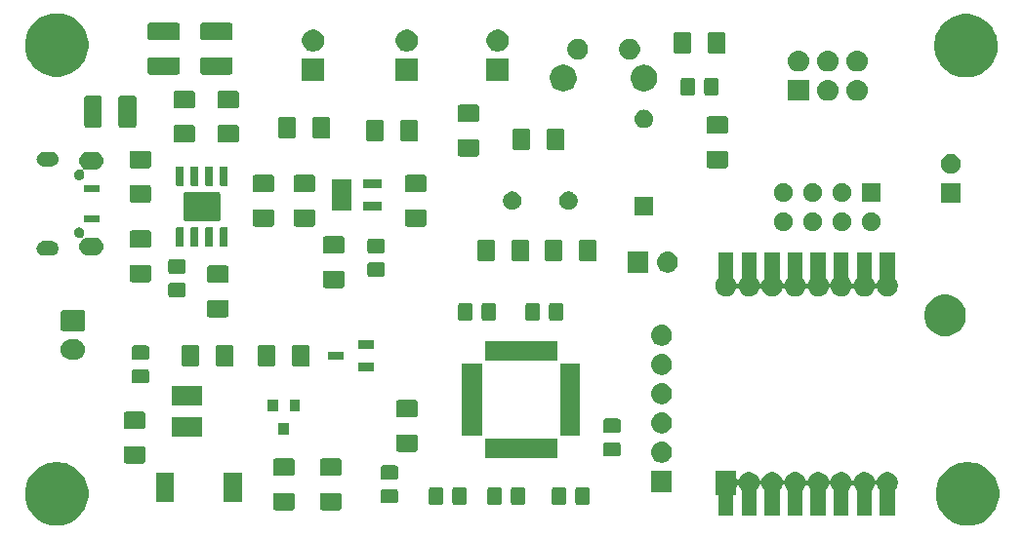
<source format=gbr>
G04 #@! TF.GenerationSoftware,KiCad,Pcbnew,5.1.0-unknown-9bfce26~94~ubuntu16.04.1*
G04 #@! TF.CreationDate,2019-03-28T22:01:40+01:00*
G04 #@! TF.ProjectId,mySensors_door_switch,6d795365-6e73-46f7-9273-5f646f6f725f,1.0*
G04 #@! TF.SameCoordinates,Original*
G04 #@! TF.FileFunction,Soldermask,Top*
G04 #@! TF.FilePolarity,Negative*
%FSLAX46Y46*%
G04 Gerber Fmt 4.6, Leading zero omitted, Abs format (unit mm)*
G04 Created by KiCad (PCBNEW 5.1.0-unknown-9bfce26~94~ubuntu16.04.1) date 2019-03-28 22:01:40*
%MOMM*%
%LPD*%
G04 APERTURE LIST*
%ADD10C,0.100000*%
G04 APERTURE END LIST*
D10*
X148618500Y-68366000D02*
G75*
G03X148618500Y-68366000I-444500J0D01*
G01*
X153118500Y-68366000D02*
G75*
G03X153118500Y-68366000I-444500J0D01*
G01*
X154559000Y-70866000D02*
G75*
G03X154559000Y-70866000I-635000J0D01*
G01*
X147559000Y-70866000D02*
G75*
G03X147559000Y-70866000I-635000J0D01*
G01*
G36*
X182408771Y-104279000D02*
G01*
X182789437Y-104354719D01*
X183290087Y-104562095D01*
X183409616Y-104641962D01*
X183740660Y-104863158D01*
X184123842Y-105246340D01*
X184255793Y-105443819D01*
X184424905Y-105696913D01*
X184632281Y-106197563D01*
X184635857Y-106215540D01*
X184738000Y-106729049D01*
X184738000Y-107270951D01*
X184702186Y-107451000D01*
X184632281Y-107802437D01*
X184424905Y-108303087D01*
X184368521Y-108387471D01*
X184123842Y-108753660D01*
X183740660Y-109136842D01*
X183477774Y-109312496D01*
X183290087Y-109437905D01*
X182789437Y-109645281D01*
X182523693Y-109698141D01*
X182257951Y-109751000D01*
X181716049Y-109751000D01*
X181450307Y-109698141D01*
X181184563Y-109645281D01*
X180683913Y-109437905D01*
X180496226Y-109312496D01*
X180233340Y-109136842D01*
X179850158Y-108753660D01*
X179605479Y-108387471D01*
X179549095Y-108303087D01*
X179341719Y-107802437D01*
X179271814Y-107451000D01*
X179236000Y-107270951D01*
X179236000Y-106729049D01*
X179338143Y-106215540D01*
X179341719Y-106197563D01*
X179549095Y-105696913D01*
X179718207Y-105443819D01*
X179850158Y-105246340D01*
X180233340Y-104863158D01*
X180564384Y-104641962D01*
X180683913Y-104562095D01*
X181184563Y-104354719D01*
X181565229Y-104279000D01*
X181716049Y-104249000D01*
X182257951Y-104249000D01*
X182408771Y-104279000D01*
X182408771Y-104279000D01*
G37*
G36*
X103408771Y-104279000D02*
G01*
X103789437Y-104354719D01*
X104290087Y-104562095D01*
X104409616Y-104641962D01*
X104740660Y-104863158D01*
X105123842Y-105246340D01*
X105255793Y-105443819D01*
X105424905Y-105696913D01*
X105632281Y-106197563D01*
X105635857Y-106215540D01*
X105738000Y-106729049D01*
X105738000Y-107270951D01*
X105702186Y-107451000D01*
X105632281Y-107802437D01*
X105424905Y-108303087D01*
X105368521Y-108387471D01*
X105123842Y-108753660D01*
X104740660Y-109136842D01*
X104477774Y-109312496D01*
X104290087Y-109437905D01*
X103789437Y-109645281D01*
X103523693Y-109698141D01*
X103257951Y-109751000D01*
X102716049Y-109751000D01*
X102450307Y-109698141D01*
X102184563Y-109645281D01*
X101683913Y-109437905D01*
X101496226Y-109312496D01*
X101233340Y-109136842D01*
X100850158Y-108753660D01*
X100605479Y-108387471D01*
X100549095Y-108303087D01*
X100341719Y-107802437D01*
X100271814Y-107451000D01*
X100236000Y-107270951D01*
X100236000Y-106729049D01*
X100338143Y-106215540D01*
X100341719Y-106197563D01*
X100549095Y-105696913D01*
X100718207Y-105443819D01*
X100850158Y-105246340D01*
X101233340Y-104863158D01*
X101564384Y-104641962D01*
X101683913Y-104562095D01*
X102184563Y-104354719D01*
X102565229Y-104279000D01*
X102716049Y-104249000D01*
X103257951Y-104249000D01*
X103408771Y-104279000D01*
X103408771Y-104279000D01*
G37*
G36*
X161950600Y-105620009D02*
G01*
X161953002Y-105644395D01*
X161960115Y-105667844D01*
X161971666Y-105689455D01*
X161987211Y-105708397D01*
X162006153Y-105723942D01*
X162027764Y-105735493D01*
X162051213Y-105742606D01*
X162075599Y-105745008D01*
X162099985Y-105742606D01*
X162123434Y-105735493D01*
X162145045Y-105723942D01*
X162163987Y-105708397D01*
X162179532Y-105689455D01*
X162191083Y-105667844D01*
X162225491Y-105584776D01*
X162325583Y-105434978D01*
X162452978Y-105307583D01*
X162602776Y-105207491D01*
X162769222Y-105138547D01*
X162945918Y-105103400D01*
X163126082Y-105103400D01*
X163302778Y-105138547D01*
X163469224Y-105207491D01*
X163619022Y-105307583D01*
X163746417Y-105434978D01*
X163846509Y-105584776D01*
X163919472Y-105760924D01*
X163920514Y-105764360D01*
X163932064Y-105785971D01*
X163947609Y-105804914D01*
X163966550Y-105820460D01*
X163988160Y-105832012D01*
X164011609Y-105839126D01*
X164035995Y-105841529D01*
X164060381Y-105839128D01*
X164083830Y-105832016D01*
X164105441Y-105820466D01*
X164124384Y-105804921D01*
X164139930Y-105785980D01*
X164151482Y-105764370D01*
X164152525Y-105760932D01*
X164225491Y-105584776D01*
X164325583Y-105434978D01*
X164452978Y-105307583D01*
X164602776Y-105207491D01*
X164769222Y-105138547D01*
X164945918Y-105103400D01*
X165126082Y-105103400D01*
X165302778Y-105138547D01*
X165469224Y-105207491D01*
X165619022Y-105307583D01*
X165746417Y-105434978D01*
X165846509Y-105584776D01*
X165919472Y-105760924D01*
X165920514Y-105764360D01*
X165932064Y-105785971D01*
X165947609Y-105804914D01*
X165966550Y-105820460D01*
X165988160Y-105832012D01*
X166011609Y-105839126D01*
X166035995Y-105841529D01*
X166060381Y-105839128D01*
X166083830Y-105832016D01*
X166105441Y-105820466D01*
X166124384Y-105804921D01*
X166139930Y-105785980D01*
X166151482Y-105764370D01*
X166152525Y-105760932D01*
X166225491Y-105584776D01*
X166325583Y-105434978D01*
X166452978Y-105307583D01*
X166602776Y-105207491D01*
X166769222Y-105138547D01*
X166945918Y-105103400D01*
X167126082Y-105103400D01*
X167302778Y-105138547D01*
X167469224Y-105207491D01*
X167619022Y-105307583D01*
X167746417Y-105434978D01*
X167846509Y-105584776D01*
X167919472Y-105760924D01*
X167920514Y-105764360D01*
X167932064Y-105785971D01*
X167947609Y-105804914D01*
X167966550Y-105820460D01*
X167988160Y-105832012D01*
X168011609Y-105839126D01*
X168035995Y-105841529D01*
X168060381Y-105839128D01*
X168083830Y-105832016D01*
X168105441Y-105820466D01*
X168124384Y-105804921D01*
X168139930Y-105785980D01*
X168151482Y-105764370D01*
X168152525Y-105760932D01*
X168225491Y-105584776D01*
X168325583Y-105434978D01*
X168452978Y-105307583D01*
X168602776Y-105207491D01*
X168769222Y-105138547D01*
X168945918Y-105103400D01*
X169126082Y-105103400D01*
X169302778Y-105138547D01*
X169469224Y-105207491D01*
X169619022Y-105307583D01*
X169746417Y-105434978D01*
X169846509Y-105584776D01*
X169919472Y-105760924D01*
X169920514Y-105764360D01*
X169932064Y-105785971D01*
X169947609Y-105804914D01*
X169966550Y-105820460D01*
X169988160Y-105832012D01*
X170011609Y-105839126D01*
X170035995Y-105841529D01*
X170060381Y-105839128D01*
X170083830Y-105832016D01*
X170105441Y-105820466D01*
X170124384Y-105804921D01*
X170139930Y-105785980D01*
X170151482Y-105764370D01*
X170152525Y-105760932D01*
X170225491Y-105584776D01*
X170325583Y-105434978D01*
X170452978Y-105307583D01*
X170602776Y-105207491D01*
X170769222Y-105138547D01*
X170945918Y-105103400D01*
X171126082Y-105103400D01*
X171302778Y-105138547D01*
X171469224Y-105207491D01*
X171619022Y-105307583D01*
X171746417Y-105434978D01*
X171846509Y-105584776D01*
X171919472Y-105760924D01*
X171920514Y-105764360D01*
X171932064Y-105785971D01*
X171947609Y-105804914D01*
X171966550Y-105820460D01*
X171988160Y-105832012D01*
X172011609Y-105839126D01*
X172035995Y-105841529D01*
X172060381Y-105839128D01*
X172083830Y-105832016D01*
X172105441Y-105820466D01*
X172124384Y-105804921D01*
X172139930Y-105785980D01*
X172151482Y-105764370D01*
X172152525Y-105760932D01*
X172225491Y-105584776D01*
X172325583Y-105434978D01*
X172452978Y-105307583D01*
X172602776Y-105207491D01*
X172769222Y-105138547D01*
X172945918Y-105103400D01*
X173126082Y-105103400D01*
X173302778Y-105138547D01*
X173469224Y-105207491D01*
X173619022Y-105307583D01*
X173746417Y-105434978D01*
X173846509Y-105584776D01*
X173919472Y-105760924D01*
X173920514Y-105764360D01*
X173932064Y-105785971D01*
X173947609Y-105804914D01*
X173966550Y-105820460D01*
X173988160Y-105832012D01*
X174011609Y-105839126D01*
X174035995Y-105841529D01*
X174060381Y-105839128D01*
X174083830Y-105832016D01*
X174105441Y-105820466D01*
X174124384Y-105804921D01*
X174139930Y-105785980D01*
X174151482Y-105764370D01*
X174152525Y-105760932D01*
X174225491Y-105584776D01*
X174325583Y-105434978D01*
X174452978Y-105307583D01*
X174602776Y-105207491D01*
X174769222Y-105138547D01*
X174945918Y-105103400D01*
X175126082Y-105103400D01*
X175302778Y-105138547D01*
X175469224Y-105207491D01*
X175619022Y-105307583D01*
X175746417Y-105434978D01*
X175846509Y-105584776D01*
X175915453Y-105751222D01*
X175950600Y-105927918D01*
X175950600Y-106108082D01*
X175915453Y-106284778D01*
X175846509Y-106451224D01*
X175746417Y-106601022D01*
X175723611Y-106623828D01*
X175708066Y-106642770D01*
X175696515Y-106664381D01*
X175689402Y-106687830D01*
X175687000Y-106712216D01*
X175687000Y-108869000D01*
X174385000Y-108869000D01*
X174385000Y-106712216D01*
X174382598Y-106687830D01*
X174375485Y-106664381D01*
X174363934Y-106642770D01*
X174348389Y-106623828D01*
X174325583Y-106601022D01*
X174225491Y-106451224D01*
X174152528Y-106275076D01*
X174151486Y-106271640D01*
X174139936Y-106250029D01*
X174124391Y-106231086D01*
X174105450Y-106215540D01*
X174083840Y-106203988D01*
X174060391Y-106196874D01*
X174036005Y-106194471D01*
X174011619Y-106196872D01*
X173988170Y-106203984D01*
X173966559Y-106215534D01*
X173947616Y-106231079D01*
X173932070Y-106250020D01*
X173920518Y-106271630D01*
X173919475Y-106275068D01*
X173846509Y-106451224D01*
X173746417Y-106601022D01*
X173723611Y-106623828D01*
X173708066Y-106642770D01*
X173696515Y-106664381D01*
X173689402Y-106687830D01*
X173687000Y-106712216D01*
X173687000Y-108869000D01*
X172385000Y-108869000D01*
X172385000Y-106712216D01*
X172382598Y-106687830D01*
X172375485Y-106664381D01*
X172363934Y-106642770D01*
X172348389Y-106623828D01*
X172325583Y-106601022D01*
X172225491Y-106451224D01*
X172152528Y-106275076D01*
X172151486Y-106271640D01*
X172139936Y-106250029D01*
X172124391Y-106231086D01*
X172105450Y-106215540D01*
X172083840Y-106203988D01*
X172060391Y-106196874D01*
X172036005Y-106194471D01*
X172011619Y-106196872D01*
X171988170Y-106203984D01*
X171966559Y-106215534D01*
X171947616Y-106231079D01*
X171932070Y-106250020D01*
X171920518Y-106271630D01*
X171919475Y-106275068D01*
X171846509Y-106451224D01*
X171746417Y-106601022D01*
X171723611Y-106623828D01*
X171708066Y-106642770D01*
X171696515Y-106664381D01*
X171689402Y-106687830D01*
X171687000Y-106712216D01*
X171687000Y-108869000D01*
X170385000Y-108869000D01*
X170385000Y-106712216D01*
X170382598Y-106687830D01*
X170375485Y-106664381D01*
X170363934Y-106642770D01*
X170348389Y-106623828D01*
X170325583Y-106601022D01*
X170225491Y-106451224D01*
X170152528Y-106275076D01*
X170151486Y-106271640D01*
X170139936Y-106250029D01*
X170124391Y-106231086D01*
X170105450Y-106215540D01*
X170083840Y-106203988D01*
X170060391Y-106196874D01*
X170036005Y-106194471D01*
X170011619Y-106196872D01*
X169988170Y-106203984D01*
X169966559Y-106215534D01*
X169947616Y-106231079D01*
X169932070Y-106250020D01*
X169920518Y-106271630D01*
X169919475Y-106275068D01*
X169846509Y-106451224D01*
X169746417Y-106601022D01*
X169723611Y-106623828D01*
X169708066Y-106642770D01*
X169696515Y-106664381D01*
X169689402Y-106687830D01*
X169687000Y-106712216D01*
X169687000Y-108869000D01*
X168385000Y-108869000D01*
X168385000Y-106712216D01*
X168382598Y-106687830D01*
X168375485Y-106664381D01*
X168363934Y-106642770D01*
X168348389Y-106623828D01*
X168325583Y-106601022D01*
X168225491Y-106451224D01*
X168152528Y-106275076D01*
X168151486Y-106271640D01*
X168139936Y-106250029D01*
X168124391Y-106231086D01*
X168105450Y-106215540D01*
X168083840Y-106203988D01*
X168060391Y-106196874D01*
X168036005Y-106194471D01*
X168011619Y-106196872D01*
X167988170Y-106203984D01*
X167966559Y-106215534D01*
X167947616Y-106231079D01*
X167932070Y-106250020D01*
X167920518Y-106271630D01*
X167919475Y-106275068D01*
X167846509Y-106451224D01*
X167746417Y-106601022D01*
X167723611Y-106623828D01*
X167708066Y-106642770D01*
X167696515Y-106664381D01*
X167689402Y-106687830D01*
X167687000Y-106712216D01*
X167687000Y-108869000D01*
X166385000Y-108869000D01*
X166385000Y-106712216D01*
X166382598Y-106687830D01*
X166375485Y-106664381D01*
X166363934Y-106642770D01*
X166348389Y-106623828D01*
X166325583Y-106601022D01*
X166225491Y-106451224D01*
X166152528Y-106275076D01*
X166151486Y-106271640D01*
X166139936Y-106250029D01*
X166124391Y-106231086D01*
X166105450Y-106215540D01*
X166083840Y-106203988D01*
X166060391Y-106196874D01*
X166036005Y-106194471D01*
X166011619Y-106196872D01*
X165988170Y-106203984D01*
X165966559Y-106215534D01*
X165947616Y-106231079D01*
X165932070Y-106250020D01*
X165920518Y-106271630D01*
X165919475Y-106275068D01*
X165846509Y-106451224D01*
X165746417Y-106601022D01*
X165723611Y-106623828D01*
X165708066Y-106642770D01*
X165696515Y-106664381D01*
X165689402Y-106687830D01*
X165687000Y-106712216D01*
X165687000Y-108869000D01*
X164385000Y-108869000D01*
X164385000Y-106712216D01*
X164382598Y-106687830D01*
X164375485Y-106664381D01*
X164363934Y-106642770D01*
X164348389Y-106623828D01*
X164325583Y-106601022D01*
X164225491Y-106451224D01*
X164152528Y-106275076D01*
X164151486Y-106271640D01*
X164139936Y-106250029D01*
X164124391Y-106231086D01*
X164105450Y-106215540D01*
X164083840Y-106203988D01*
X164060391Y-106196874D01*
X164036005Y-106194471D01*
X164011619Y-106196872D01*
X163988170Y-106203984D01*
X163966559Y-106215534D01*
X163947616Y-106231079D01*
X163932070Y-106250020D01*
X163920518Y-106271630D01*
X163919475Y-106275068D01*
X163846509Y-106451224D01*
X163746417Y-106601022D01*
X163723611Y-106623828D01*
X163708066Y-106642770D01*
X163696515Y-106664381D01*
X163689402Y-106687830D01*
X163687000Y-106712216D01*
X163687000Y-108869000D01*
X162385000Y-108869000D01*
X162385000Y-106712216D01*
X162382598Y-106687830D01*
X162375485Y-106664381D01*
X162363934Y-106642770D01*
X162348389Y-106623828D01*
X162325583Y-106601022D01*
X162225491Y-106451224D01*
X162191083Y-106368156D01*
X162179532Y-106346545D01*
X162163987Y-106327603D01*
X162145045Y-106312058D01*
X162123434Y-106300507D01*
X162099985Y-106293394D01*
X162075599Y-106290992D01*
X162051213Y-106293394D01*
X162027764Y-106300507D01*
X162006153Y-106312058D01*
X161987211Y-106327603D01*
X161971666Y-106346545D01*
X161960115Y-106368156D01*
X161953002Y-106391605D01*
X161950600Y-106415991D01*
X161950600Y-107069000D01*
X161811999Y-107069000D01*
X161787613Y-107071402D01*
X161764164Y-107078515D01*
X161742553Y-107090066D01*
X161723611Y-107105611D01*
X161708066Y-107124553D01*
X161696515Y-107146164D01*
X161689402Y-107169613D01*
X161687000Y-107193999D01*
X161687000Y-108869000D01*
X160385000Y-108869000D01*
X160385000Y-107193999D01*
X160382598Y-107169613D01*
X160375485Y-107146164D01*
X160363934Y-107124553D01*
X160348389Y-107105611D01*
X160329447Y-107090066D01*
X160307836Y-107078515D01*
X160284387Y-107071402D01*
X160260001Y-107069000D01*
X160121400Y-107069000D01*
X160121400Y-104967000D01*
X161950600Y-104967000D01*
X161950600Y-105620009D01*
X161950600Y-105620009D01*
G37*
G36*
X127521562Y-106900181D02*
G01*
X127556481Y-106910774D01*
X127588663Y-106927976D01*
X127616873Y-106951127D01*
X127640024Y-106979337D01*
X127657226Y-107011519D01*
X127667819Y-107046438D01*
X127672000Y-107088895D01*
X127672000Y-108230105D01*
X127667819Y-108272562D01*
X127657226Y-108307481D01*
X127640024Y-108339663D01*
X127616873Y-108367873D01*
X127588663Y-108391024D01*
X127556481Y-108408226D01*
X127521562Y-108418819D01*
X127479105Y-108423000D01*
X126012895Y-108423000D01*
X125970438Y-108418819D01*
X125935519Y-108408226D01*
X125903337Y-108391024D01*
X125875127Y-108367873D01*
X125851976Y-108339663D01*
X125834774Y-108307481D01*
X125824181Y-108272562D01*
X125820000Y-108230105D01*
X125820000Y-107088895D01*
X125824181Y-107046438D01*
X125834774Y-107011519D01*
X125851976Y-106979337D01*
X125875127Y-106951127D01*
X125903337Y-106927976D01*
X125935519Y-106910774D01*
X125970438Y-106900181D01*
X126012895Y-106896000D01*
X127479105Y-106896000D01*
X127521562Y-106900181D01*
X127521562Y-106900181D01*
G37*
G36*
X123457562Y-106900181D02*
G01*
X123492481Y-106910774D01*
X123524663Y-106927976D01*
X123552873Y-106951127D01*
X123576024Y-106979337D01*
X123593226Y-107011519D01*
X123603819Y-107046438D01*
X123608000Y-107088895D01*
X123608000Y-108230105D01*
X123603819Y-108272562D01*
X123593226Y-108307481D01*
X123576024Y-108339663D01*
X123552873Y-108367873D01*
X123524663Y-108391024D01*
X123492481Y-108408226D01*
X123457562Y-108418819D01*
X123415105Y-108423000D01*
X121948895Y-108423000D01*
X121906438Y-108418819D01*
X121871519Y-108408226D01*
X121839337Y-108391024D01*
X121811127Y-108367873D01*
X121787976Y-108339663D01*
X121770774Y-108307481D01*
X121760181Y-108272562D01*
X121756000Y-108230105D01*
X121756000Y-107088895D01*
X121760181Y-107046438D01*
X121770774Y-107011519D01*
X121787976Y-106979337D01*
X121811127Y-106951127D01*
X121839337Y-106927976D01*
X121871519Y-106910774D01*
X121906438Y-106900181D01*
X121948895Y-106896000D01*
X123415105Y-106896000D01*
X123457562Y-106900181D01*
X123457562Y-106900181D01*
G37*
G36*
X149062674Y-106441465D02*
G01*
X149100367Y-106452899D01*
X149135103Y-106471466D01*
X149165548Y-106496452D01*
X149190534Y-106526897D01*
X149209101Y-106561633D01*
X149220535Y-106599326D01*
X149225000Y-106644661D01*
X149225000Y-107731339D01*
X149220535Y-107776674D01*
X149209101Y-107814367D01*
X149190534Y-107849103D01*
X149165548Y-107879548D01*
X149135103Y-107904534D01*
X149100367Y-107923101D01*
X149062674Y-107934535D01*
X149017339Y-107939000D01*
X148180661Y-107939000D01*
X148135326Y-107934535D01*
X148097633Y-107923101D01*
X148062897Y-107904534D01*
X148032452Y-107879548D01*
X148007466Y-107849103D01*
X147988899Y-107814367D01*
X147977465Y-107776674D01*
X147973000Y-107731339D01*
X147973000Y-106644661D01*
X147977465Y-106599326D01*
X147988899Y-106561633D01*
X148007466Y-106526897D01*
X148032452Y-106496452D01*
X148062897Y-106471466D01*
X148097633Y-106452899D01*
X148135326Y-106441465D01*
X148180661Y-106437000D01*
X149017339Y-106437000D01*
X149062674Y-106441465D01*
X149062674Y-106441465D01*
G37*
G36*
X147012674Y-106441465D02*
G01*
X147050367Y-106452899D01*
X147085103Y-106471466D01*
X147115548Y-106496452D01*
X147140534Y-106526897D01*
X147159101Y-106561633D01*
X147170535Y-106599326D01*
X147175000Y-106644661D01*
X147175000Y-107731339D01*
X147170535Y-107776674D01*
X147159101Y-107814367D01*
X147140534Y-107849103D01*
X147115548Y-107879548D01*
X147085103Y-107904534D01*
X147050367Y-107923101D01*
X147012674Y-107934535D01*
X146967339Y-107939000D01*
X146130661Y-107939000D01*
X146085326Y-107934535D01*
X146047633Y-107923101D01*
X146012897Y-107904534D01*
X145982452Y-107879548D01*
X145957466Y-107849103D01*
X145938899Y-107814367D01*
X145927465Y-107776674D01*
X145923000Y-107731339D01*
X145923000Y-106644661D01*
X145927465Y-106599326D01*
X145938899Y-106561633D01*
X145957466Y-106526897D01*
X145982452Y-106496452D01*
X146012897Y-106471466D01*
X146047633Y-106452899D01*
X146085326Y-106441465D01*
X146130661Y-106437000D01*
X146967339Y-106437000D01*
X147012674Y-106441465D01*
X147012674Y-106441465D01*
G37*
G36*
X143474674Y-106441465D02*
G01*
X143512367Y-106452899D01*
X143547103Y-106471466D01*
X143577548Y-106496452D01*
X143602534Y-106526897D01*
X143621101Y-106561633D01*
X143632535Y-106599326D01*
X143637000Y-106644661D01*
X143637000Y-107731339D01*
X143632535Y-107776674D01*
X143621101Y-107814367D01*
X143602534Y-107849103D01*
X143577548Y-107879548D01*
X143547103Y-107904534D01*
X143512367Y-107923101D01*
X143474674Y-107934535D01*
X143429339Y-107939000D01*
X142592661Y-107939000D01*
X142547326Y-107934535D01*
X142509633Y-107923101D01*
X142474897Y-107904534D01*
X142444452Y-107879548D01*
X142419466Y-107849103D01*
X142400899Y-107814367D01*
X142389465Y-107776674D01*
X142385000Y-107731339D01*
X142385000Y-106644661D01*
X142389465Y-106599326D01*
X142400899Y-106561633D01*
X142419466Y-106526897D01*
X142444452Y-106496452D01*
X142474897Y-106471466D01*
X142509633Y-106452899D01*
X142547326Y-106441465D01*
X142592661Y-106437000D01*
X143429339Y-106437000D01*
X143474674Y-106441465D01*
X143474674Y-106441465D01*
G37*
G36*
X141424674Y-106441465D02*
G01*
X141462367Y-106452899D01*
X141497103Y-106471466D01*
X141527548Y-106496452D01*
X141552534Y-106526897D01*
X141571101Y-106561633D01*
X141582535Y-106599326D01*
X141587000Y-106644661D01*
X141587000Y-107731339D01*
X141582535Y-107776674D01*
X141571101Y-107814367D01*
X141552534Y-107849103D01*
X141527548Y-107879548D01*
X141497103Y-107904534D01*
X141462367Y-107923101D01*
X141424674Y-107934535D01*
X141379339Y-107939000D01*
X140542661Y-107939000D01*
X140497326Y-107934535D01*
X140459633Y-107923101D01*
X140424897Y-107904534D01*
X140394452Y-107879548D01*
X140369466Y-107849103D01*
X140350899Y-107814367D01*
X140339465Y-107776674D01*
X140335000Y-107731339D01*
X140335000Y-106644661D01*
X140339465Y-106599326D01*
X140350899Y-106561633D01*
X140369466Y-106526897D01*
X140394452Y-106496452D01*
X140424897Y-106471466D01*
X140459633Y-106452899D01*
X140497326Y-106441465D01*
X140542661Y-106437000D01*
X141379339Y-106437000D01*
X141424674Y-106441465D01*
X141424674Y-106441465D01*
G37*
G36*
X136344674Y-106441465D02*
G01*
X136382367Y-106452899D01*
X136417103Y-106471466D01*
X136447548Y-106496452D01*
X136472534Y-106526897D01*
X136491101Y-106561633D01*
X136502535Y-106599326D01*
X136507000Y-106644661D01*
X136507000Y-107731339D01*
X136502535Y-107776674D01*
X136491101Y-107814367D01*
X136472534Y-107849103D01*
X136447548Y-107879548D01*
X136417103Y-107904534D01*
X136382367Y-107923101D01*
X136344674Y-107934535D01*
X136299339Y-107939000D01*
X135462661Y-107939000D01*
X135417326Y-107934535D01*
X135379633Y-107923101D01*
X135344897Y-107904534D01*
X135314452Y-107879548D01*
X135289466Y-107849103D01*
X135270899Y-107814367D01*
X135259465Y-107776674D01*
X135255000Y-107731339D01*
X135255000Y-106644661D01*
X135259465Y-106599326D01*
X135270899Y-106561633D01*
X135289466Y-106526897D01*
X135314452Y-106496452D01*
X135344897Y-106471466D01*
X135379633Y-106452899D01*
X135417326Y-106441465D01*
X135462661Y-106437000D01*
X136299339Y-106437000D01*
X136344674Y-106441465D01*
X136344674Y-106441465D01*
G37*
G36*
X138394674Y-106441465D02*
G01*
X138432367Y-106452899D01*
X138467103Y-106471466D01*
X138497548Y-106496452D01*
X138522534Y-106526897D01*
X138541101Y-106561633D01*
X138552535Y-106599326D01*
X138557000Y-106644661D01*
X138557000Y-107731339D01*
X138552535Y-107776674D01*
X138541101Y-107814367D01*
X138522534Y-107849103D01*
X138497548Y-107879548D01*
X138467103Y-107904534D01*
X138432367Y-107923101D01*
X138394674Y-107934535D01*
X138349339Y-107939000D01*
X137512661Y-107939000D01*
X137467326Y-107934535D01*
X137429633Y-107923101D01*
X137394897Y-107904534D01*
X137364452Y-107879548D01*
X137339466Y-107849103D01*
X137320899Y-107814367D01*
X137309465Y-107776674D01*
X137305000Y-107731339D01*
X137305000Y-106644661D01*
X137309465Y-106599326D01*
X137320899Y-106561633D01*
X137339466Y-106526897D01*
X137364452Y-106496452D01*
X137394897Y-106471466D01*
X137429633Y-106452899D01*
X137467326Y-106441465D01*
X137512661Y-106437000D01*
X138349339Y-106437000D01*
X138394674Y-106441465D01*
X138394674Y-106441465D01*
G37*
G36*
X132414674Y-106575465D02*
G01*
X132452367Y-106586899D01*
X132487103Y-106605466D01*
X132517548Y-106630452D01*
X132542534Y-106660897D01*
X132561101Y-106695633D01*
X132572535Y-106733326D01*
X132577000Y-106778661D01*
X132577000Y-107615339D01*
X132572535Y-107660674D01*
X132561101Y-107698367D01*
X132542534Y-107733103D01*
X132517548Y-107763548D01*
X132487103Y-107788534D01*
X132452367Y-107807101D01*
X132414674Y-107818535D01*
X132369339Y-107823000D01*
X131282661Y-107823000D01*
X131237326Y-107818535D01*
X131199633Y-107807101D01*
X131164897Y-107788534D01*
X131134452Y-107763548D01*
X131109466Y-107733103D01*
X131090899Y-107698367D01*
X131079465Y-107660674D01*
X131075000Y-107615339D01*
X131075000Y-106778661D01*
X131079465Y-106733326D01*
X131090899Y-106695633D01*
X131109466Y-106660897D01*
X131134452Y-106630452D01*
X131164897Y-106605466D01*
X131199633Y-106586899D01*
X131237326Y-106575465D01*
X131282661Y-106571000D01*
X132369339Y-106571000D01*
X132414674Y-106575465D01*
X132414674Y-106575465D01*
G37*
G36*
X119042000Y-107677000D02*
G01*
X117490000Y-107677000D01*
X117490000Y-105175000D01*
X119042000Y-105175000D01*
X119042000Y-107677000D01*
X119042000Y-107677000D01*
G37*
G36*
X113142000Y-107677000D02*
G01*
X111590000Y-107677000D01*
X111590000Y-105175000D01*
X113142000Y-105175000D01*
X113142000Y-107677000D01*
X113142000Y-107677000D01*
G37*
G36*
X156349000Y-106819000D02*
G01*
X154547000Y-106819000D01*
X154547000Y-105017000D01*
X156349000Y-105017000D01*
X156349000Y-106819000D01*
X156349000Y-106819000D01*
G37*
G36*
X132414674Y-104525465D02*
G01*
X132452367Y-104536899D01*
X132487103Y-104555466D01*
X132517548Y-104580452D01*
X132542534Y-104610897D01*
X132561101Y-104645633D01*
X132572535Y-104683326D01*
X132577000Y-104728661D01*
X132577000Y-105565339D01*
X132572535Y-105610674D01*
X132561101Y-105648367D01*
X132542534Y-105683103D01*
X132517548Y-105713548D01*
X132487103Y-105738534D01*
X132452367Y-105757101D01*
X132414674Y-105768535D01*
X132369339Y-105773000D01*
X131282661Y-105773000D01*
X131237326Y-105768535D01*
X131199633Y-105757101D01*
X131164897Y-105738534D01*
X131134452Y-105713548D01*
X131109466Y-105683103D01*
X131090899Y-105648367D01*
X131079465Y-105610674D01*
X131075000Y-105565339D01*
X131075000Y-104728661D01*
X131079465Y-104683326D01*
X131090899Y-104645633D01*
X131109466Y-104610897D01*
X131134452Y-104580452D01*
X131164897Y-104555466D01*
X131199633Y-104536899D01*
X131237326Y-104525465D01*
X131282661Y-104521000D01*
X132369339Y-104521000D01*
X132414674Y-104525465D01*
X132414674Y-104525465D01*
G37*
G36*
X123457562Y-103925181D02*
G01*
X123492481Y-103935774D01*
X123524663Y-103952976D01*
X123552873Y-103976127D01*
X123576024Y-104004337D01*
X123593226Y-104036519D01*
X123603819Y-104071438D01*
X123608000Y-104113895D01*
X123608000Y-105255105D01*
X123603819Y-105297562D01*
X123593226Y-105332481D01*
X123576024Y-105364663D01*
X123552873Y-105392873D01*
X123524663Y-105416024D01*
X123492481Y-105433226D01*
X123457562Y-105443819D01*
X123415105Y-105448000D01*
X121948895Y-105448000D01*
X121906438Y-105443819D01*
X121871519Y-105433226D01*
X121839337Y-105416024D01*
X121811127Y-105392873D01*
X121787976Y-105364663D01*
X121770774Y-105332481D01*
X121760181Y-105297562D01*
X121756000Y-105255105D01*
X121756000Y-104113895D01*
X121760181Y-104071438D01*
X121770774Y-104036519D01*
X121787976Y-104004337D01*
X121811127Y-103976127D01*
X121839337Y-103952976D01*
X121871519Y-103935774D01*
X121906438Y-103925181D01*
X121948895Y-103921000D01*
X123415105Y-103921000D01*
X123457562Y-103925181D01*
X123457562Y-103925181D01*
G37*
G36*
X127521562Y-103925181D02*
G01*
X127556481Y-103935774D01*
X127588663Y-103952976D01*
X127616873Y-103976127D01*
X127640024Y-104004337D01*
X127657226Y-104036519D01*
X127667819Y-104071438D01*
X127672000Y-104113895D01*
X127672000Y-105255105D01*
X127667819Y-105297562D01*
X127657226Y-105332481D01*
X127640024Y-105364663D01*
X127616873Y-105392873D01*
X127588663Y-105416024D01*
X127556481Y-105433226D01*
X127521562Y-105443819D01*
X127479105Y-105448000D01*
X126012895Y-105448000D01*
X125970438Y-105443819D01*
X125935519Y-105433226D01*
X125903337Y-105416024D01*
X125875127Y-105392873D01*
X125851976Y-105364663D01*
X125834774Y-105332481D01*
X125824181Y-105297562D01*
X125820000Y-105255105D01*
X125820000Y-104113895D01*
X125824181Y-104071438D01*
X125834774Y-104036519D01*
X125851976Y-104004337D01*
X125875127Y-103976127D01*
X125903337Y-103952976D01*
X125935519Y-103935774D01*
X125970438Y-103925181D01*
X126012895Y-103921000D01*
X127479105Y-103921000D01*
X127521562Y-103925181D01*
X127521562Y-103925181D01*
G37*
G36*
X110503562Y-102836181D02*
G01*
X110538481Y-102846774D01*
X110570663Y-102863976D01*
X110598873Y-102887127D01*
X110622024Y-102915337D01*
X110639226Y-102947519D01*
X110649819Y-102982438D01*
X110654000Y-103024895D01*
X110654000Y-104166105D01*
X110649819Y-104208562D01*
X110639226Y-104243481D01*
X110622024Y-104275663D01*
X110598873Y-104303873D01*
X110570663Y-104327024D01*
X110538481Y-104344226D01*
X110503562Y-104354819D01*
X110461105Y-104359000D01*
X108994895Y-104359000D01*
X108952438Y-104354819D01*
X108917519Y-104344226D01*
X108885337Y-104327024D01*
X108857127Y-104303873D01*
X108833976Y-104275663D01*
X108816774Y-104243481D01*
X108806181Y-104208562D01*
X108802000Y-104166105D01*
X108802000Y-103024895D01*
X108806181Y-102982438D01*
X108816774Y-102947519D01*
X108833976Y-102915337D01*
X108857127Y-102887127D01*
X108885337Y-102863976D01*
X108917519Y-102846774D01*
X108952438Y-102836181D01*
X108994895Y-102832000D01*
X110461105Y-102832000D01*
X110503562Y-102836181D01*
X110503562Y-102836181D01*
G37*
G36*
X155558442Y-102483518D02*
G01*
X155624627Y-102490037D01*
X155794466Y-102541557D01*
X155950991Y-102625222D01*
X155986729Y-102654552D01*
X156088186Y-102737814D01*
X156169706Y-102837148D01*
X156200778Y-102875009D01*
X156284443Y-103031534D01*
X156335963Y-103201373D01*
X156353359Y-103378000D01*
X156335963Y-103554627D01*
X156284443Y-103724466D01*
X156200778Y-103880991D01*
X156179433Y-103907000D01*
X156088186Y-104018186D01*
X155986729Y-104101448D01*
X155950991Y-104130778D01*
X155950989Y-104130779D01*
X155805469Y-104208562D01*
X155794466Y-104214443D01*
X155624627Y-104265963D01*
X155558442Y-104272482D01*
X155492260Y-104279000D01*
X155403740Y-104279000D01*
X155337558Y-104272482D01*
X155271373Y-104265963D01*
X155101534Y-104214443D01*
X155090532Y-104208562D01*
X154945011Y-104130779D01*
X154945009Y-104130778D01*
X154909271Y-104101448D01*
X154807814Y-104018186D01*
X154716567Y-103907000D01*
X154695222Y-103880991D01*
X154611557Y-103724466D01*
X154560037Y-103554627D01*
X154542641Y-103378000D01*
X154560037Y-103201373D01*
X154611557Y-103031534D01*
X154695222Y-102875009D01*
X154726294Y-102837148D01*
X154807814Y-102737814D01*
X154909271Y-102654552D01*
X154945009Y-102625222D01*
X155101534Y-102541557D01*
X155271373Y-102490037D01*
X155337558Y-102483518D01*
X155403740Y-102477000D01*
X155492260Y-102477000D01*
X155558442Y-102483518D01*
X155558442Y-102483518D01*
G37*
G36*
X146382000Y-103907000D02*
G01*
X140130000Y-103907000D01*
X140130000Y-102205000D01*
X146382000Y-102205000D01*
X146382000Y-103907000D01*
X146382000Y-103907000D01*
G37*
G36*
X151718674Y-102511465D02*
G01*
X151756367Y-102522899D01*
X151791103Y-102541466D01*
X151821548Y-102566452D01*
X151846534Y-102596897D01*
X151865101Y-102631633D01*
X151876535Y-102669326D01*
X151881000Y-102714661D01*
X151881000Y-103551339D01*
X151876535Y-103596674D01*
X151865101Y-103634367D01*
X151846534Y-103669103D01*
X151821548Y-103699548D01*
X151791103Y-103724534D01*
X151756367Y-103743101D01*
X151718674Y-103754535D01*
X151673339Y-103759000D01*
X150586661Y-103759000D01*
X150541326Y-103754535D01*
X150503633Y-103743101D01*
X150468897Y-103724534D01*
X150438452Y-103699548D01*
X150413466Y-103669103D01*
X150394899Y-103634367D01*
X150383465Y-103596674D01*
X150379000Y-103551339D01*
X150379000Y-102714661D01*
X150383465Y-102669326D01*
X150394899Y-102631633D01*
X150413466Y-102596897D01*
X150438452Y-102566452D01*
X150468897Y-102541466D01*
X150503633Y-102522899D01*
X150541326Y-102511465D01*
X150586661Y-102507000D01*
X151673339Y-102507000D01*
X151718674Y-102511465D01*
X151718674Y-102511465D01*
G37*
G36*
X134125562Y-101820181D02*
G01*
X134160481Y-101830774D01*
X134192663Y-101847976D01*
X134220873Y-101871127D01*
X134244024Y-101899337D01*
X134261226Y-101931519D01*
X134271819Y-101966438D01*
X134276000Y-102008895D01*
X134276000Y-103150105D01*
X134271819Y-103192562D01*
X134261226Y-103227481D01*
X134244024Y-103259663D01*
X134220873Y-103287873D01*
X134192663Y-103311024D01*
X134160481Y-103328226D01*
X134125562Y-103338819D01*
X134083105Y-103343000D01*
X132616895Y-103343000D01*
X132574438Y-103338819D01*
X132539519Y-103328226D01*
X132507337Y-103311024D01*
X132479127Y-103287873D01*
X132455976Y-103259663D01*
X132438774Y-103227481D01*
X132428181Y-103192562D01*
X132424000Y-103150105D01*
X132424000Y-102008895D01*
X132428181Y-101966438D01*
X132438774Y-101931519D01*
X132455976Y-101899337D01*
X132479127Y-101871127D01*
X132507337Y-101847976D01*
X132539519Y-101830774D01*
X132574438Y-101820181D01*
X132616895Y-101816000D01*
X134083105Y-101816000D01*
X134125562Y-101820181D01*
X134125562Y-101820181D01*
G37*
G36*
X115626000Y-102003000D02*
G01*
X112974000Y-102003000D01*
X112974000Y-100341000D01*
X115626000Y-100341000D01*
X115626000Y-102003000D01*
X115626000Y-102003000D01*
G37*
G36*
X148357000Y-101932000D02*
G01*
X146655000Y-101932000D01*
X146655000Y-95680000D01*
X148357000Y-95680000D01*
X148357000Y-101932000D01*
X148357000Y-101932000D01*
G37*
G36*
X139857000Y-101932000D02*
G01*
X138155000Y-101932000D01*
X138155000Y-95680000D01*
X139857000Y-95680000D01*
X139857000Y-101932000D01*
X139857000Y-101932000D01*
G37*
G36*
X123133000Y-101831000D02*
G01*
X122231000Y-101831000D01*
X122231000Y-100829000D01*
X123133000Y-100829000D01*
X123133000Y-101831000D01*
X123133000Y-101831000D01*
G37*
G36*
X155558443Y-99943519D02*
G01*
X155624627Y-99950037D01*
X155794466Y-100001557D01*
X155794468Y-100001558D01*
X155833415Y-100022376D01*
X155950991Y-100085222D01*
X155986729Y-100114552D01*
X156088186Y-100197814D01*
X156133049Y-100252481D01*
X156200778Y-100335009D01*
X156284443Y-100491534D01*
X156335963Y-100661373D01*
X156353359Y-100838000D01*
X156335963Y-101014627D01*
X156284443Y-101184466D01*
X156200778Y-101340991D01*
X156177606Y-101369226D01*
X156088186Y-101478186D01*
X156004732Y-101546674D01*
X155950991Y-101590778D01*
X155794466Y-101674443D01*
X155624627Y-101725963D01*
X155558443Y-101732481D01*
X155492260Y-101739000D01*
X155403740Y-101739000D01*
X155337557Y-101732481D01*
X155271373Y-101725963D01*
X155101534Y-101674443D01*
X154945009Y-101590778D01*
X154891268Y-101546674D01*
X154807814Y-101478186D01*
X154718394Y-101369226D01*
X154695222Y-101340991D01*
X154611557Y-101184466D01*
X154560037Y-101014627D01*
X154542641Y-100838000D01*
X154560037Y-100661373D01*
X154611557Y-100491534D01*
X154695222Y-100335009D01*
X154762951Y-100252481D01*
X154807814Y-100197814D01*
X154909271Y-100114552D01*
X154945009Y-100085222D01*
X155062585Y-100022376D01*
X155101532Y-100001558D01*
X155101534Y-100001557D01*
X155271373Y-99950037D01*
X155337557Y-99943519D01*
X155403740Y-99937000D01*
X155492260Y-99937000D01*
X155558443Y-99943519D01*
X155558443Y-99943519D01*
G37*
G36*
X151718674Y-100461465D02*
G01*
X151756367Y-100472899D01*
X151791103Y-100491466D01*
X151821548Y-100516452D01*
X151846534Y-100546897D01*
X151865101Y-100581633D01*
X151876535Y-100619326D01*
X151881000Y-100664661D01*
X151881000Y-101501339D01*
X151876535Y-101546674D01*
X151865101Y-101584367D01*
X151846534Y-101619103D01*
X151821548Y-101649548D01*
X151791103Y-101674534D01*
X151756367Y-101693101D01*
X151718674Y-101704535D01*
X151673339Y-101709000D01*
X150586661Y-101709000D01*
X150541326Y-101704535D01*
X150503633Y-101693101D01*
X150468897Y-101674534D01*
X150438452Y-101649548D01*
X150413466Y-101619103D01*
X150394899Y-101584367D01*
X150383465Y-101546674D01*
X150379000Y-101501339D01*
X150379000Y-100664661D01*
X150383465Y-100619326D01*
X150394899Y-100581633D01*
X150413466Y-100546897D01*
X150438452Y-100516452D01*
X150468897Y-100491466D01*
X150503633Y-100472899D01*
X150541326Y-100461465D01*
X150586661Y-100457000D01*
X151673339Y-100457000D01*
X151718674Y-100461465D01*
X151718674Y-100461465D01*
G37*
G36*
X110503562Y-99861181D02*
G01*
X110538481Y-99871774D01*
X110570663Y-99888976D01*
X110598873Y-99912127D01*
X110622024Y-99940337D01*
X110639226Y-99972519D01*
X110649819Y-100007438D01*
X110654000Y-100049895D01*
X110654000Y-101191105D01*
X110649819Y-101233562D01*
X110639226Y-101268481D01*
X110622024Y-101300663D01*
X110598873Y-101328873D01*
X110570663Y-101352024D01*
X110538481Y-101369226D01*
X110503562Y-101379819D01*
X110461105Y-101384000D01*
X108994895Y-101384000D01*
X108952438Y-101379819D01*
X108917519Y-101369226D01*
X108885337Y-101352024D01*
X108857127Y-101328873D01*
X108833976Y-101300663D01*
X108816774Y-101268481D01*
X108806181Y-101233562D01*
X108802000Y-101191105D01*
X108802000Y-100049895D01*
X108806181Y-100007438D01*
X108816774Y-99972519D01*
X108833976Y-99940337D01*
X108857127Y-99912127D01*
X108885337Y-99888976D01*
X108917519Y-99871774D01*
X108952438Y-99861181D01*
X108994895Y-99857000D01*
X110461105Y-99857000D01*
X110503562Y-99861181D01*
X110503562Y-99861181D01*
G37*
G36*
X134125562Y-98845181D02*
G01*
X134160481Y-98855774D01*
X134192663Y-98872976D01*
X134220873Y-98896127D01*
X134244024Y-98924337D01*
X134261226Y-98956519D01*
X134271819Y-98991438D01*
X134276000Y-99033895D01*
X134276000Y-100175105D01*
X134271819Y-100217562D01*
X134261226Y-100252481D01*
X134244024Y-100284663D01*
X134220873Y-100312873D01*
X134192663Y-100336024D01*
X134160481Y-100353226D01*
X134125562Y-100363819D01*
X134083105Y-100368000D01*
X132616895Y-100368000D01*
X132574438Y-100363819D01*
X132539519Y-100353226D01*
X132507337Y-100336024D01*
X132479127Y-100312873D01*
X132455976Y-100284663D01*
X132438774Y-100252481D01*
X132428181Y-100217562D01*
X132424000Y-100175105D01*
X132424000Y-99033895D01*
X132428181Y-98991438D01*
X132438774Y-98956519D01*
X132455976Y-98924337D01*
X132479127Y-98896127D01*
X132507337Y-98872976D01*
X132539519Y-98855774D01*
X132574438Y-98845181D01*
X132616895Y-98841000D01*
X134083105Y-98841000D01*
X134125562Y-98845181D01*
X134125562Y-98845181D01*
G37*
G36*
X122183000Y-99831000D02*
G01*
X121281000Y-99831000D01*
X121281000Y-98829000D01*
X122183000Y-98829000D01*
X122183000Y-99831000D01*
X122183000Y-99831000D01*
G37*
G36*
X124083000Y-99831000D02*
G01*
X123181000Y-99831000D01*
X123181000Y-98829000D01*
X124083000Y-98829000D01*
X124083000Y-99831000D01*
X124083000Y-99831000D01*
G37*
G36*
X115626000Y-99303000D02*
G01*
X112974000Y-99303000D01*
X112974000Y-97641000D01*
X115626000Y-97641000D01*
X115626000Y-99303000D01*
X115626000Y-99303000D01*
G37*
G36*
X155558442Y-97403518D02*
G01*
X155624627Y-97410037D01*
X155794466Y-97461557D01*
X155950991Y-97545222D01*
X155986729Y-97574552D01*
X156088186Y-97657814D01*
X156171448Y-97759271D01*
X156200778Y-97795009D01*
X156284443Y-97951534D01*
X156335963Y-98121373D01*
X156353359Y-98298000D01*
X156335963Y-98474627D01*
X156284443Y-98644466D01*
X156200778Y-98800991D01*
X156177791Y-98829000D01*
X156088186Y-98938186D01*
X156005095Y-99006376D01*
X155950991Y-99050778D01*
X155794466Y-99134443D01*
X155624627Y-99185963D01*
X155558443Y-99192481D01*
X155492260Y-99199000D01*
X155403740Y-99199000D01*
X155337557Y-99192481D01*
X155271373Y-99185963D01*
X155101534Y-99134443D01*
X154945009Y-99050778D01*
X154890905Y-99006376D01*
X154807814Y-98938186D01*
X154718209Y-98829000D01*
X154695222Y-98800991D01*
X154611557Y-98644466D01*
X154560037Y-98474627D01*
X154542641Y-98298000D01*
X154560037Y-98121373D01*
X154611557Y-97951534D01*
X154695222Y-97795009D01*
X154724552Y-97759271D01*
X154807814Y-97657814D01*
X154909271Y-97574552D01*
X154945009Y-97545222D01*
X155101534Y-97461557D01*
X155271373Y-97410037D01*
X155337558Y-97403518D01*
X155403740Y-97397000D01*
X155492260Y-97397000D01*
X155558442Y-97403518D01*
X155558442Y-97403518D01*
G37*
G36*
X110824674Y-96161465D02*
G01*
X110862367Y-96172899D01*
X110897103Y-96191466D01*
X110927548Y-96216452D01*
X110952534Y-96246897D01*
X110971101Y-96281633D01*
X110982535Y-96319326D01*
X110987000Y-96364661D01*
X110987000Y-97201339D01*
X110982535Y-97246674D01*
X110971101Y-97284367D01*
X110952534Y-97319103D01*
X110927548Y-97349548D01*
X110897103Y-97374534D01*
X110862367Y-97393101D01*
X110824674Y-97404535D01*
X110779339Y-97409000D01*
X109692661Y-97409000D01*
X109647326Y-97404535D01*
X109609633Y-97393101D01*
X109574897Y-97374534D01*
X109544452Y-97349548D01*
X109519466Y-97319103D01*
X109500899Y-97284367D01*
X109489465Y-97246674D01*
X109485000Y-97201339D01*
X109485000Y-96364661D01*
X109489465Y-96319326D01*
X109500899Y-96281633D01*
X109519466Y-96246897D01*
X109544452Y-96216452D01*
X109574897Y-96191466D01*
X109609633Y-96172899D01*
X109647326Y-96161465D01*
X109692661Y-96157000D01*
X110779339Y-96157000D01*
X110824674Y-96161465D01*
X110824674Y-96161465D01*
G37*
G36*
X155558443Y-94863519D02*
G01*
X155624627Y-94870037D01*
X155794466Y-94921557D01*
X155950991Y-95005222D01*
X155986729Y-95034552D01*
X156088186Y-95117814D01*
X156171448Y-95219271D01*
X156200778Y-95255009D01*
X156200779Y-95255011D01*
X156263312Y-95372000D01*
X156284443Y-95411534D01*
X156335963Y-95581373D01*
X156353359Y-95758000D01*
X156335963Y-95934627D01*
X156284443Y-96104466D01*
X156200778Y-96260991D01*
X156186850Y-96277962D01*
X156088186Y-96398186D01*
X155988494Y-96480000D01*
X155950991Y-96510778D01*
X155794466Y-96594443D01*
X155624627Y-96645963D01*
X155558443Y-96652481D01*
X155492260Y-96659000D01*
X155403740Y-96659000D01*
X155337558Y-96652482D01*
X155271373Y-96645963D01*
X155101534Y-96594443D01*
X154945009Y-96510778D01*
X154907506Y-96480000D01*
X154807814Y-96398186D01*
X154709150Y-96277962D01*
X154695222Y-96260991D01*
X154611557Y-96104466D01*
X154560037Y-95934627D01*
X154542641Y-95758000D01*
X154560037Y-95581373D01*
X154611557Y-95411534D01*
X154632689Y-95372000D01*
X154695221Y-95255011D01*
X154695222Y-95255009D01*
X154724552Y-95219271D01*
X154807814Y-95117814D01*
X154909271Y-95034552D01*
X154945009Y-95005222D01*
X155101534Y-94921557D01*
X155271373Y-94870037D01*
X155337558Y-94863518D01*
X155403740Y-94857000D01*
X155492260Y-94857000D01*
X155558443Y-94863519D01*
X155558443Y-94863519D01*
G37*
G36*
X130495000Y-96322000D02*
G01*
X129173000Y-96322000D01*
X129173000Y-95570000D01*
X130495000Y-95570000D01*
X130495000Y-96322000D01*
X130495000Y-96322000D01*
G37*
G36*
X121807562Y-94074181D02*
G01*
X121842481Y-94084774D01*
X121874663Y-94101976D01*
X121902873Y-94125127D01*
X121926024Y-94153337D01*
X121943226Y-94185519D01*
X121953819Y-94220438D01*
X121958000Y-94262895D01*
X121958000Y-95729105D01*
X121953819Y-95771562D01*
X121943226Y-95806481D01*
X121926024Y-95838663D01*
X121902873Y-95866873D01*
X121874663Y-95890024D01*
X121842481Y-95907226D01*
X121807562Y-95917819D01*
X121765105Y-95922000D01*
X120623895Y-95922000D01*
X120581438Y-95917819D01*
X120546519Y-95907226D01*
X120514337Y-95890024D01*
X120486127Y-95866873D01*
X120462976Y-95838663D01*
X120445774Y-95806481D01*
X120435181Y-95771562D01*
X120431000Y-95729105D01*
X120431000Y-94262895D01*
X120435181Y-94220438D01*
X120445774Y-94185519D01*
X120462976Y-94153337D01*
X120486127Y-94125127D01*
X120514337Y-94101976D01*
X120546519Y-94084774D01*
X120581438Y-94074181D01*
X120623895Y-94070000D01*
X121765105Y-94070000D01*
X121807562Y-94074181D01*
X121807562Y-94074181D01*
G37*
G36*
X115203562Y-94074181D02*
G01*
X115238481Y-94084774D01*
X115270663Y-94101976D01*
X115298873Y-94125127D01*
X115322024Y-94153337D01*
X115339226Y-94185519D01*
X115349819Y-94220438D01*
X115354000Y-94262895D01*
X115354000Y-95729105D01*
X115349819Y-95771562D01*
X115339226Y-95806481D01*
X115322024Y-95838663D01*
X115298873Y-95866873D01*
X115270663Y-95890024D01*
X115238481Y-95907226D01*
X115203562Y-95917819D01*
X115161105Y-95922000D01*
X114019895Y-95922000D01*
X113977438Y-95917819D01*
X113942519Y-95907226D01*
X113910337Y-95890024D01*
X113882127Y-95866873D01*
X113858976Y-95838663D01*
X113841774Y-95806481D01*
X113831181Y-95771562D01*
X113827000Y-95729105D01*
X113827000Y-94262895D01*
X113831181Y-94220438D01*
X113841774Y-94185519D01*
X113858976Y-94153337D01*
X113882127Y-94125127D01*
X113910337Y-94101976D01*
X113942519Y-94084774D01*
X113977438Y-94074181D01*
X114019895Y-94070000D01*
X115161105Y-94070000D01*
X115203562Y-94074181D01*
X115203562Y-94074181D01*
G37*
G36*
X118178562Y-94074181D02*
G01*
X118213481Y-94084774D01*
X118245663Y-94101976D01*
X118273873Y-94125127D01*
X118297024Y-94153337D01*
X118314226Y-94185519D01*
X118324819Y-94220438D01*
X118329000Y-94262895D01*
X118329000Y-95729105D01*
X118324819Y-95771562D01*
X118314226Y-95806481D01*
X118297024Y-95838663D01*
X118273873Y-95866873D01*
X118245663Y-95890024D01*
X118213481Y-95907226D01*
X118178562Y-95917819D01*
X118136105Y-95922000D01*
X116994895Y-95922000D01*
X116952438Y-95917819D01*
X116917519Y-95907226D01*
X116885337Y-95890024D01*
X116857127Y-95866873D01*
X116833976Y-95838663D01*
X116816774Y-95806481D01*
X116806181Y-95771562D01*
X116802000Y-95729105D01*
X116802000Y-94262895D01*
X116806181Y-94220438D01*
X116816774Y-94185519D01*
X116833976Y-94153337D01*
X116857127Y-94125127D01*
X116885337Y-94101976D01*
X116917519Y-94084774D01*
X116952438Y-94074181D01*
X116994895Y-94070000D01*
X118136105Y-94070000D01*
X118178562Y-94074181D01*
X118178562Y-94074181D01*
G37*
G36*
X124782562Y-94074181D02*
G01*
X124817481Y-94084774D01*
X124849663Y-94101976D01*
X124877873Y-94125127D01*
X124901024Y-94153337D01*
X124918226Y-94185519D01*
X124928819Y-94220438D01*
X124933000Y-94262895D01*
X124933000Y-95729105D01*
X124928819Y-95771562D01*
X124918226Y-95806481D01*
X124901024Y-95838663D01*
X124877873Y-95866873D01*
X124849663Y-95890024D01*
X124817481Y-95907226D01*
X124782562Y-95917819D01*
X124740105Y-95922000D01*
X123598895Y-95922000D01*
X123556438Y-95917819D01*
X123521519Y-95907226D01*
X123489337Y-95890024D01*
X123461127Y-95866873D01*
X123437976Y-95838663D01*
X123420774Y-95806481D01*
X123410181Y-95771562D01*
X123406000Y-95729105D01*
X123406000Y-94262895D01*
X123410181Y-94220438D01*
X123420774Y-94185519D01*
X123437976Y-94153337D01*
X123461127Y-94125127D01*
X123489337Y-94101976D01*
X123521519Y-94084774D01*
X123556438Y-94074181D01*
X123598895Y-94070000D01*
X124740105Y-94070000D01*
X124782562Y-94074181D01*
X124782562Y-94074181D01*
G37*
G36*
X146382000Y-95407000D02*
G01*
X140130000Y-95407000D01*
X140130000Y-93705000D01*
X146382000Y-93705000D01*
X146382000Y-95407000D01*
X146382000Y-95407000D01*
G37*
G36*
X127875000Y-95372000D02*
G01*
X126553000Y-95372000D01*
X126553000Y-94620000D01*
X127875000Y-94620000D01*
X127875000Y-95372000D01*
X127875000Y-95372000D01*
G37*
G36*
X110824674Y-94111465D02*
G01*
X110862367Y-94122899D01*
X110897103Y-94141466D01*
X110927548Y-94166452D01*
X110952534Y-94196897D01*
X110971101Y-94231633D01*
X110982535Y-94269326D01*
X110987000Y-94314661D01*
X110987000Y-95151339D01*
X110982535Y-95196674D01*
X110971101Y-95234367D01*
X110952534Y-95269103D01*
X110927548Y-95299548D01*
X110897103Y-95324534D01*
X110862367Y-95343101D01*
X110824674Y-95354535D01*
X110779339Y-95359000D01*
X109692661Y-95359000D01*
X109647326Y-95354535D01*
X109609633Y-95343101D01*
X109574897Y-95324534D01*
X109544452Y-95299548D01*
X109519466Y-95269103D01*
X109500899Y-95234367D01*
X109489465Y-95196674D01*
X109485000Y-95151339D01*
X109485000Y-94314661D01*
X109489465Y-94269326D01*
X109500899Y-94231633D01*
X109519466Y-94196897D01*
X109544452Y-94166452D01*
X109574897Y-94141466D01*
X109609633Y-94122899D01*
X109647326Y-94111465D01*
X109692661Y-94107000D01*
X110779339Y-94107000D01*
X110824674Y-94111465D01*
X110824674Y-94111465D01*
G37*
G36*
X104654443Y-93553519D02*
G01*
X104720627Y-93560037D01*
X104890466Y-93611557D01*
X105046991Y-93695222D01*
X105058905Y-93705000D01*
X105184186Y-93807814D01*
X105267448Y-93909271D01*
X105296778Y-93945009D01*
X105380443Y-94101534D01*
X105431963Y-94271373D01*
X105449359Y-94448000D01*
X105431963Y-94624627D01*
X105380443Y-94794466D01*
X105296778Y-94950991D01*
X105267448Y-94986729D01*
X105184186Y-95088186D01*
X105082729Y-95171448D01*
X105046991Y-95200778D01*
X105046989Y-95200779D01*
X104900122Y-95279282D01*
X104890466Y-95284443D01*
X104720627Y-95335963D01*
X104654443Y-95342481D01*
X104588260Y-95349000D01*
X104199740Y-95349000D01*
X104133557Y-95342481D01*
X104067373Y-95335963D01*
X103897534Y-95284443D01*
X103887879Y-95279282D01*
X103741011Y-95200779D01*
X103741009Y-95200778D01*
X103705271Y-95171448D01*
X103603814Y-95088186D01*
X103520552Y-94986729D01*
X103491222Y-94950991D01*
X103407557Y-94794466D01*
X103356037Y-94624627D01*
X103338641Y-94448000D01*
X103356037Y-94271373D01*
X103407557Y-94101534D01*
X103491222Y-93945009D01*
X103520552Y-93909271D01*
X103603814Y-93807814D01*
X103729095Y-93705000D01*
X103741009Y-93695222D01*
X103897534Y-93611557D01*
X104067373Y-93560037D01*
X104133557Y-93553519D01*
X104199740Y-93547000D01*
X104588260Y-93547000D01*
X104654443Y-93553519D01*
X104654443Y-93553519D01*
G37*
G36*
X130495000Y-94422000D02*
G01*
X129173000Y-94422000D01*
X129173000Y-93670000D01*
X130495000Y-93670000D01*
X130495000Y-94422000D01*
X130495000Y-94422000D01*
G37*
G36*
X155558442Y-92323518D02*
G01*
X155624627Y-92330037D01*
X155794466Y-92381557D01*
X155950991Y-92465222D01*
X155986729Y-92494552D01*
X156088186Y-92577814D01*
X156160637Y-92666097D01*
X156200778Y-92715009D01*
X156200779Y-92715011D01*
X156269677Y-92843908D01*
X156284443Y-92871534D01*
X156335963Y-93041373D01*
X156353359Y-93218000D01*
X156335963Y-93394627D01*
X156284443Y-93564466D01*
X156200778Y-93720991D01*
X156171448Y-93756729D01*
X156088186Y-93858186D01*
X155986729Y-93941448D01*
X155950991Y-93970778D01*
X155794466Y-94054443D01*
X155624627Y-94105963D01*
X155568763Y-94111465D01*
X155492260Y-94119000D01*
X155403740Y-94119000D01*
X155327237Y-94111465D01*
X155271373Y-94105963D01*
X155101534Y-94054443D01*
X154945009Y-93970778D01*
X154909271Y-93941448D01*
X154807814Y-93858186D01*
X154724552Y-93756729D01*
X154695222Y-93720991D01*
X154611557Y-93564466D01*
X154560037Y-93394627D01*
X154542641Y-93218000D01*
X154560037Y-93041373D01*
X154611557Y-92871534D01*
X154626324Y-92843908D01*
X154695221Y-92715011D01*
X154695222Y-92715009D01*
X154735363Y-92666097D01*
X154807814Y-92577814D01*
X154909271Y-92494552D01*
X154945009Y-92465222D01*
X155101534Y-92381557D01*
X155271373Y-92330037D01*
X155337558Y-92323518D01*
X155403740Y-92317000D01*
X155492260Y-92317000D01*
X155558442Y-92323518D01*
X155558442Y-92323518D01*
G37*
G36*
X180261905Y-89700989D02*
G01*
X180560350Y-89760353D01*
X180888122Y-89896121D01*
X181183109Y-90093225D01*
X181433975Y-90344091D01*
X181631079Y-90639078D01*
X181766847Y-90966850D01*
X181836060Y-91314811D01*
X181836060Y-91669589D01*
X181766847Y-92017550D01*
X181631079Y-92345322D01*
X181433975Y-92640309D01*
X181183109Y-92891175D01*
X180888122Y-93088279D01*
X180560350Y-93224047D01*
X180261905Y-93283411D01*
X180212390Y-93293260D01*
X179857610Y-93293260D01*
X179808095Y-93283411D01*
X179509650Y-93224047D01*
X179181878Y-93088279D01*
X178886891Y-92891175D01*
X178636025Y-92640309D01*
X178438921Y-92345322D01*
X178303153Y-92017550D01*
X178233940Y-91669589D01*
X178233940Y-91314811D01*
X178303153Y-90966850D01*
X178438921Y-90639078D01*
X178636025Y-90344091D01*
X178886891Y-90093225D01*
X179181878Y-89896121D01*
X179509650Y-89760353D01*
X179808095Y-89700989D01*
X179857610Y-89691140D01*
X180212390Y-89691140D01*
X180261905Y-89700989D01*
X180261905Y-89700989D01*
G37*
G36*
X105302600Y-91050989D02*
G01*
X105335652Y-91061015D01*
X105366103Y-91077292D01*
X105392799Y-91099201D01*
X105414708Y-91125897D01*
X105430985Y-91156348D01*
X105441011Y-91189400D01*
X105445000Y-91229903D01*
X105445000Y-92666097D01*
X105441011Y-92706600D01*
X105430985Y-92739652D01*
X105414708Y-92770103D01*
X105392799Y-92796799D01*
X105366103Y-92818708D01*
X105335652Y-92834985D01*
X105302600Y-92845011D01*
X105262097Y-92849000D01*
X103525903Y-92849000D01*
X103485400Y-92845011D01*
X103452348Y-92834985D01*
X103421897Y-92818708D01*
X103395201Y-92796799D01*
X103373292Y-92770103D01*
X103357015Y-92739652D01*
X103346989Y-92706600D01*
X103343000Y-92666097D01*
X103343000Y-91229903D01*
X103346989Y-91189400D01*
X103357015Y-91156348D01*
X103373292Y-91125897D01*
X103395201Y-91099201D01*
X103421897Y-91077292D01*
X103452348Y-91061015D01*
X103485400Y-91050989D01*
X103525903Y-91047000D01*
X105262097Y-91047000D01*
X105302600Y-91050989D01*
X105302600Y-91050989D01*
G37*
G36*
X140934674Y-90439465D02*
G01*
X140972367Y-90450899D01*
X141007103Y-90469466D01*
X141037548Y-90494452D01*
X141062534Y-90524897D01*
X141081101Y-90559633D01*
X141092535Y-90597326D01*
X141097000Y-90642661D01*
X141097000Y-91729339D01*
X141092535Y-91774674D01*
X141081101Y-91812367D01*
X141062534Y-91847103D01*
X141037548Y-91877548D01*
X141007103Y-91902534D01*
X140972367Y-91921101D01*
X140934674Y-91932535D01*
X140889339Y-91937000D01*
X140052661Y-91937000D01*
X140007326Y-91932535D01*
X139969633Y-91921101D01*
X139934897Y-91902534D01*
X139904452Y-91877548D01*
X139879466Y-91847103D01*
X139860899Y-91812367D01*
X139849465Y-91774674D01*
X139845000Y-91729339D01*
X139845000Y-90642661D01*
X139849465Y-90597326D01*
X139860899Y-90559633D01*
X139879466Y-90524897D01*
X139904452Y-90494452D01*
X139934897Y-90469466D01*
X139969633Y-90450899D01*
X140007326Y-90439465D01*
X140052661Y-90435000D01*
X140889339Y-90435000D01*
X140934674Y-90439465D01*
X140934674Y-90439465D01*
G37*
G36*
X146776674Y-90439465D02*
G01*
X146814367Y-90450899D01*
X146849103Y-90469466D01*
X146879548Y-90494452D01*
X146904534Y-90524897D01*
X146923101Y-90559633D01*
X146934535Y-90597326D01*
X146939000Y-90642661D01*
X146939000Y-91729339D01*
X146934535Y-91774674D01*
X146923101Y-91812367D01*
X146904534Y-91847103D01*
X146879548Y-91877548D01*
X146849103Y-91902534D01*
X146814367Y-91921101D01*
X146776674Y-91932535D01*
X146731339Y-91937000D01*
X145894661Y-91937000D01*
X145849326Y-91932535D01*
X145811633Y-91921101D01*
X145776897Y-91902534D01*
X145746452Y-91877548D01*
X145721466Y-91847103D01*
X145702899Y-91812367D01*
X145691465Y-91774674D01*
X145687000Y-91729339D01*
X145687000Y-90642661D01*
X145691465Y-90597326D01*
X145702899Y-90559633D01*
X145721466Y-90524897D01*
X145746452Y-90494452D01*
X145776897Y-90469466D01*
X145811633Y-90450899D01*
X145849326Y-90439465D01*
X145894661Y-90435000D01*
X146731339Y-90435000D01*
X146776674Y-90439465D01*
X146776674Y-90439465D01*
G37*
G36*
X138884674Y-90439465D02*
G01*
X138922367Y-90450899D01*
X138957103Y-90469466D01*
X138987548Y-90494452D01*
X139012534Y-90524897D01*
X139031101Y-90559633D01*
X139042535Y-90597326D01*
X139047000Y-90642661D01*
X139047000Y-91729339D01*
X139042535Y-91774674D01*
X139031101Y-91812367D01*
X139012534Y-91847103D01*
X138987548Y-91877548D01*
X138957103Y-91902534D01*
X138922367Y-91921101D01*
X138884674Y-91932535D01*
X138839339Y-91937000D01*
X138002661Y-91937000D01*
X137957326Y-91932535D01*
X137919633Y-91921101D01*
X137884897Y-91902534D01*
X137854452Y-91877548D01*
X137829466Y-91847103D01*
X137810899Y-91812367D01*
X137799465Y-91774674D01*
X137795000Y-91729339D01*
X137795000Y-90642661D01*
X137799465Y-90597326D01*
X137810899Y-90559633D01*
X137829466Y-90524897D01*
X137854452Y-90494452D01*
X137884897Y-90469466D01*
X137919633Y-90450899D01*
X137957326Y-90439465D01*
X138002661Y-90435000D01*
X138839339Y-90435000D01*
X138884674Y-90439465D01*
X138884674Y-90439465D01*
G37*
G36*
X144726674Y-90439465D02*
G01*
X144764367Y-90450899D01*
X144799103Y-90469466D01*
X144829548Y-90494452D01*
X144854534Y-90524897D01*
X144873101Y-90559633D01*
X144884535Y-90597326D01*
X144889000Y-90642661D01*
X144889000Y-91729339D01*
X144884535Y-91774674D01*
X144873101Y-91812367D01*
X144854534Y-91847103D01*
X144829548Y-91877548D01*
X144799103Y-91902534D01*
X144764367Y-91921101D01*
X144726674Y-91932535D01*
X144681339Y-91937000D01*
X143844661Y-91937000D01*
X143799326Y-91932535D01*
X143761633Y-91921101D01*
X143726897Y-91902534D01*
X143696452Y-91877548D01*
X143671466Y-91847103D01*
X143652899Y-91812367D01*
X143641465Y-91774674D01*
X143637000Y-91729339D01*
X143637000Y-90642661D01*
X143641465Y-90597326D01*
X143652899Y-90559633D01*
X143671466Y-90524897D01*
X143696452Y-90494452D01*
X143726897Y-90469466D01*
X143761633Y-90450899D01*
X143799326Y-90439465D01*
X143844661Y-90435000D01*
X144681339Y-90435000D01*
X144726674Y-90439465D01*
X144726674Y-90439465D01*
G37*
G36*
X117742562Y-90136181D02*
G01*
X117777481Y-90146774D01*
X117809663Y-90163976D01*
X117837873Y-90187127D01*
X117861024Y-90215337D01*
X117878226Y-90247519D01*
X117888819Y-90282438D01*
X117893000Y-90324895D01*
X117893000Y-91466105D01*
X117888819Y-91508562D01*
X117878226Y-91543481D01*
X117861024Y-91575663D01*
X117837873Y-91603873D01*
X117809663Y-91627024D01*
X117777481Y-91644226D01*
X117742562Y-91654819D01*
X117700105Y-91659000D01*
X116233895Y-91659000D01*
X116191438Y-91654819D01*
X116156519Y-91644226D01*
X116124337Y-91627024D01*
X116096127Y-91603873D01*
X116072976Y-91575663D01*
X116055774Y-91543481D01*
X116045181Y-91508562D01*
X116041000Y-91466105D01*
X116041000Y-90324895D01*
X116045181Y-90282438D01*
X116055774Y-90247519D01*
X116072976Y-90215337D01*
X116096127Y-90187127D01*
X116124337Y-90163976D01*
X116156519Y-90146774D01*
X116191438Y-90136181D01*
X116233895Y-90132000D01*
X117700105Y-90132000D01*
X117742562Y-90136181D01*
X117742562Y-90136181D01*
G37*
G36*
X113999674Y-88668465D02*
G01*
X114037367Y-88679899D01*
X114072103Y-88698466D01*
X114102548Y-88723452D01*
X114127534Y-88753897D01*
X114146101Y-88788633D01*
X114157535Y-88826326D01*
X114162000Y-88871661D01*
X114162000Y-89708339D01*
X114157535Y-89753674D01*
X114146101Y-89791367D01*
X114127534Y-89826103D01*
X114102548Y-89856548D01*
X114072103Y-89881534D01*
X114037367Y-89900101D01*
X113999674Y-89911535D01*
X113954339Y-89916000D01*
X112867661Y-89916000D01*
X112822326Y-89911535D01*
X112784633Y-89900101D01*
X112749897Y-89881534D01*
X112719452Y-89856548D01*
X112694466Y-89826103D01*
X112675899Y-89791367D01*
X112664465Y-89753674D01*
X112660000Y-89708339D01*
X112660000Y-88871661D01*
X112664465Y-88826326D01*
X112675899Y-88788633D01*
X112694466Y-88753897D01*
X112719452Y-88723452D01*
X112749897Y-88698466D01*
X112784633Y-88679899D01*
X112822326Y-88668465D01*
X112867661Y-88664000D01*
X113954339Y-88664000D01*
X113999674Y-88668465D01*
X113999674Y-88668465D01*
G37*
G36*
X161687000Y-88223784D02*
G01*
X161689402Y-88248170D01*
X161696515Y-88271619D01*
X161708066Y-88293230D01*
X161723611Y-88312172D01*
X161746417Y-88334978D01*
X161846509Y-88484776D01*
X161919472Y-88660924D01*
X161920514Y-88664360D01*
X161932064Y-88685971D01*
X161947609Y-88704914D01*
X161966550Y-88720460D01*
X161988160Y-88732012D01*
X162011609Y-88739126D01*
X162035995Y-88741529D01*
X162060381Y-88739128D01*
X162083830Y-88732016D01*
X162105441Y-88720466D01*
X162124384Y-88704921D01*
X162139930Y-88685980D01*
X162151482Y-88664370D01*
X162152525Y-88660932D01*
X162225491Y-88484776D01*
X162325583Y-88334978D01*
X162348389Y-88312172D01*
X162363934Y-88293230D01*
X162375485Y-88271619D01*
X162382598Y-88248170D01*
X162385000Y-88223784D01*
X162385000Y-86067000D01*
X163687000Y-86067000D01*
X163687000Y-88223784D01*
X163689402Y-88248170D01*
X163696515Y-88271619D01*
X163708066Y-88293230D01*
X163723611Y-88312172D01*
X163746417Y-88334978D01*
X163846509Y-88484776D01*
X163919472Y-88660924D01*
X163920514Y-88664360D01*
X163932064Y-88685971D01*
X163947609Y-88704914D01*
X163966550Y-88720460D01*
X163988160Y-88732012D01*
X164011609Y-88739126D01*
X164035995Y-88741529D01*
X164060381Y-88739128D01*
X164083830Y-88732016D01*
X164105441Y-88720466D01*
X164124384Y-88704921D01*
X164139930Y-88685980D01*
X164151482Y-88664370D01*
X164152525Y-88660932D01*
X164225491Y-88484776D01*
X164325583Y-88334978D01*
X164348389Y-88312172D01*
X164363934Y-88293230D01*
X164375485Y-88271619D01*
X164382598Y-88248170D01*
X164385000Y-88223784D01*
X164385000Y-86067000D01*
X165687000Y-86067000D01*
X165687000Y-88223784D01*
X165689402Y-88248170D01*
X165696515Y-88271619D01*
X165708066Y-88293230D01*
X165723611Y-88312172D01*
X165746417Y-88334978D01*
X165846509Y-88484776D01*
X165919472Y-88660924D01*
X165920514Y-88664360D01*
X165932064Y-88685971D01*
X165947609Y-88704914D01*
X165966550Y-88720460D01*
X165988160Y-88732012D01*
X166011609Y-88739126D01*
X166035995Y-88741529D01*
X166060381Y-88739128D01*
X166083830Y-88732016D01*
X166105441Y-88720466D01*
X166124384Y-88704921D01*
X166139930Y-88685980D01*
X166151482Y-88664370D01*
X166152525Y-88660932D01*
X166225491Y-88484776D01*
X166325583Y-88334978D01*
X166348389Y-88312172D01*
X166363934Y-88293230D01*
X166375485Y-88271619D01*
X166382598Y-88248170D01*
X166385000Y-88223784D01*
X166385000Y-86067000D01*
X167687000Y-86067000D01*
X167687000Y-88223784D01*
X167689402Y-88248170D01*
X167696515Y-88271619D01*
X167708066Y-88293230D01*
X167723611Y-88312172D01*
X167746417Y-88334978D01*
X167846509Y-88484776D01*
X167919472Y-88660924D01*
X167920514Y-88664360D01*
X167932064Y-88685971D01*
X167947609Y-88704914D01*
X167966550Y-88720460D01*
X167988160Y-88732012D01*
X168011609Y-88739126D01*
X168035995Y-88741529D01*
X168060381Y-88739128D01*
X168083830Y-88732016D01*
X168105441Y-88720466D01*
X168124384Y-88704921D01*
X168139930Y-88685980D01*
X168151482Y-88664370D01*
X168152525Y-88660932D01*
X168225491Y-88484776D01*
X168325583Y-88334978D01*
X168348389Y-88312172D01*
X168363934Y-88293230D01*
X168375485Y-88271619D01*
X168382598Y-88248170D01*
X168385000Y-88223784D01*
X168385000Y-86067000D01*
X169687000Y-86067000D01*
X169687000Y-88223784D01*
X169689402Y-88248170D01*
X169696515Y-88271619D01*
X169708066Y-88293230D01*
X169723611Y-88312172D01*
X169746417Y-88334978D01*
X169846509Y-88484776D01*
X169919472Y-88660924D01*
X169920514Y-88664360D01*
X169932064Y-88685971D01*
X169947609Y-88704914D01*
X169966550Y-88720460D01*
X169988160Y-88732012D01*
X170011609Y-88739126D01*
X170035995Y-88741529D01*
X170060381Y-88739128D01*
X170083830Y-88732016D01*
X170105441Y-88720466D01*
X170124384Y-88704921D01*
X170139930Y-88685980D01*
X170151482Y-88664370D01*
X170152525Y-88660932D01*
X170225491Y-88484776D01*
X170325583Y-88334978D01*
X170348389Y-88312172D01*
X170363934Y-88293230D01*
X170375485Y-88271619D01*
X170382598Y-88248170D01*
X170385000Y-88223784D01*
X170385000Y-86067000D01*
X171687000Y-86067000D01*
X171687000Y-88223784D01*
X171689402Y-88248170D01*
X171696515Y-88271619D01*
X171708066Y-88293230D01*
X171723611Y-88312172D01*
X171746417Y-88334978D01*
X171846509Y-88484776D01*
X171919472Y-88660924D01*
X171920514Y-88664360D01*
X171932064Y-88685971D01*
X171947609Y-88704914D01*
X171966550Y-88720460D01*
X171988160Y-88732012D01*
X172011609Y-88739126D01*
X172035995Y-88741529D01*
X172060381Y-88739128D01*
X172083830Y-88732016D01*
X172105441Y-88720466D01*
X172124384Y-88704921D01*
X172139930Y-88685980D01*
X172151482Y-88664370D01*
X172152525Y-88660932D01*
X172225491Y-88484776D01*
X172325583Y-88334978D01*
X172348389Y-88312172D01*
X172363934Y-88293230D01*
X172375485Y-88271619D01*
X172382598Y-88248170D01*
X172385000Y-88223784D01*
X172385000Y-86067000D01*
X173687000Y-86067000D01*
X173687000Y-88223784D01*
X173689402Y-88248170D01*
X173696515Y-88271619D01*
X173708066Y-88293230D01*
X173723611Y-88312172D01*
X173746417Y-88334978D01*
X173846509Y-88484776D01*
X173919472Y-88660924D01*
X173920514Y-88664360D01*
X173932064Y-88685971D01*
X173947609Y-88704914D01*
X173966550Y-88720460D01*
X173988160Y-88732012D01*
X174011609Y-88739126D01*
X174035995Y-88741529D01*
X174060381Y-88739128D01*
X174083830Y-88732016D01*
X174105441Y-88720466D01*
X174124384Y-88704921D01*
X174139930Y-88685980D01*
X174151482Y-88664370D01*
X174152525Y-88660932D01*
X174225491Y-88484776D01*
X174325583Y-88334978D01*
X174348389Y-88312172D01*
X174363934Y-88293230D01*
X174375485Y-88271619D01*
X174382598Y-88248170D01*
X174385000Y-88223784D01*
X174385000Y-86067000D01*
X175687000Y-86067000D01*
X175687000Y-88223784D01*
X175689402Y-88248170D01*
X175696515Y-88271619D01*
X175708066Y-88293230D01*
X175723611Y-88312172D01*
X175746417Y-88334978D01*
X175846509Y-88484776D01*
X175915453Y-88651222D01*
X175950600Y-88827918D01*
X175950600Y-89008082D01*
X175915453Y-89184778D01*
X175846509Y-89351224D01*
X175746417Y-89501022D01*
X175619022Y-89628417D01*
X175469224Y-89728509D01*
X175302778Y-89797453D01*
X175126082Y-89832600D01*
X174945918Y-89832600D01*
X174769222Y-89797453D01*
X174602776Y-89728509D01*
X174452978Y-89628417D01*
X174325583Y-89501022D01*
X174225491Y-89351224D01*
X174152528Y-89175076D01*
X174151486Y-89171640D01*
X174139936Y-89150029D01*
X174124391Y-89131086D01*
X174105450Y-89115540D01*
X174083840Y-89103988D01*
X174060391Y-89096874D01*
X174036005Y-89094471D01*
X174011619Y-89096872D01*
X173988170Y-89103984D01*
X173966559Y-89115534D01*
X173947616Y-89131079D01*
X173932070Y-89150020D01*
X173920518Y-89171630D01*
X173919475Y-89175068D01*
X173846509Y-89351224D01*
X173746417Y-89501022D01*
X173619022Y-89628417D01*
X173469224Y-89728509D01*
X173302778Y-89797453D01*
X173126082Y-89832600D01*
X172945918Y-89832600D01*
X172769222Y-89797453D01*
X172602776Y-89728509D01*
X172452978Y-89628417D01*
X172325583Y-89501022D01*
X172225491Y-89351224D01*
X172152528Y-89175076D01*
X172151486Y-89171640D01*
X172139936Y-89150029D01*
X172124391Y-89131086D01*
X172105450Y-89115540D01*
X172083840Y-89103988D01*
X172060391Y-89096874D01*
X172036005Y-89094471D01*
X172011619Y-89096872D01*
X171988170Y-89103984D01*
X171966559Y-89115534D01*
X171947616Y-89131079D01*
X171932070Y-89150020D01*
X171920518Y-89171630D01*
X171919475Y-89175068D01*
X171846509Y-89351224D01*
X171746417Y-89501022D01*
X171619022Y-89628417D01*
X171469224Y-89728509D01*
X171302778Y-89797453D01*
X171126082Y-89832600D01*
X170945918Y-89832600D01*
X170769222Y-89797453D01*
X170602776Y-89728509D01*
X170452978Y-89628417D01*
X170325583Y-89501022D01*
X170225491Y-89351224D01*
X170152528Y-89175076D01*
X170151486Y-89171640D01*
X170139936Y-89150029D01*
X170124391Y-89131086D01*
X170105450Y-89115540D01*
X170083840Y-89103988D01*
X170060391Y-89096874D01*
X170036005Y-89094471D01*
X170011619Y-89096872D01*
X169988170Y-89103984D01*
X169966559Y-89115534D01*
X169947616Y-89131079D01*
X169932070Y-89150020D01*
X169920518Y-89171630D01*
X169919475Y-89175068D01*
X169846509Y-89351224D01*
X169746417Y-89501022D01*
X169619022Y-89628417D01*
X169469224Y-89728509D01*
X169302778Y-89797453D01*
X169126082Y-89832600D01*
X168945918Y-89832600D01*
X168769222Y-89797453D01*
X168602776Y-89728509D01*
X168452978Y-89628417D01*
X168325583Y-89501022D01*
X168225491Y-89351224D01*
X168152528Y-89175076D01*
X168151486Y-89171640D01*
X168139936Y-89150029D01*
X168124391Y-89131086D01*
X168105450Y-89115540D01*
X168083840Y-89103988D01*
X168060391Y-89096874D01*
X168036005Y-89094471D01*
X168011619Y-89096872D01*
X167988170Y-89103984D01*
X167966559Y-89115534D01*
X167947616Y-89131079D01*
X167932070Y-89150020D01*
X167920518Y-89171630D01*
X167919475Y-89175068D01*
X167846509Y-89351224D01*
X167746417Y-89501022D01*
X167619022Y-89628417D01*
X167469224Y-89728509D01*
X167302778Y-89797453D01*
X167126082Y-89832600D01*
X166945918Y-89832600D01*
X166769222Y-89797453D01*
X166602776Y-89728509D01*
X166452978Y-89628417D01*
X166325583Y-89501022D01*
X166225491Y-89351224D01*
X166152528Y-89175076D01*
X166151486Y-89171640D01*
X166139936Y-89150029D01*
X166124391Y-89131086D01*
X166105450Y-89115540D01*
X166083840Y-89103988D01*
X166060391Y-89096874D01*
X166036005Y-89094471D01*
X166011619Y-89096872D01*
X165988170Y-89103984D01*
X165966559Y-89115534D01*
X165947616Y-89131079D01*
X165932070Y-89150020D01*
X165920518Y-89171630D01*
X165919475Y-89175068D01*
X165846509Y-89351224D01*
X165746417Y-89501022D01*
X165619022Y-89628417D01*
X165469224Y-89728509D01*
X165302778Y-89797453D01*
X165126082Y-89832600D01*
X164945918Y-89832600D01*
X164769222Y-89797453D01*
X164602776Y-89728509D01*
X164452978Y-89628417D01*
X164325583Y-89501022D01*
X164225491Y-89351224D01*
X164152528Y-89175076D01*
X164151486Y-89171640D01*
X164139936Y-89150029D01*
X164124391Y-89131086D01*
X164105450Y-89115540D01*
X164083840Y-89103988D01*
X164060391Y-89096874D01*
X164036005Y-89094471D01*
X164011619Y-89096872D01*
X163988170Y-89103984D01*
X163966559Y-89115534D01*
X163947616Y-89131079D01*
X163932070Y-89150020D01*
X163920518Y-89171630D01*
X163919475Y-89175068D01*
X163846509Y-89351224D01*
X163746417Y-89501022D01*
X163619022Y-89628417D01*
X163469224Y-89728509D01*
X163302778Y-89797453D01*
X163126082Y-89832600D01*
X162945918Y-89832600D01*
X162769222Y-89797453D01*
X162602776Y-89728509D01*
X162452978Y-89628417D01*
X162325583Y-89501022D01*
X162225491Y-89351224D01*
X162152528Y-89175076D01*
X162151486Y-89171640D01*
X162139936Y-89150029D01*
X162124391Y-89131086D01*
X162105450Y-89115540D01*
X162083840Y-89103988D01*
X162060391Y-89096874D01*
X162036005Y-89094471D01*
X162011619Y-89096872D01*
X161988170Y-89103984D01*
X161966559Y-89115534D01*
X161947616Y-89131079D01*
X161932070Y-89150020D01*
X161920518Y-89171630D01*
X161919475Y-89175068D01*
X161846509Y-89351224D01*
X161746417Y-89501022D01*
X161619022Y-89628417D01*
X161469224Y-89728509D01*
X161302778Y-89797453D01*
X161126082Y-89832600D01*
X160945918Y-89832600D01*
X160769222Y-89797453D01*
X160602776Y-89728509D01*
X160452978Y-89628417D01*
X160325583Y-89501022D01*
X160225491Y-89351224D01*
X160156547Y-89184778D01*
X160121400Y-89008082D01*
X160121400Y-88827918D01*
X160156547Y-88651222D01*
X160225491Y-88484776D01*
X160325583Y-88334978D01*
X160348389Y-88312172D01*
X160363934Y-88293230D01*
X160375485Y-88271619D01*
X160382598Y-88248170D01*
X160385000Y-88223784D01*
X160385000Y-86067000D01*
X161687000Y-86067000D01*
X161687000Y-88223784D01*
X161687000Y-88223784D01*
G37*
G36*
X127775562Y-87596181D02*
G01*
X127810481Y-87606774D01*
X127842663Y-87623976D01*
X127870873Y-87647127D01*
X127894024Y-87675337D01*
X127911226Y-87707519D01*
X127921819Y-87742438D01*
X127926000Y-87784895D01*
X127926000Y-88926105D01*
X127921819Y-88968562D01*
X127911226Y-89003481D01*
X127894024Y-89035663D01*
X127870873Y-89063873D01*
X127842663Y-89087024D01*
X127810481Y-89104226D01*
X127775562Y-89114819D01*
X127733105Y-89119000D01*
X126266895Y-89119000D01*
X126224438Y-89114819D01*
X126189519Y-89104226D01*
X126157337Y-89087024D01*
X126129127Y-89063873D01*
X126105976Y-89035663D01*
X126088774Y-89003481D01*
X126078181Y-88968562D01*
X126074000Y-88926105D01*
X126074000Y-87784895D01*
X126078181Y-87742438D01*
X126088774Y-87707519D01*
X126105976Y-87675337D01*
X126129127Y-87647127D01*
X126157337Y-87623976D01*
X126189519Y-87606774D01*
X126224438Y-87596181D01*
X126266895Y-87592000D01*
X127733105Y-87592000D01*
X127775562Y-87596181D01*
X127775562Y-87596181D01*
G37*
G36*
X117742562Y-87161181D02*
G01*
X117777481Y-87171774D01*
X117809663Y-87188976D01*
X117837873Y-87212127D01*
X117861024Y-87240337D01*
X117878226Y-87272519D01*
X117888819Y-87307438D01*
X117893000Y-87349895D01*
X117893000Y-88491105D01*
X117888819Y-88533562D01*
X117878226Y-88568481D01*
X117861024Y-88600663D01*
X117837873Y-88628873D01*
X117809663Y-88652024D01*
X117777481Y-88669226D01*
X117742562Y-88679819D01*
X117700105Y-88684000D01*
X116233895Y-88684000D01*
X116191438Y-88679819D01*
X116156519Y-88669226D01*
X116124337Y-88652024D01*
X116096127Y-88628873D01*
X116072976Y-88600663D01*
X116055774Y-88568481D01*
X116045181Y-88533562D01*
X116041000Y-88491105D01*
X116041000Y-87349895D01*
X116045181Y-87307438D01*
X116055774Y-87272519D01*
X116072976Y-87240337D01*
X116096127Y-87212127D01*
X116124337Y-87188976D01*
X116156519Y-87171774D01*
X116191438Y-87161181D01*
X116233895Y-87157000D01*
X117700105Y-87157000D01*
X117742562Y-87161181D01*
X117742562Y-87161181D01*
G37*
G36*
X111011562Y-87088181D02*
G01*
X111046481Y-87098774D01*
X111078663Y-87115976D01*
X111106873Y-87139127D01*
X111130024Y-87167337D01*
X111147226Y-87199519D01*
X111157819Y-87234438D01*
X111162000Y-87276895D01*
X111162000Y-88418105D01*
X111157819Y-88460562D01*
X111147226Y-88495481D01*
X111130024Y-88527663D01*
X111106873Y-88555873D01*
X111078663Y-88579024D01*
X111046481Y-88596226D01*
X111011562Y-88606819D01*
X110969105Y-88611000D01*
X109502895Y-88611000D01*
X109460438Y-88606819D01*
X109425519Y-88596226D01*
X109393337Y-88579024D01*
X109365127Y-88555873D01*
X109341976Y-88527663D01*
X109324774Y-88495481D01*
X109314181Y-88460562D01*
X109310000Y-88418105D01*
X109310000Y-87276895D01*
X109314181Y-87234438D01*
X109324774Y-87199519D01*
X109341976Y-87167337D01*
X109365127Y-87139127D01*
X109393337Y-87115976D01*
X109425519Y-87098774D01*
X109460438Y-87088181D01*
X109502895Y-87084000D01*
X110969105Y-87084000D01*
X111011562Y-87088181D01*
X111011562Y-87088181D01*
G37*
G36*
X131271674Y-86890465D02*
G01*
X131309367Y-86901899D01*
X131344103Y-86920466D01*
X131374548Y-86945452D01*
X131399534Y-86975897D01*
X131418101Y-87010633D01*
X131429535Y-87048326D01*
X131434000Y-87093661D01*
X131434000Y-87930339D01*
X131429535Y-87975674D01*
X131418101Y-88013367D01*
X131399534Y-88048103D01*
X131374548Y-88078548D01*
X131344103Y-88103534D01*
X131309367Y-88122101D01*
X131271674Y-88133535D01*
X131226339Y-88138000D01*
X130139661Y-88138000D01*
X130094326Y-88133535D01*
X130056633Y-88122101D01*
X130021897Y-88103534D01*
X129991452Y-88078548D01*
X129966466Y-88048103D01*
X129947899Y-88013367D01*
X129936465Y-87975674D01*
X129932000Y-87930339D01*
X129932000Y-87093661D01*
X129936465Y-87048326D01*
X129947899Y-87010633D01*
X129966466Y-86975897D01*
X129991452Y-86945452D01*
X130021897Y-86920466D01*
X130056633Y-86901899D01*
X130094326Y-86890465D01*
X130139661Y-86886000D01*
X131226339Y-86886000D01*
X131271674Y-86890465D01*
X131271674Y-86890465D01*
G37*
G36*
X113999674Y-86618465D02*
G01*
X114037367Y-86629899D01*
X114072103Y-86648466D01*
X114102548Y-86673452D01*
X114127534Y-86703897D01*
X114146101Y-86738633D01*
X114157535Y-86776326D01*
X114162000Y-86821661D01*
X114162000Y-87658339D01*
X114157535Y-87703674D01*
X114146101Y-87741367D01*
X114127534Y-87776103D01*
X114102548Y-87806548D01*
X114072103Y-87831534D01*
X114037367Y-87850101D01*
X113999674Y-87861535D01*
X113954339Y-87866000D01*
X112867661Y-87866000D01*
X112822326Y-87861535D01*
X112784633Y-87850101D01*
X112749897Y-87831534D01*
X112719452Y-87806548D01*
X112694466Y-87776103D01*
X112675899Y-87741367D01*
X112664465Y-87703674D01*
X112660000Y-87658339D01*
X112660000Y-86821661D01*
X112664465Y-86776326D01*
X112675899Y-86738633D01*
X112694466Y-86703897D01*
X112719452Y-86673452D01*
X112749897Y-86648466D01*
X112784633Y-86629899D01*
X112822326Y-86618465D01*
X112867661Y-86614000D01*
X113954339Y-86614000D01*
X113999674Y-86618465D01*
X113999674Y-86618465D01*
G37*
G36*
X156066443Y-85973519D02*
G01*
X156132627Y-85980037D01*
X156302466Y-86031557D01*
X156302468Y-86031558D01*
X156343582Y-86053534D01*
X156458991Y-86115222D01*
X156487784Y-86138852D01*
X156596186Y-86227814D01*
X156646399Y-86289000D01*
X156708778Y-86365009D01*
X156792443Y-86521534D01*
X156843963Y-86691373D01*
X156861359Y-86868000D01*
X156843963Y-87044627D01*
X156792443Y-87214466D01*
X156708778Y-87370991D01*
X156679448Y-87406729D01*
X156596186Y-87508186D01*
X156494729Y-87591448D01*
X156458991Y-87620778D01*
X156302466Y-87704443D01*
X156132627Y-87755963D01*
X156066442Y-87762482D01*
X156000260Y-87769000D01*
X155911740Y-87769000D01*
X155845558Y-87762482D01*
X155779373Y-87755963D01*
X155609534Y-87704443D01*
X155453009Y-87620778D01*
X155417271Y-87591448D01*
X155315814Y-87508186D01*
X155232552Y-87406729D01*
X155203222Y-87370991D01*
X155119557Y-87214466D01*
X155068037Y-87044627D01*
X155050641Y-86868000D01*
X155068037Y-86691373D01*
X155119557Y-86521534D01*
X155203222Y-86365009D01*
X155265601Y-86289000D01*
X155315814Y-86227814D01*
X155424216Y-86138852D01*
X155453009Y-86115222D01*
X155568418Y-86053534D01*
X155609532Y-86031558D01*
X155609534Y-86031557D01*
X155779373Y-85980037D01*
X155845557Y-85973519D01*
X155911740Y-85967000D01*
X156000260Y-85967000D01*
X156066443Y-85973519D01*
X156066443Y-85973519D01*
G37*
G36*
X154317000Y-87769000D02*
G01*
X152515000Y-87769000D01*
X152515000Y-85967000D01*
X154317000Y-85967000D01*
X154317000Y-87769000D01*
X154317000Y-87769000D01*
G37*
G36*
X143832562Y-84930181D02*
G01*
X143867481Y-84940774D01*
X143899663Y-84957976D01*
X143927873Y-84981127D01*
X143951024Y-85009337D01*
X143968226Y-85041519D01*
X143978819Y-85076438D01*
X143983000Y-85118895D01*
X143983000Y-86585105D01*
X143978819Y-86627562D01*
X143968226Y-86662481D01*
X143951024Y-86694663D01*
X143927873Y-86722873D01*
X143899663Y-86746024D01*
X143867481Y-86763226D01*
X143832562Y-86773819D01*
X143790105Y-86778000D01*
X142648895Y-86778000D01*
X142606438Y-86773819D01*
X142571519Y-86763226D01*
X142539337Y-86746024D01*
X142511127Y-86722873D01*
X142487976Y-86694663D01*
X142470774Y-86662481D01*
X142460181Y-86627562D01*
X142456000Y-86585105D01*
X142456000Y-85118895D01*
X142460181Y-85076438D01*
X142470774Y-85041519D01*
X142487976Y-85009337D01*
X142511127Y-84981127D01*
X142539337Y-84957976D01*
X142571519Y-84940774D01*
X142606438Y-84930181D01*
X142648895Y-84926000D01*
X143790105Y-84926000D01*
X143832562Y-84930181D01*
X143832562Y-84930181D01*
G37*
G36*
X140857562Y-84930181D02*
G01*
X140892481Y-84940774D01*
X140924663Y-84957976D01*
X140952873Y-84981127D01*
X140976024Y-85009337D01*
X140993226Y-85041519D01*
X141003819Y-85076438D01*
X141008000Y-85118895D01*
X141008000Y-86585105D01*
X141003819Y-86627562D01*
X140993226Y-86662481D01*
X140976024Y-86694663D01*
X140952873Y-86722873D01*
X140924663Y-86746024D01*
X140892481Y-86763226D01*
X140857562Y-86773819D01*
X140815105Y-86778000D01*
X139673895Y-86778000D01*
X139631438Y-86773819D01*
X139596519Y-86763226D01*
X139564337Y-86746024D01*
X139536127Y-86722873D01*
X139512976Y-86694663D01*
X139495774Y-86662481D01*
X139485181Y-86627562D01*
X139481000Y-86585105D01*
X139481000Y-85118895D01*
X139485181Y-85076438D01*
X139495774Y-85041519D01*
X139512976Y-85009337D01*
X139536127Y-84981127D01*
X139564337Y-84957976D01*
X139596519Y-84940774D01*
X139631438Y-84930181D01*
X139673895Y-84926000D01*
X140815105Y-84926000D01*
X140857562Y-84930181D01*
X140857562Y-84930181D01*
G37*
G36*
X146699562Y-84930181D02*
G01*
X146734481Y-84940774D01*
X146766663Y-84957976D01*
X146794873Y-84981127D01*
X146818024Y-85009337D01*
X146835226Y-85041519D01*
X146845819Y-85076438D01*
X146850000Y-85118895D01*
X146850000Y-86585105D01*
X146845819Y-86627562D01*
X146835226Y-86662481D01*
X146818024Y-86694663D01*
X146794873Y-86722873D01*
X146766663Y-86746024D01*
X146734481Y-86763226D01*
X146699562Y-86773819D01*
X146657105Y-86778000D01*
X145515895Y-86778000D01*
X145473438Y-86773819D01*
X145438519Y-86763226D01*
X145406337Y-86746024D01*
X145378127Y-86722873D01*
X145354976Y-86694663D01*
X145337774Y-86662481D01*
X145327181Y-86627562D01*
X145323000Y-86585105D01*
X145323000Y-85118895D01*
X145327181Y-85076438D01*
X145337774Y-85041519D01*
X145354976Y-85009337D01*
X145378127Y-84981127D01*
X145406337Y-84957976D01*
X145438519Y-84940774D01*
X145473438Y-84930181D01*
X145515895Y-84926000D01*
X146657105Y-84926000D01*
X146699562Y-84930181D01*
X146699562Y-84930181D01*
G37*
G36*
X149674562Y-84930181D02*
G01*
X149709481Y-84940774D01*
X149741663Y-84957976D01*
X149769873Y-84981127D01*
X149793024Y-85009337D01*
X149810226Y-85041519D01*
X149820819Y-85076438D01*
X149825000Y-85118895D01*
X149825000Y-86585105D01*
X149820819Y-86627562D01*
X149810226Y-86662481D01*
X149793024Y-86694663D01*
X149769873Y-86722873D01*
X149741663Y-86746024D01*
X149709481Y-86763226D01*
X149674562Y-86773819D01*
X149632105Y-86778000D01*
X148490895Y-86778000D01*
X148448438Y-86773819D01*
X148413519Y-86763226D01*
X148381337Y-86746024D01*
X148353127Y-86722873D01*
X148329976Y-86694663D01*
X148312774Y-86662481D01*
X148302181Y-86627562D01*
X148298000Y-86585105D01*
X148298000Y-85118895D01*
X148302181Y-85076438D01*
X148312774Y-85041519D01*
X148329976Y-85009337D01*
X148353127Y-84981127D01*
X148381337Y-84957976D01*
X148413519Y-84940774D01*
X148448438Y-84930181D01*
X148490895Y-84926000D01*
X149632105Y-84926000D01*
X149674562Y-84930181D01*
X149674562Y-84930181D01*
G37*
G36*
X102637715Y-85046058D02*
G01*
X102733753Y-85075191D01*
X102748935Y-85079796D01*
X102755722Y-85081855D01*
X102864468Y-85139981D01*
X102959790Y-85218210D01*
X103038019Y-85313532D01*
X103096145Y-85422278D01*
X103131942Y-85540285D01*
X103144028Y-85663000D01*
X103131942Y-85785715D01*
X103096145Y-85903722D01*
X103038019Y-86012468D01*
X102959790Y-86107790D01*
X102864468Y-86186019D01*
X102755722Y-86244145D01*
X102637715Y-86279942D01*
X102545746Y-86289000D01*
X101834254Y-86289000D01*
X101742285Y-86279942D01*
X101624278Y-86244145D01*
X101515532Y-86186019D01*
X101420210Y-86107790D01*
X101341981Y-86012468D01*
X101283855Y-85903722D01*
X101248058Y-85785715D01*
X101235972Y-85663000D01*
X101248058Y-85540285D01*
X101283855Y-85422278D01*
X101341981Y-85313532D01*
X101420210Y-85218210D01*
X101515532Y-85139981D01*
X101624278Y-85081855D01*
X101631066Y-85079796D01*
X101646247Y-85075191D01*
X101742285Y-85046058D01*
X101834254Y-85037000D01*
X102545746Y-85037000D01*
X102637715Y-85046058D01*
X102637715Y-85046058D01*
G37*
G36*
X105028410Y-83843525D02*
G01*
X105113426Y-83869314D01*
X105191775Y-83911193D01*
X105260449Y-83967551D01*
X105316807Y-84036225D01*
X105358686Y-84114574D01*
X105384475Y-84199590D01*
X105393182Y-84288000D01*
X105384475Y-84376410D01*
X105358686Y-84461426D01*
X105316807Y-84539775D01*
X105267851Y-84599428D01*
X105254238Y-84619802D01*
X105244860Y-84642441D01*
X105240080Y-84666474D01*
X105240080Y-84690978D01*
X105244861Y-84715012D01*
X105254238Y-84737650D01*
X105267852Y-84758025D01*
X105285179Y-84775352D01*
X105305553Y-84788965D01*
X105328192Y-84798343D01*
X105352225Y-84803123D01*
X105376729Y-84803123D01*
X105400763Y-84798342D01*
X105409216Y-84794841D01*
X105562879Y-84748228D01*
X105676882Y-84737000D01*
X106303118Y-84737000D01*
X106417121Y-84748228D01*
X106546671Y-84787527D01*
X106551413Y-84788965D01*
X106563402Y-84792602D01*
X106698204Y-84864655D01*
X106698207Y-84864657D01*
X106698208Y-84864658D01*
X106816369Y-84961631D01*
X106851155Y-85004017D01*
X106913345Y-85079796D01*
X106985398Y-85214598D01*
X107029772Y-85360879D01*
X107044754Y-85513000D01*
X107029772Y-85665121D01*
X106985398Y-85811402D01*
X106913345Y-85946204D01*
X106913343Y-85946207D01*
X106913342Y-85946208D01*
X106816369Y-86064369D01*
X106724434Y-86139819D01*
X106698204Y-86161345D01*
X106563402Y-86233398D01*
X106417121Y-86277772D01*
X106303118Y-86289000D01*
X105676882Y-86289000D01*
X105562879Y-86277772D01*
X105416598Y-86233398D01*
X105281796Y-86161345D01*
X105255567Y-86139819D01*
X105163631Y-86064369D01*
X105066658Y-85946208D01*
X105066657Y-85946207D01*
X105066655Y-85946204D01*
X104994602Y-85811402D01*
X104950228Y-85665121D01*
X104935246Y-85513000D01*
X104950228Y-85360879D01*
X104994602Y-85214598D01*
X105066655Y-85079796D01*
X105094343Y-85046058D01*
X105163631Y-84961631D01*
X105168085Y-84957976D01*
X105200105Y-84931697D01*
X105217432Y-84914370D01*
X105231046Y-84893996D01*
X105240423Y-84871357D01*
X105245204Y-84847324D01*
X105245204Y-84822820D01*
X105240424Y-84798787D01*
X105231047Y-84776148D01*
X105217433Y-84755773D01*
X105200106Y-84738446D01*
X105179732Y-84724832D01*
X105157093Y-84715455D01*
X105133060Y-84710674D01*
X105108556Y-84710674D01*
X105084523Y-84715454D01*
X105028412Y-84732475D01*
X104962158Y-84739000D01*
X104917842Y-84739000D01*
X104851590Y-84732475D01*
X104766574Y-84706686D01*
X104688225Y-84664807D01*
X104619551Y-84608449D01*
X104563193Y-84539775D01*
X104521314Y-84461426D01*
X104495525Y-84376410D01*
X104486818Y-84288000D01*
X104495525Y-84199590D01*
X104521314Y-84114574D01*
X104563193Y-84036225D01*
X104619551Y-83967551D01*
X104688225Y-83911193D01*
X104766574Y-83869314D01*
X104851590Y-83843525D01*
X104917842Y-83837000D01*
X104962158Y-83837000D01*
X105028410Y-83843525D01*
X105028410Y-83843525D01*
G37*
G36*
X127775562Y-84621181D02*
G01*
X127810481Y-84631774D01*
X127842663Y-84648976D01*
X127870873Y-84672127D01*
X127894024Y-84700337D01*
X127911226Y-84732519D01*
X127921819Y-84767438D01*
X127926000Y-84809895D01*
X127926000Y-85951105D01*
X127921819Y-85993562D01*
X127911226Y-86028481D01*
X127894024Y-86060663D01*
X127870873Y-86088873D01*
X127842663Y-86112024D01*
X127810481Y-86129226D01*
X127775562Y-86139819D01*
X127733105Y-86144000D01*
X126266895Y-86144000D01*
X126224438Y-86139819D01*
X126189519Y-86129226D01*
X126157337Y-86112024D01*
X126129127Y-86088873D01*
X126105976Y-86060663D01*
X126088774Y-86028481D01*
X126078181Y-85993562D01*
X126074000Y-85951105D01*
X126074000Y-84809895D01*
X126078181Y-84767438D01*
X126088774Y-84732519D01*
X126105976Y-84700337D01*
X126129127Y-84672127D01*
X126157337Y-84648976D01*
X126189519Y-84631774D01*
X126224438Y-84621181D01*
X126266895Y-84617000D01*
X127733105Y-84617000D01*
X127775562Y-84621181D01*
X127775562Y-84621181D01*
G37*
G36*
X131271674Y-84840465D02*
G01*
X131309367Y-84851899D01*
X131344103Y-84870466D01*
X131374548Y-84895452D01*
X131399534Y-84925897D01*
X131418101Y-84960633D01*
X131429535Y-84998326D01*
X131434000Y-85043661D01*
X131434000Y-85880339D01*
X131429535Y-85925674D01*
X131418101Y-85963367D01*
X131399534Y-85998103D01*
X131374548Y-86028548D01*
X131344103Y-86053534D01*
X131309367Y-86072101D01*
X131271674Y-86083535D01*
X131226339Y-86088000D01*
X130139661Y-86088000D01*
X130094326Y-86083535D01*
X130056633Y-86072101D01*
X130021897Y-86053534D01*
X129991452Y-86028548D01*
X129966466Y-85998103D01*
X129947899Y-85963367D01*
X129936465Y-85925674D01*
X129932000Y-85880339D01*
X129932000Y-85043661D01*
X129936465Y-84998326D01*
X129947899Y-84960633D01*
X129966466Y-84925897D01*
X129991452Y-84895452D01*
X130021897Y-84870466D01*
X130056633Y-84851899D01*
X130094326Y-84840465D01*
X130139661Y-84836000D01*
X131226339Y-84836000D01*
X131271674Y-84840465D01*
X131271674Y-84840465D01*
G37*
G36*
X111011562Y-84113181D02*
G01*
X111046481Y-84123774D01*
X111078663Y-84140976D01*
X111106873Y-84164127D01*
X111130024Y-84192337D01*
X111147226Y-84224519D01*
X111157819Y-84259438D01*
X111162000Y-84301895D01*
X111162000Y-85443105D01*
X111157819Y-85485562D01*
X111147226Y-85520481D01*
X111130024Y-85552663D01*
X111106873Y-85580873D01*
X111078663Y-85604024D01*
X111046481Y-85621226D01*
X111011562Y-85631819D01*
X110969105Y-85636000D01*
X109502895Y-85636000D01*
X109460438Y-85631819D01*
X109425519Y-85621226D01*
X109393337Y-85604024D01*
X109365127Y-85580873D01*
X109341976Y-85552663D01*
X109324774Y-85520481D01*
X109314181Y-85485562D01*
X109310000Y-85443105D01*
X109310000Y-84301895D01*
X109314181Y-84259438D01*
X109324774Y-84224519D01*
X109341976Y-84192337D01*
X109365127Y-84164127D01*
X109393337Y-84140976D01*
X109425519Y-84123774D01*
X109460438Y-84113181D01*
X109502895Y-84109000D01*
X110969105Y-84109000D01*
X111011562Y-84113181D01*
X111011562Y-84113181D01*
G37*
G36*
X113924928Y-83843764D02*
G01*
X113946009Y-83850160D01*
X113965445Y-83860548D01*
X113982476Y-83874524D01*
X113996452Y-83891555D01*
X114006840Y-83910991D01*
X114013236Y-83932072D01*
X114016000Y-83960140D01*
X114016000Y-85423860D01*
X114013236Y-85451928D01*
X114006840Y-85473009D01*
X113996452Y-85492445D01*
X113982476Y-85509476D01*
X113965445Y-85523452D01*
X113946009Y-85533840D01*
X113924928Y-85540236D01*
X113896860Y-85543000D01*
X113433140Y-85543000D01*
X113405072Y-85540236D01*
X113383991Y-85533840D01*
X113364555Y-85523452D01*
X113347524Y-85509476D01*
X113333548Y-85492445D01*
X113323160Y-85473009D01*
X113316764Y-85451928D01*
X113314000Y-85423860D01*
X113314000Y-83960140D01*
X113316764Y-83932072D01*
X113323160Y-83910991D01*
X113333548Y-83891555D01*
X113347524Y-83874524D01*
X113364555Y-83860548D01*
X113383991Y-83850160D01*
X113405072Y-83843764D01*
X113433140Y-83841000D01*
X113896860Y-83841000D01*
X113924928Y-83843764D01*
X113924928Y-83843764D01*
G37*
G36*
X115194928Y-83843764D02*
G01*
X115216009Y-83850160D01*
X115235445Y-83860548D01*
X115252476Y-83874524D01*
X115266452Y-83891555D01*
X115276840Y-83910991D01*
X115283236Y-83932072D01*
X115286000Y-83960140D01*
X115286000Y-85423860D01*
X115283236Y-85451928D01*
X115276840Y-85473009D01*
X115266452Y-85492445D01*
X115252476Y-85509476D01*
X115235445Y-85523452D01*
X115216009Y-85533840D01*
X115194928Y-85540236D01*
X115166860Y-85543000D01*
X114703140Y-85543000D01*
X114675072Y-85540236D01*
X114653991Y-85533840D01*
X114634555Y-85523452D01*
X114617524Y-85509476D01*
X114603548Y-85492445D01*
X114593160Y-85473009D01*
X114586764Y-85451928D01*
X114584000Y-85423860D01*
X114584000Y-83960140D01*
X114586764Y-83932072D01*
X114593160Y-83910991D01*
X114603548Y-83891555D01*
X114617524Y-83874524D01*
X114634555Y-83860548D01*
X114653991Y-83850160D01*
X114675072Y-83843764D01*
X114703140Y-83841000D01*
X115166860Y-83841000D01*
X115194928Y-83843764D01*
X115194928Y-83843764D01*
G37*
G36*
X116464928Y-83843764D02*
G01*
X116486009Y-83850160D01*
X116505445Y-83860548D01*
X116522476Y-83874524D01*
X116536452Y-83891555D01*
X116546840Y-83910991D01*
X116553236Y-83932072D01*
X116556000Y-83960140D01*
X116556000Y-85423860D01*
X116553236Y-85451928D01*
X116546840Y-85473009D01*
X116536452Y-85492445D01*
X116522476Y-85509476D01*
X116505445Y-85523452D01*
X116486009Y-85533840D01*
X116464928Y-85540236D01*
X116436860Y-85543000D01*
X115973140Y-85543000D01*
X115945072Y-85540236D01*
X115923991Y-85533840D01*
X115904555Y-85523452D01*
X115887524Y-85509476D01*
X115873548Y-85492445D01*
X115863160Y-85473009D01*
X115856764Y-85451928D01*
X115854000Y-85423860D01*
X115854000Y-83960140D01*
X115856764Y-83932072D01*
X115863160Y-83910991D01*
X115873548Y-83891555D01*
X115887524Y-83874524D01*
X115904555Y-83860548D01*
X115923991Y-83850160D01*
X115945072Y-83843764D01*
X115973140Y-83841000D01*
X116436860Y-83841000D01*
X116464928Y-83843764D01*
X116464928Y-83843764D01*
G37*
G36*
X117734928Y-83843764D02*
G01*
X117756009Y-83850160D01*
X117775445Y-83860548D01*
X117792476Y-83874524D01*
X117806452Y-83891555D01*
X117816840Y-83910991D01*
X117823236Y-83932072D01*
X117826000Y-83960140D01*
X117826000Y-85423860D01*
X117823236Y-85451928D01*
X117816840Y-85473009D01*
X117806452Y-85492445D01*
X117792476Y-85509476D01*
X117775445Y-85523452D01*
X117756009Y-85533840D01*
X117734928Y-85540236D01*
X117706860Y-85543000D01*
X117243140Y-85543000D01*
X117215072Y-85540236D01*
X117193991Y-85533840D01*
X117174555Y-85523452D01*
X117157524Y-85509476D01*
X117143548Y-85492445D01*
X117133160Y-85473009D01*
X117126764Y-85451928D01*
X117124000Y-85423860D01*
X117124000Y-83960140D01*
X117126764Y-83932072D01*
X117133160Y-83910991D01*
X117143548Y-83891555D01*
X117157524Y-83874524D01*
X117174555Y-83860548D01*
X117193991Y-83850160D01*
X117215072Y-83843764D01*
X117243140Y-83841000D01*
X117706860Y-83841000D01*
X117734928Y-83843764D01*
X117734928Y-83843764D01*
G37*
G36*
X173856142Y-82582442D02*
G01*
X174004101Y-82643729D01*
X174137255Y-82732699D01*
X174250501Y-82845945D01*
X174339471Y-82979099D01*
X174400758Y-83127058D01*
X174432000Y-83284125D01*
X174432000Y-83444275D01*
X174400758Y-83601342D01*
X174339471Y-83749301D01*
X174250501Y-83882455D01*
X174137255Y-83995701D01*
X174004101Y-84084671D01*
X173856142Y-84145958D01*
X173699075Y-84177200D01*
X173538925Y-84177200D01*
X173381858Y-84145958D01*
X173233899Y-84084671D01*
X173100745Y-83995701D01*
X172987499Y-83882455D01*
X172898529Y-83749301D01*
X172837242Y-83601342D01*
X172806000Y-83444275D01*
X172806000Y-83284125D01*
X172837242Y-83127058D01*
X172898529Y-82979099D01*
X172987499Y-82845945D01*
X173100745Y-82732699D01*
X173233899Y-82643729D01*
X173381858Y-82582442D01*
X173538925Y-82551200D01*
X173699075Y-82551200D01*
X173856142Y-82582442D01*
X173856142Y-82582442D01*
G37*
G36*
X171316142Y-82582442D02*
G01*
X171464101Y-82643729D01*
X171597255Y-82732699D01*
X171710501Y-82845945D01*
X171799471Y-82979099D01*
X171860758Y-83127058D01*
X171892000Y-83284125D01*
X171892000Y-83444275D01*
X171860758Y-83601342D01*
X171799471Y-83749301D01*
X171710501Y-83882455D01*
X171597255Y-83995701D01*
X171464101Y-84084671D01*
X171316142Y-84145958D01*
X171159075Y-84177200D01*
X170998925Y-84177200D01*
X170841858Y-84145958D01*
X170693899Y-84084671D01*
X170560745Y-83995701D01*
X170447499Y-83882455D01*
X170358529Y-83749301D01*
X170297242Y-83601342D01*
X170266000Y-83444275D01*
X170266000Y-83284125D01*
X170297242Y-83127058D01*
X170358529Y-82979099D01*
X170447499Y-82845945D01*
X170560745Y-82732699D01*
X170693899Y-82643729D01*
X170841858Y-82582442D01*
X170998925Y-82551200D01*
X171159075Y-82551200D01*
X171316142Y-82582442D01*
X171316142Y-82582442D01*
G37*
G36*
X168776142Y-82582442D02*
G01*
X168924101Y-82643729D01*
X169057255Y-82732699D01*
X169170501Y-82845945D01*
X169259471Y-82979099D01*
X169320758Y-83127058D01*
X169352000Y-83284125D01*
X169352000Y-83444275D01*
X169320758Y-83601342D01*
X169259471Y-83749301D01*
X169170501Y-83882455D01*
X169057255Y-83995701D01*
X168924101Y-84084671D01*
X168776142Y-84145958D01*
X168619075Y-84177200D01*
X168458925Y-84177200D01*
X168301858Y-84145958D01*
X168153899Y-84084671D01*
X168020745Y-83995701D01*
X167907499Y-83882455D01*
X167818529Y-83749301D01*
X167757242Y-83601342D01*
X167726000Y-83444275D01*
X167726000Y-83284125D01*
X167757242Y-83127058D01*
X167818529Y-82979099D01*
X167907499Y-82845945D01*
X168020745Y-82732699D01*
X168153899Y-82643729D01*
X168301858Y-82582442D01*
X168458925Y-82551200D01*
X168619075Y-82551200D01*
X168776142Y-82582442D01*
X168776142Y-82582442D01*
G37*
G36*
X166236142Y-82582442D02*
G01*
X166384101Y-82643729D01*
X166517255Y-82732699D01*
X166630501Y-82845945D01*
X166719471Y-82979099D01*
X166780758Y-83127058D01*
X166812000Y-83284125D01*
X166812000Y-83444275D01*
X166780758Y-83601342D01*
X166719471Y-83749301D01*
X166630501Y-83882455D01*
X166517255Y-83995701D01*
X166384101Y-84084671D01*
X166236142Y-84145958D01*
X166079075Y-84177200D01*
X165918925Y-84177200D01*
X165761858Y-84145958D01*
X165613899Y-84084671D01*
X165480745Y-83995701D01*
X165367499Y-83882455D01*
X165278529Y-83749301D01*
X165217242Y-83601342D01*
X165186000Y-83444275D01*
X165186000Y-83284125D01*
X165217242Y-83127058D01*
X165278529Y-82979099D01*
X165367499Y-82845945D01*
X165480745Y-82732699D01*
X165613899Y-82643729D01*
X165761858Y-82582442D01*
X165918925Y-82551200D01*
X166079075Y-82551200D01*
X166236142Y-82582442D01*
X166236142Y-82582442D01*
G37*
G36*
X121679562Y-82262181D02*
G01*
X121714481Y-82272774D01*
X121746663Y-82289976D01*
X121774873Y-82313127D01*
X121798024Y-82341337D01*
X121815226Y-82373519D01*
X121825819Y-82408438D01*
X121830000Y-82450895D01*
X121830000Y-83592105D01*
X121825819Y-83634562D01*
X121815226Y-83669481D01*
X121798024Y-83701663D01*
X121774873Y-83729873D01*
X121746663Y-83753024D01*
X121714481Y-83770226D01*
X121679562Y-83780819D01*
X121637105Y-83785000D01*
X120170895Y-83785000D01*
X120128438Y-83780819D01*
X120093519Y-83770226D01*
X120061337Y-83753024D01*
X120033127Y-83729873D01*
X120009976Y-83701663D01*
X119992774Y-83669481D01*
X119982181Y-83634562D01*
X119978000Y-83592105D01*
X119978000Y-82450895D01*
X119982181Y-82408438D01*
X119992774Y-82373519D01*
X120009976Y-82341337D01*
X120033127Y-82313127D01*
X120061337Y-82289976D01*
X120093519Y-82272774D01*
X120128438Y-82262181D01*
X120170895Y-82258000D01*
X121637105Y-82258000D01*
X121679562Y-82262181D01*
X121679562Y-82262181D01*
G37*
G36*
X125235562Y-82262181D02*
G01*
X125270481Y-82272774D01*
X125302663Y-82289976D01*
X125330873Y-82313127D01*
X125354024Y-82341337D01*
X125371226Y-82373519D01*
X125381819Y-82408438D01*
X125386000Y-82450895D01*
X125386000Y-83592105D01*
X125381819Y-83634562D01*
X125371226Y-83669481D01*
X125354024Y-83701663D01*
X125330873Y-83729873D01*
X125302663Y-83753024D01*
X125270481Y-83770226D01*
X125235562Y-83780819D01*
X125193105Y-83785000D01*
X123726895Y-83785000D01*
X123684438Y-83780819D01*
X123649519Y-83770226D01*
X123617337Y-83753024D01*
X123589127Y-83729873D01*
X123565976Y-83701663D01*
X123548774Y-83669481D01*
X123538181Y-83634562D01*
X123534000Y-83592105D01*
X123534000Y-82450895D01*
X123538181Y-82408438D01*
X123548774Y-82373519D01*
X123565976Y-82341337D01*
X123589127Y-82313127D01*
X123617337Y-82289976D01*
X123649519Y-82272774D01*
X123684438Y-82262181D01*
X123726895Y-82258000D01*
X125193105Y-82258000D01*
X125235562Y-82262181D01*
X125235562Y-82262181D01*
G37*
G36*
X134887562Y-82262181D02*
G01*
X134922481Y-82272774D01*
X134954663Y-82289976D01*
X134982873Y-82313127D01*
X135006024Y-82341337D01*
X135023226Y-82373519D01*
X135033819Y-82408438D01*
X135038000Y-82450895D01*
X135038000Y-83592105D01*
X135033819Y-83634562D01*
X135023226Y-83669481D01*
X135006024Y-83701663D01*
X134982873Y-83729873D01*
X134954663Y-83753024D01*
X134922481Y-83770226D01*
X134887562Y-83780819D01*
X134845105Y-83785000D01*
X133378895Y-83785000D01*
X133336438Y-83780819D01*
X133301519Y-83770226D01*
X133269337Y-83753024D01*
X133241127Y-83729873D01*
X133217976Y-83701663D01*
X133200774Y-83669481D01*
X133190181Y-83634562D01*
X133186000Y-83592105D01*
X133186000Y-82450895D01*
X133190181Y-82408438D01*
X133200774Y-82373519D01*
X133217976Y-82341337D01*
X133241127Y-82313127D01*
X133269337Y-82289976D01*
X133301519Y-82272774D01*
X133336438Y-82262181D01*
X133378895Y-82258000D01*
X134845105Y-82258000D01*
X134887562Y-82262181D01*
X134887562Y-82262181D01*
G37*
G36*
X106741000Y-83364000D02*
G01*
X105339000Y-83364000D01*
X105339000Y-82812000D01*
X106741000Y-82812000D01*
X106741000Y-83364000D01*
X106741000Y-83364000D01*
G37*
G36*
X117040285Y-80789710D02*
G01*
X117070611Y-80798909D01*
X117098557Y-80813847D01*
X117123051Y-80833949D01*
X117143153Y-80858443D01*
X117158091Y-80886389D01*
X117167290Y-80916715D01*
X117171000Y-80954386D01*
X117171000Y-83129614D01*
X117167290Y-83167285D01*
X117158091Y-83197611D01*
X117143153Y-83225557D01*
X117123051Y-83250051D01*
X117098557Y-83270153D01*
X117070611Y-83285091D01*
X117040285Y-83294290D01*
X117002614Y-83298000D01*
X114137386Y-83298000D01*
X114099715Y-83294290D01*
X114069389Y-83285091D01*
X114041443Y-83270153D01*
X114016949Y-83250051D01*
X113996847Y-83225557D01*
X113981909Y-83197611D01*
X113972710Y-83167285D01*
X113969000Y-83129614D01*
X113969000Y-80954386D01*
X113972710Y-80916715D01*
X113981909Y-80886389D01*
X113996847Y-80858443D01*
X114016949Y-80833949D01*
X114041443Y-80813847D01*
X114069389Y-80798909D01*
X114099715Y-80789710D01*
X114137386Y-80786000D01*
X117002614Y-80786000D01*
X117040285Y-80789710D01*
X117040285Y-80789710D01*
G37*
G36*
X154725000Y-82843000D02*
G01*
X153123000Y-82843000D01*
X153123000Y-81241000D01*
X154725000Y-81241000D01*
X154725000Y-82843000D01*
X154725000Y-82843000D01*
G37*
G36*
X128513000Y-82352000D02*
G01*
X126851000Y-82352000D01*
X126851000Y-79700000D01*
X128513000Y-79700000D01*
X128513000Y-82352000D01*
X128513000Y-82352000D01*
G37*
G36*
X131213000Y-82352000D02*
G01*
X129551000Y-82352000D01*
X129551000Y-81600000D01*
X131213000Y-81600000D01*
X131213000Y-82352000D01*
X131213000Y-82352000D01*
G37*
G36*
X147607642Y-80763781D02*
G01*
X147728511Y-80813847D01*
X147753416Y-80824163D01*
X147884608Y-80911822D01*
X147996178Y-81023392D01*
X148083837Y-81154584D01*
X148083838Y-81154586D01*
X148144219Y-81300358D01*
X148175000Y-81455107D01*
X148175000Y-81612893D01*
X148144219Y-81767642D01*
X148083838Y-81913414D01*
X148083837Y-81913416D01*
X147996178Y-82044608D01*
X147884608Y-82156178D01*
X147753416Y-82243837D01*
X147753415Y-82243838D01*
X147753414Y-82243838D01*
X147607642Y-82304219D01*
X147452893Y-82335000D01*
X147295107Y-82335000D01*
X147140358Y-82304219D01*
X146994586Y-82243838D01*
X146994585Y-82243838D01*
X146994584Y-82243837D01*
X146863392Y-82156178D01*
X146751822Y-82044608D01*
X146664163Y-81913416D01*
X146664162Y-81913414D01*
X146603781Y-81767642D01*
X146573000Y-81612893D01*
X146573000Y-81455107D01*
X146603781Y-81300358D01*
X146664162Y-81154586D01*
X146664163Y-81154584D01*
X146751822Y-81023392D01*
X146863392Y-80911822D01*
X146994584Y-80824163D01*
X147019489Y-80813847D01*
X147140358Y-80763781D01*
X147295107Y-80733000D01*
X147452893Y-80733000D01*
X147607642Y-80763781D01*
X147607642Y-80763781D01*
G37*
G36*
X142727642Y-80763781D02*
G01*
X142848511Y-80813847D01*
X142873416Y-80824163D01*
X143004608Y-80911822D01*
X143116178Y-81023392D01*
X143203837Y-81154584D01*
X143203838Y-81154586D01*
X143264219Y-81300358D01*
X143295000Y-81455107D01*
X143295000Y-81612893D01*
X143264219Y-81767642D01*
X143203838Y-81913414D01*
X143203837Y-81913416D01*
X143116178Y-82044608D01*
X143004608Y-82156178D01*
X142873416Y-82243837D01*
X142873415Y-82243838D01*
X142873414Y-82243838D01*
X142727642Y-82304219D01*
X142572893Y-82335000D01*
X142415107Y-82335000D01*
X142260358Y-82304219D01*
X142114586Y-82243838D01*
X142114585Y-82243838D01*
X142114584Y-82243837D01*
X141983392Y-82156178D01*
X141871822Y-82044608D01*
X141784163Y-81913416D01*
X141784162Y-81913414D01*
X141723781Y-81767642D01*
X141693000Y-81612893D01*
X141693000Y-81455107D01*
X141723781Y-81300358D01*
X141784162Y-81154586D01*
X141784163Y-81154584D01*
X141871822Y-81023392D01*
X141983392Y-80911822D01*
X142114584Y-80824163D01*
X142139489Y-80813847D01*
X142260358Y-80763781D01*
X142415107Y-80733000D01*
X142572893Y-80733000D01*
X142727642Y-80763781D01*
X142727642Y-80763781D01*
G37*
G36*
X111011562Y-80166681D02*
G01*
X111046481Y-80177274D01*
X111078663Y-80194476D01*
X111106873Y-80217627D01*
X111130024Y-80245837D01*
X111147226Y-80278019D01*
X111157819Y-80312938D01*
X111162000Y-80355395D01*
X111162000Y-81496605D01*
X111157819Y-81539062D01*
X111147226Y-81573981D01*
X111130024Y-81606163D01*
X111106873Y-81634373D01*
X111078663Y-81657524D01*
X111046481Y-81674726D01*
X111011562Y-81685319D01*
X110969105Y-81689500D01*
X109502895Y-81689500D01*
X109460438Y-81685319D01*
X109425519Y-81674726D01*
X109393337Y-81657524D01*
X109365127Y-81634373D01*
X109341976Y-81606163D01*
X109324774Y-81573981D01*
X109314181Y-81539062D01*
X109310000Y-81496605D01*
X109310000Y-80355395D01*
X109314181Y-80312938D01*
X109324774Y-80278019D01*
X109341976Y-80245837D01*
X109365127Y-80217627D01*
X109393337Y-80194476D01*
X109425519Y-80177274D01*
X109460438Y-80166681D01*
X109502895Y-80162500D01*
X110969105Y-80162500D01*
X111011562Y-80166681D01*
X111011562Y-80166681D01*
G37*
G36*
X181394000Y-81675200D02*
G01*
X179692000Y-81675200D01*
X179692000Y-79973200D01*
X181394000Y-79973200D01*
X181394000Y-81675200D01*
X181394000Y-81675200D01*
G37*
G36*
X174432000Y-81637200D02*
G01*
X172806000Y-81637200D01*
X172806000Y-80011200D01*
X174432000Y-80011200D01*
X174432000Y-81637200D01*
X174432000Y-81637200D01*
G37*
G36*
X168776142Y-80042442D02*
G01*
X168924101Y-80103729D01*
X169057255Y-80192699D01*
X169170501Y-80305945D01*
X169259471Y-80439099D01*
X169320758Y-80587058D01*
X169352000Y-80744125D01*
X169352000Y-80904275D01*
X169320758Y-81061342D01*
X169259471Y-81209301D01*
X169170501Y-81342455D01*
X169057255Y-81455701D01*
X168924101Y-81544671D01*
X168776142Y-81605958D01*
X168619075Y-81637200D01*
X168458925Y-81637200D01*
X168301858Y-81605958D01*
X168153899Y-81544671D01*
X168020745Y-81455701D01*
X167907499Y-81342455D01*
X167818529Y-81209301D01*
X167757242Y-81061342D01*
X167726000Y-80904275D01*
X167726000Y-80744125D01*
X167757242Y-80587058D01*
X167818529Y-80439099D01*
X167907499Y-80305945D01*
X168020745Y-80192699D01*
X168153899Y-80103729D01*
X168301858Y-80042442D01*
X168458925Y-80011200D01*
X168619075Y-80011200D01*
X168776142Y-80042442D01*
X168776142Y-80042442D01*
G37*
G36*
X166236142Y-80042442D02*
G01*
X166384101Y-80103729D01*
X166517255Y-80192699D01*
X166630501Y-80305945D01*
X166719471Y-80439099D01*
X166780758Y-80587058D01*
X166812000Y-80744125D01*
X166812000Y-80904275D01*
X166780758Y-81061342D01*
X166719471Y-81209301D01*
X166630501Y-81342455D01*
X166517255Y-81455701D01*
X166384101Y-81544671D01*
X166236142Y-81605958D01*
X166079075Y-81637200D01*
X165918925Y-81637200D01*
X165761858Y-81605958D01*
X165613899Y-81544671D01*
X165480745Y-81455701D01*
X165367499Y-81342455D01*
X165278529Y-81209301D01*
X165217242Y-81061342D01*
X165186000Y-80904275D01*
X165186000Y-80744125D01*
X165217242Y-80587058D01*
X165278529Y-80439099D01*
X165367499Y-80305945D01*
X165480745Y-80192699D01*
X165613899Y-80103729D01*
X165761858Y-80042442D01*
X165918925Y-80011200D01*
X166079075Y-80011200D01*
X166236142Y-80042442D01*
X166236142Y-80042442D01*
G37*
G36*
X171316142Y-80042442D02*
G01*
X171464101Y-80103729D01*
X171597255Y-80192699D01*
X171710501Y-80305945D01*
X171799471Y-80439099D01*
X171860758Y-80587058D01*
X171892000Y-80744125D01*
X171892000Y-80904275D01*
X171860758Y-81061342D01*
X171799471Y-81209301D01*
X171710501Y-81342455D01*
X171597255Y-81455701D01*
X171464101Y-81544671D01*
X171316142Y-81605958D01*
X171159075Y-81637200D01*
X170998925Y-81637200D01*
X170841858Y-81605958D01*
X170693899Y-81544671D01*
X170560745Y-81455701D01*
X170447499Y-81342455D01*
X170358529Y-81209301D01*
X170297242Y-81061342D01*
X170266000Y-80904275D01*
X170266000Y-80744125D01*
X170297242Y-80587058D01*
X170358529Y-80439099D01*
X170447499Y-80305945D01*
X170560745Y-80192699D01*
X170693899Y-80103729D01*
X170841858Y-80042442D01*
X170998925Y-80011200D01*
X171159075Y-80011200D01*
X171316142Y-80042442D01*
X171316142Y-80042442D01*
G37*
G36*
X134887562Y-79287181D02*
G01*
X134922481Y-79297774D01*
X134954663Y-79314976D01*
X134982873Y-79338127D01*
X135006024Y-79366337D01*
X135023226Y-79398519D01*
X135033819Y-79433438D01*
X135038000Y-79475895D01*
X135038000Y-80617105D01*
X135033819Y-80659562D01*
X135023226Y-80694481D01*
X135006024Y-80726663D01*
X134982873Y-80754873D01*
X134954663Y-80778024D01*
X134922481Y-80795226D01*
X134887562Y-80805819D01*
X134845105Y-80810000D01*
X133378895Y-80810000D01*
X133336438Y-80805819D01*
X133301519Y-80795226D01*
X133269337Y-80778024D01*
X133241127Y-80754873D01*
X133217976Y-80726663D01*
X133200774Y-80694481D01*
X133190181Y-80659562D01*
X133186000Y-80617105D01*
X133186000Y-79475895D01*
X133190181Y-79433438D01*
X133200774Y-79398519D01*
X133217976Y-79366337D01*
X133241127Y-79338127D01*
X133269337Y-79314976D01*
X133301519Y-79297774D01*
X133336438Y-79287181D01*
X133378895Y-79283000D01*
X134845105Y-79283000D01*
X134887562Y-79287181D01*
X134887562Y-79287181D01*
G37*
G36*
X121679562Y-79287181D02*
G01*
X121714481Y-79297774D01*
X121746663Y-79314976D01*
X121774873Y-79338127D01*
X121798024Y-79366337D01*
X121815226Y-79398519D01*
X121825819Y-79433438D01*
X121830000Y-79475895D01*
X121830000Y-80617105D01*
X121825819Y-80659562D01*
X121815226Y-80694481D01*
X121798024Y-80726663D01*
X121774873Y-80754873D01*
X121746663Y-80778024D01*
X121714481Y-80795226D01*
X121679562Y-80805819D01*
X121637105Y-80810000D01*
X120170895Y-80810000D01*
X120128438Y-80805819D01*
X120093519Y-80795226D01*
X120061337Y-80778024D01*
X120033127Y-80754873D01*
X120009976Y-80726663D01*
X119992774Y-80694481D01*
X119982181Y-80659562D01*
X119978000Y-80617105D01*
X119978000Y-79475895D01*
X119982181Y-79433438D01*
X119992774Y-79398519D01*
X120009976Y-79366337D01*
X120033127Y-79338127D01*
X120061337Y-79314976D01*
X120093519Y-79297774D01*
X120128438Y-79287181D01*
X120170895Y-79283000D01*
X121637105Y-79283000D01*
X121679562Y-79287181D01*
X121679562Y-79287181D01*
G37*
G36*
X125235562Y-79287181D02*
G01*
X125270481Y-79297774D01*
X125302663Y-79314976D01*
X125330873Y-79338127D01*
X125354024Y-79366337D01*
X125371226Y-79398519D01*
X125381819Y-79433438D01*
X125386000Y-79475895D01*
X125386000Y-80617105D01*
X125381819Y-80659562D01*
X125371226Y-80694481D01*
X125354024Y-80726663D01*
X125330873Y-80754873D01*
X125302663Y-80778024D01*
X125270481Y-80795226D01*
X125235562Y-80805819D01*
X125193105Y-80810000D01*
X123726895Y-80810000D01*
X123684438Y-80805819D01*
X123649519Y-80795226D01*
X123617337Y-80778024D01*
X123589127Y-80754873D01*
X123565976Y-80726663D01*
X123548774Y-80694481D01*
X123538181Y-80659562D01*
X123534000Y-80617105D01*
X123534000Y-79475895D01*
X123538181Y-79433438D01*
X123548774Y-79398519D01*
X123565976Y-79366337D01*
X123589127Y-79338127D01*
X123617337Y-79314976D01*
X123649519Y-79297774D01*
X123684438Y-79287181D01*
X123726895Y-79283000D01*
X125193105Y-79283000D01*
X125235562Y-79287181D01*
X125235562Y-79287181D01*
G37*
G36*
X106741000Y-80764000D02*
G01*
X105339000Y-80764000D01*
X105339000Y-80212000D01*
X106741000Y-80212000D01*
X106741000Y-80764000D01*
X106741000Y-80764000D01*
G37*
G36*
X131213000Y-80452000D02*
G01*
X129551000Y-80452000D01*
X129551000Y-79700000D01*
X131213000Y-79700000D01*
X131213000Y-80452000D01*
X131213000Y-80452000D01*
G37*
G36*
X116464928Y-78543764D02*
G01*
X116486009Y-78550160D01*
X116505445Y-78560548D01*
X116522476Y-78574524D01*
X116536452Y-78591555D01*
X116546840Y-78610991D01*
X116553236Y-78632072D01*
X116556000Y-78660140D01*
X116556000Y-80123860D01*
X116553236Y-80151928D01*
X116546840Y-80173009D01*
X116536452Y-80192445D01*
X116522476Y-80209476D01*
X116505445Y-80223452D01*
X116486009Y-80233840D01*
X116464928Y-80240236D01*
X116436860Y-80243000D01*
X115973140Y-80243000D01*
X115945072Y-80240236D01*
X115923991Y-80233840D01*
X115904555Y-80223452D01*
X115887524Y-80209476D01*
X115873548Y-80192445D01*
X115863160Y-80173009D01*
X115856764Y-80151928D01*
X115854000Y-80123860D01*
X115854000Y-78660140D01*
X115856764Y-78632072D01*
X115863160Y-78610991D01*
X115873548Y-78591555D01*
X115887524Y-78574524D01*
X115904555Y-78560548D01*
X115923991Y-78550160D01*
X115945072Y-78543764D01*
X115973140Y-78541000D01*
X116436860Y-78541000D01*
X116464928Y-78543764D01*
X116464928Y-78543764D01*
G37*
G36*
X117734928Y-78543764D02*
G01*
X117756009Y-78550160D01*
X117775445Y-78560548D01*
X117792476Y-78574524D01*
X117806452Y-78591555D01*
X117816840Y-78610991D01*
X117823236Y-78632072D01*
X117826000Y-78660140D01*
X117826000Y-80123860D01*
X117823236Y-80151928D01*
X117816840Y-80173009D01*
X117806452Y-80192445D01*
X117792476Y-80209476D01*
X117775445Y-80223452D01*
X117756009Y-80233840D01*
X117734928Y-80240236D01*
X117706860Y-80243000D01*
X117243140Y-80243000D01*
X117215072Y-80240236D01*
X117193991Y-80233840D01*
X117174555Y-80223452D01*
X117157524Y-80209476D01*
X117143548Y-80192445D01*
X117133160Y-80173009D01*
X117126764Y-80151928D01*
X117124000Y-80123860D01*
X117124000Y-78660140D01*
X117126764Y-78632072D01*
X117133160Y-78610991D01*
X117143548Y-78591555D01*
X117157524Y-78574524D01*
X117174555Y-78560548D01*
X117193991Y-78550160D01*
X117215072Y-78543764D01*
X117243140Y-78541000D01*
X117706860Y-78541000D01*
X117734928Y-78543764D01*
X117734928Y-78543764D01*
G37*
G36*
X115194928Y-78543764D02*
G01*
X115216009Y-78550160D01*
X115235445Y-78560548D01*
X115252476Y-78574524D01*
X115266452Y-78591555D01*
X115276840Y-78610991D01*
X115283236Y-78632072D01*
X115286000Y-78660140D01*
X115286000Y-80123860D01*
X115283236Y-80151928D01*
X115276840Y-80173009D01*
X115266452Y-80192445D01*
X115252476Y-80209476D01*
X115235445Y-80223452D01*
X115216009Y-80233840D01*
X115194928Y-80240236D01*
X115166860Y-80243000D01*
X114703140Y-80243000D01*
X114675072Y-80240236D01*
X114653991Y-80233840D01*
X114634555Y-80223452D01*
X114617524Y-80209476D01*
X114603548Y-80192445D01*
X114593160Y-80173009D01*
X114586764Y-80151928D01*
X114584000Y-80123860D01*
X114584000Y-78660140D01*
X114586764Y-78632072D01*
X114593160Y-78610991D01*
X114603548Y-78591555D01*
X114617524Y-78574524D01*
X114634555Y-78560548D01*
X114653991Y-78550160D01*
X114675072Y-78543764D01*
X114703140Y-78541000D01*
X115166860Y-78541000D01*
X115194928Y-78543764D01*
X115194928Y-78543764D01*
G37*
G36*
X113924928Y-78543764D02*
G01*
X113946009Y-78550160D01*
X113965445Y-78560548D01*
X113982476Y-78574524D01*
X113996452Y-78591555D01*
X114006840Y-78610991D01*
X114013236Y-78632072D01*
X114016000Y-78660140D01*
X114016000Y-80123860D01*
X114013236Y-80151928D01*
X114006840Y-80173009D01*
X113996452Y-80192445D01*
X113982476Y-80209476D01*
X113965445Y-80223452D01*
X113946009Y-80233840D01*
X113924928Y-80240236D01*
X113896860Y-80243000D01*
X113433140Y-80243000D01*
X113405072Y-80240236D01*
X113383991Y-80233840D01*
X113364555Y-80223452D01*
X113347524Y-80209476D01*
X113333548Y-80192445D01*
X113323160Y-80173009D01*
X113316764Y-80151928D01*
X113314000Y-80123860D01*
X113314000Y-78660140D01*
X113316764Y-78632072D01*
X113323160Y-78610991D01*
X113333548Y-78591555D01*
X113347524Y-78574524D01*
X113364555Y-78560548D01*
X113383991Y-78550160D01*
X113405072Y-78543764D01*
X113433140Y-78541000D01*
X113896860Y-78541000D01*
X113924928Y-78543764D01*
X113924928Y-78543764D01*
G37*
G36*
X106417121Y-77298228D02*
G01*
X106563402Y-77342602D01*
X106698204Y-77414655D01*
X106698207Y-77414657D01*
X106698208Y-77414658D01*
X106816369Y-77511631D01*
X106893540Y-77605663D01*
X106913345Y-77629796D01*
X106985398Y-77764598D01*
X107029772Y-77910879D01*
X107044754Y-78063000D01*
X107029772Y-78215121D01*
X106985398Y-78361402D01*
X106913345Y-78496204D01*
X106913343Y-78496207D01*
X106913342Y-78496208D01*
X106816369Y-78614369D01*
X106699455Y-78710319D01*
X106698204Y-78711345D01*
X106563402Y-78783398D01*
X106417121Y-78827772D01*
X106303118Y-78839000D01*
X105676882Y-78839000D01*
X105562879Y-78827772D01*
X105409210Y-78781157D01*
X105400751Y-78777654D01*
X105376717Y-78772876D01*
X105352213Y-78772878D01*
X105328180Y-78777661D01*
X105305542Y-78787041D01*
X105285169Y-78800656D01*
X105267844Y-78817985D01*
X105254232Y-78838361D01*
X105244857Y-78861000D01*
X105240079Y-78885034D01*
X105240081Y-78909538D01*
X105244864Y-78933571D01*
X105254244Y-78956209D01*
X105267851Y-78976572D01*
X105316807Y-79036225D01*
X105358686Y-79114574D01*
X105384475Y-79199590D01*
X105393182Y-79288000D01*
X105384475Y-79376410D01*
X105358686Y-79461426D01*
X105316807Y-79539775D01*
X105260449Y-79608449D01*
X105191775Y-79664807D01*
X105113426Y-79706686D01*
X105028410Y-79732475D01*
X104962158Y-79739000D01*
X104917842Y-79739000D01*
X104851590Y-79732475D01*
X104766574Y-79706686D01*
X104688225Y-79664807D01*
X104619551Y-79608449D01*
X104563193Y-79539775D01*
X104521314Y-79461426D01*
X104495525Y-79376410D01*
X104486818Y-79288000D01*
X104495525Y-79199590D01*
X104521314Y-79114574D01*
X104563193Y-79036225D01*
X104619551Y-78967551D01*
X104688225Y-78911193D01*
X104766574Y-78869314D01*
X104851590Y-78843525D01*
X104917842Y-78837000D01*
X104962158Y-78837000D01*
X105028412Y-78843525D01*
X105084523Y-78860546D01*
X105108556Y-78865326D01*
X105133060Y-78865326D01*
X105157093Y-78860545D01*
X105179732Y-78851168D01*
X105200106Y-78837554D01*
X105217433Y-78820227D01*
X105231047Y-78799852D01*
X105240424Y-78777213D01*
X105245204Y-78753180D01*
X105245204Y-78728676D01*
X105240423Y-78704643D01*
X105231046Y-78682004D01*
X105217432Y-78661630D01*
X105200105Y-78644303D01*
X105163633Y-78614371D01*
X105151003Y-78598981D01*
X105066658Y-78496208D01*
X105066657Y-78496207D01*
X105066655Y-78496204D01*
X104994602Y-78361402D01*
X104950228Y-78215121D01*
X104935246Y-78063000D01*
X104950228Y-77910879D01*
X104994602Y-77764598D01*
X105066655Y-77629796D01*
X105086461Y-77605663D01*
X105163631Y-77511631D01*
X105281792Y-77414658D01*
X105281793Y-77414657D01*
X105281796Y-77414655D01*
X105416598Y-77342602D01*
X105562879Y-77298228D01*
X105676882Y-77287000D01*
X106303118Y-77287000D01*
X106417121Y-77298228D01*
X106417121Y-77298228D01*
G37*
G36*
X180791228Y-77505903D02*
G01*
X180946100Y-77570053D01*
X181085481Y-77663185D01*
X181204015Y-77781719D01*
X181297147Y-77921100D01*
X181361297Y-78075972D01*
X181394000Y-78240384D01*
X181394000Y-78408016D01*
X181361297Y-78572428D01*
X181297147Y-78727300D01*
X181204015Y-78866681D01*
X181085481Y-78985215D01*
X180946100Y-79078347D01*
X180791228Y-79142497D01*
X180626816Y-79175200D01*
X180459184Y-79175200D01*
X180294772Y-79142497D01*
X180139900Y-79078347D01*
X180000519Y-78985215D01*
X179881985Y-78866681D01*
X179788853Y-78727300D01*
X179724703Y-78572428D01*
X179692000Y-78408016D01*
X179692000Y-78240384D01*
X179724703Y-78075972D01*
X179788853Y-77921100D01*
X179881985Y-77781719D01*
X180000519Y-77663185D01*
X180139900Y-77570053D01*
X180294772Y-77505903D01*
X180459184Y-77473200D01*
X180626816Y-77473200D01*
X180791228Y-77505903D01*
X180791228Y-77505903D01*
G37*
G36*
X111011562Y-77191681D02*
G01*
X111046481Y-77202274D01*
X111078663Y-77219476D01*
X111106873Y-77242627D01*
X111130024Y-77270837D01*
X111147226Y-77303019D01*
X111157819Y-77337938D01*
X111162000Y-77380395D01*
X111162000Y-78521605D01*
X111157819Y-78564062D01*
X111147226Y-78598981D01*
X111130024Y-78631163D01*
X111106873Y-78659373D01*
X111078663Y-78682524D01*
X111046481Y-78699726D01*
X111011562Y-78710319D01*
X110969105Y-78714500D01*
X109502895Y-78714500D01*
X109460438Y-78710319D01*
X109425519Y-78699726D01*
X109393337Y-78682524D01*
X109365127Y-78659373D01*
X109341976Y-78631163D01*
X109324774Y-78598981D01*
X109314181Y-78564062D01*
X109310000Y-78521605D01*
X109310000Y-77380395D01*
X109314181Y-77337938D01*
X109324774Y-77303019D01*
X109341976Y-77270837D01*
X109365127Y-77242627D01*
X109393337Y-77219476D01*
X109425519Y-77202274D01*
X109460438Y-77191681D01*
X109502895Y-77187500D01*
X110969105Y-77187500D01*
X111011562Y-77191681D01*
X111011562Y-77191681D01*
G37*
G36*
X161049562Y-77182181D02*
G01*
X161084481Y-77192774D01*
X161116663Y-77209976D01*
X161144873Y-77233127D01*
X161168024Y-77261337D01*
X161185226Y-77293519D01*
X161195819Y-77328438D01*
X161200000Y-77370895D01*
X161200000Y-78512105D01*
X161195819Y-78554562D01*
X161185226Y-78589481D01*
X161168024Y-78621663D01*
X161144873Y-78649873D01*
X161116663Y-78673024D01*
X161084481Y-78690226D01*
X161049562Y-78700819D01*
X161007105Y-78705000D01*
X159540895Y-78705000D01*
X159498438Y-78700819D01*
X159463519Y-78690226D01*
X159431337Y-78673024D01*
X159403127Y-78649873D01*
X159379976Y-78621663D01*
X159362774Y-78589481D01*
X159352181Y-78554562D01*
X159348000Y-78512105D01*
X159348000Y-77370895D01*
X159352181Y-77328438D01*
X159362774Y-77293519D01*
X159379976Y-77261337D01*
X159403127Y-77233127D01*
X159431337Y-77209976D01*
X159463519Y-77192774D01*
X159498438Y-77182181D01*
X159540895Y-77178000D01*
X161007105Y-77178000D01*
X161049562Y-77182181D01*
X161049562Y-77182181D01*
G37*
G36*
X102637715Y-77296058D02*
G01*
X102755722Y-77331855D01*
X102864468Y-77389981D01*
X102959790Y-77468210D01*
X103038019Y-77563532D01*
X103096145Y-77672278D01*
X103131942Y-77790285D01*
X103144028Y-77913000D01*
X103131942Y-78035715D01*
X103096145Y-78153722D01*
X103038019Y-78262468D01*
X102959790Y-78357790D01*
X102864468Y-78436019D01*
X102755722Y-78494145D01*
X102755719Y-78494146D01*
X102748921Y-78496208D01*
X102637715Y-78529942D01*
X102545746Y-78539000D01*
X101834254Y-78539000D01*
X101742285Y-78529942D01*
X101631079Y-78496208D01*
X101624281Y-78494146D01*
X101624278Y-78494145D01*
X101515532Y-78436019D01*
X101420210Y-78357790D01*
X101341981Y-78262468D01*
X101283855Y-78153722D01*
X101248058Y-78035715D01*
X101235972Y-77913000D01*
X101248058Y-77790285D01*
X101283855Y-77672278D01*
X101341981Y-77563532D01*
X101420210Y-77468210D01*
X101515532Y-77389981D01*
X101624278Y-77331855D01*
X101742285Y-77296058D01*
X101834254Y-77287000D01*
X102545746Y-77287000D01*
X102637715Y-77296058D01*
X102637715Y-77296058D01*
G37*
G36*
X139459562Y-76166181D02*
G01*
X139494481Y-76176774D01*
X139526663Y-76193976D01*
X139554873Y-76217127D01*
X139578024Y-76245337D01*
X139595226Y-76277519D01*
X139605819Y-76312438D01*
X139610000Y-76354895D01*
X139610000Y-77496105D01*
X139605819Y-77538562D01*
X139595226Y-77573481D01*
X139578024Y-77605663D01*
X139554873Y-77633873D01*
X139526663Y-77657024D01*
X139494481Y-77674226D01*
X139459562Y-77684819D01*
X139417105Y-77689000D01*
X137950895Y-77689000D01*
X137908438Y-77684819D01*
X137873519Y-77674226D01*
X137841337Y-77657024D01*
X137813127Y-77633873D01*
X137789976Y-77605663D01*
X137772774Y-77573481D01*
X137762181Y-77538562D01*
X137758000Y-77496105D01*
X137758000Y-76354895D01*
X137762181Y-76312438D01*
X137772774Y-76277519D01*
X137789976Y-76245337D01*
X137813127Y-76217127D01*
X137841337Y-76193976D01*
X137873519Y-76176774D01*
X137908438Y-76166181D01*
X137950895Y-76162000D01*
X139417105Y-76162000D01*
X139459562Y-76166181D01*
X139459562Y-76166181D01*
G37*
G36*
X146880562Y-75278181D02*
G01*
X146915481Y-75288774D01*
X146947663Y-75305976D01*
X146975873Y-75329127D01*
X146999024Y-75357337D01*
X147016226Y-75389519D01*
X147026819Y-75424438D01*
X147031000Y-75466895D01*
X147031000Y-76933105D01*
X147026819Y-76975562D01*
X147016226Y-77010481D01*
X146999024Y-77042663D01*
X146975873Y-77070873D01*
X146947663Y-77094024D01*
X146915481Y-77111226D01*
X146880562Y-77121819D01*
X146838105Y-77126000D01*
X145696895Y-77126000D01*
X145654438Y-77121819D01*
X145619519Y-77111226D01*
X145587337Y-77094024D01*
X145559127Y-77070873D01*
X145535976Y-77042663D01*
X145518774Y-77010481D01*
X145508181Y-76975562D01*
X145504000Y-76933105D01*
X145504000Y-75466895D01*
X145508181Y-75424438D01*
X145518774Y-75389519D01*
X145535976Y-75357337D01*
X145559127Y-75329127D01*
X145587337Y-75305976D01*
X145619519Y-75288774D01*
X145654438Y-75278181D01*
X145696895Y-75274000D01*
X146838105Y-75274000D01*
X146880562Y-75278181D01*
X146880562Y-75278181D01*
G37*
G36*
X143905562Y-75278181D02*
G01*
X143940481Y-75288774D01*
X143972663Y-75305976D01*
X144000873Y-75329127D01*
X144024024Y-75357337D01*
X144041226Y-75389519D01*
X144051819Y-75424438D01*
X144056000Y-75466895D01*
X144056000Y-76933105D01*
X144051819Y-76975562D01*
X144041226Y-77010481D01*
X144024024Y-77042663D01*
X144000873Y-77070873D01*
X143972663Y-77094024D01*
X143940481Y-77111226D01*
X143905562Y-77121819D01*
X143863105Y-77126000D01*
X142721895Y-77126000D01*
X142679438Y-77121819D01*
X142644519Y-77111226D01*
X142612337Y-77094024D01*
X142584127Y-77070873D01*
X142560976Y-77042663D01*
X142543774Y-77010481D01*
X142533181Y-76975562D01*
X142529000Y-76933105D01*
X142529000Y-75466895D01*
X142533181Y-75424438D01*
X142543774Y-75389519D01*
X142560976Y-75357337D01*
X142584127Y-75329127D01*
X142612337Y-75305976D01*
X142644519Y-75288774D01*
X142679438Y-75278181D01*
X142721895Y-75274000D01*
X143863105Y-75274000D01*
X143905562Y-75278181D01*
X143905562Y-75278181D01*
G37*
G36*
X114821562Y-74959681D02*
G01*
X114856481Y-74970274D01*
X114888663Y-74987476D01*
X114916873Y-75010627D01*
X114940024Y-75038837D01*
X114957226Y-75071019D01*
X114967819Y-75105938D01*
X114972000Y-75148395D01*
X114972000Y-76289605D01*
X114967819Y-76332062D01*
X114957226Y-76366981D01*
X114940024Y-76399163D01*
X114916873Y-76427373D01*
X114888663Y-76450524D01*
X114856481Y-76467726D01*
X114821562Y-76478319D01*
X114779105Y-76482500D01*
X113312895Y-76482500D01*
X113270438Y-76478319D01*
X113235519Y-76467726D01*
X113203337Y-76450524D01*
X113175127Y-76427373D01*
X113151976Y-76399163D01*
X113134774Y-76366981D01*
X113124181Y-76332062D01*
X113120000Y-76289605D01*
X113120000Y-75148395D01*
X113124181Y-75105938D01*
X113134774Y-75071019D01*
X113151976Y-75038837D01*
X113175127Y-75010627D01*
X113203337Y-74987476D01*
X113235519Y-74970274D01*
X113270438Y-74959681D01*
X113312895Y-74955500D01*
X114779105Y-74955500D01*
X114821562Y-74959681D01*
X114821562Y-74959681D01*
G37*
G36*
X118631562Y-74959681D02*
G01*
X118666481Y-74970274D01*
X118698663Y-74987476D01*
X118726873Y-75010627D01*
X118750024Y-75038837D01*
X118767226Y-75071019D01*
X118777819Y-75105938D01*
X118782000Y-75148395D01*
X118782000Y-76289605D01*
X118777819Y-76332062D01*
X118767226Y-76366981D01*
X118750024Y-76399163D01*
X118726873Y-76427373D01*
X118698663Y-76450524D01*
X118666481Y-76467726D01*
X118631562Y-76478319D01*
X118589105Y-76482500D01*
X117122895Y-76482500D01*
X117080438Y-76478319D01*
X117045519Y-76467726D01*
X117013337Y-76450524D01*
X116985127Y-76427373D01*
X116961976Y-76399163D01*
X116944774Y-76366981D01*
X116934181Y-76332062D01*
X116930000Y-76289605D01*
X116930000Y-75148395D01*
X116934181Y-75105938D01*
X116944774Y-75071019D01*
X116961976Y-75038837D01*
X116985127Y-75010627D01*
X117013337Y-74987476D01*
X117045519Y-74970274D01*
X117080438Y-74959681D01*
X117122895Y-74955500D01*
X118589105Y-74955500D01*
X118631562Y-74959681D01*
X118631562Y-74959681D01*
G37*
G36*
X131205562Y-74516181D02*
G01*
X131240481Y-74526774D01*
X131272663Y-74543976D01*
X131300873Y-74567127D01*
X131324024Y-74595337D01*
X131341226Y-74627519D01*
X131351819Y-74662438D01*
X131356000Y-74704895D01*
X131356000Y-76171105D01*
X131351819Y-76213562D01*
X131341226Y-76248481D01*
X131324024Y-76280663D01*
X131300873Y-76308873D01*
X131272663Y-76332024D01*
X131240481Y-76349226D01*
X131205562Y-76359819D01*
X131163105Y-76364000D01*
X130021895Y-76364000D01*
X129979438Y-76359819D01*
X129944519Y-76349226D01*
X129912337Y-76332024D01*
X129884127Y-76308873D01*
X129860976Y-76280663D01*
X129843774Y-76248481D01*
X129833181Y-76213562D01*
X129829000Y-76171105D01*
X129829000Y-74704895D01*
X129833181Y-74662438D01*
X129843774Y-74627519D01*
X129860976Y-74595337D01*
X129884127Y-74567127D01*
X129912337Y-74543976D01*
X129944519Y-74526774D01*
X129979438Y-74516181D01*
X130021895Y-74512000D01*
X131163105Y-74512000D01*
X131205562Y-74516181D01*
X131205562Y-74516181D01*
G37*
G36*
X134180562Y-74516181D02*
G01*
X134215481Y-74526774D01*
X134247663Y-74543976D01*
X134275873Y-74567127D01*
X134299024Y-74595337D01*
X134316226Y-74627519D01*
X134326819Y-74662438D01*
X134331000Y-74704895D01*
X134331000Y-76171105D01*
X134326819Y-76213562D01*
X134316226Y-76248481D01*
X134299024Y-76280663D01*
X134275873Y-76308873D01*
X134247663Y-76332024D01*
X134215481Y-76349226D01*
X134180562Y-76359819D01*
X134138105Y-76364000D01*
X132996895Y-76364000D01*
X132954438Y-76359819D01*
X132919519Y-76349226D01*
X132887337Y-76332024D01*
X132859127Y-76308873D01*
X132835976Y-76280663D01*
X132818774Y-76248481D01*
X132808181Y-76213562D01*
X132804000Y-76171105D01*
X132804000Y-74704895D01*
X132808181Y-74662438D01*
X132818774Y-74627519D01*
X132835976Y-74595337D01*
X132859127Y-74567127D01*
X132887337Y-74543976D01*
X132919519Y-74526774D01*
X132954438Y-74516181D01*
X132996895Y-74512000D01*
X134138105Y-74512000D01*
X134180562Y-74516181D01*
X134180562Y-74516181D01*
G37*
G36*
X126560562Y-74262181D02*
G01*
X126595481Y-74272774D01*
X126627663Y-74289976D01*
X126655873Y-74313127D01*
X126679024Y-74341337D01*
X126696226Y-74373519D01*
X126706819Y-74408438D01*
X126711000Y-74450895D01*
X126711000Y-75917105D01*
X126706819Y-75959562D01*
X126696226Y-75994481D01*
X126679024Y-76026663D01*
X126655873Y-76054873D01*
X126627663Y-76078024D01*
X126595481Y-76095226D01*
X126560562Y-76105819D01*
X126518105Y-76110000D01*
X125376895Y-76110000D01*
X125334438Y-76105819D01*
X125299519Y-76095226D01*
X125267337Y-76078024D01*
X125239127Y-76054873D01*
X125215976Y-76026663D01*
X125198774Y-75994481D01*
X125188181Y-75959562D01*
X125184000Y-75917105D01*
X125184000Y-74450895D01*
X125188181Y-74408438D01*
X125198774Y-74373519D01*
X125215976Y-74341337D01*
X125239127Y-74313127D01*
X125267337Y-74289976D01*
X125299519Y-74272774D01*
X125334438Y-74262181D01*
X125376895Y-74258000D01*
X126518105Y-74258000D01*
X126560562Y-74262181D01*
X126560562Y-74262181D01*
G37*
G36*
X123585562Y-74262181D02*
G01*
X123620481Y-74272774D01*
X123652663Y-74289976D01*
X123680873Y-74313127D01*
X123704024Y-74341337D01*
X123721226Y-74373519D01*
X123731819Y-74408438D01*
X123736000Y-74450895D01*
X123736000Y-75917105D01*
X123731819Y-75959562D01*
X123721226Y-75994481D01*
X123704024Y-76026663D01*
X123680873Y-76054873D01*
X123652663Y-76078024D01*
X123620481Y-76095226D01*
X123585562Y-76105819D01*
X123543105Y-76110000D01*
X122401895Y-76110000D01*
X122359438Y-76105819D01*
X122324519Y-76095226D01*
X122292337Y-76078024D01*
X122264127Y-76054873D01*
X122240976Y-76026663D01*
X122223774Y-75994481D01*
X122213181Y-75959562D01*
X122209000Y-75917105D01*
X122209000Y-74450895D01*
X122213181Y-74408438D01*
X122223774Y-74373519D01*
X122240976Y-74341337D01*
X122264127Y-74313127D01*
X122292337Y-74289976D01*
X122324519Y-74272774D01*
X122359438Y-74262181D01*
X122401895Y-74258000D01*
X123543105Y-74258000D01*
X123585562Y-74262181D01*
X123585562Y-74262181D01*
G37*
G36*
X161049562Y-74207181D02*
G01*
X161084481Y-74217774D01*
X161116663Y-74234976D01*
X161144873Y-74258127D01*
X161168024Y-74286337D01*
X161185226Y-74318519D01*
X161195819Y-74353438D01*
X161200000Y-74395895D01*
X161200000Y-75537105D01*
X161195819Y-75579562D01*
X161185226Y-75614481D01*
X161168024Y-75646663D01*
X161144873Y-75674873D01*
X161116663Y-75698024D01*
X161084481Y-75715226D01*
X161049562Y-75725819D01*
X161007105Y-75730000D01*
X159540895Y-75730000D01*
X159498438Y-75725819D01*
X159463519Y-75715226D01*
X159431337Y-75698024D01*
X159403127Y-75674873D01*
X159379976Y-75646663D01*
X159362774Y-75614481D01*
X159352181Y-75579562D01*
X159348000Y-75537105D01*
X159348000Y-74395895D01*
X159352181Y-74353438D01*
X159362774Y-74318519D01*
X159379976Y-74286337D01*
X159403127Y-74258127D01*
X159431337Y-74234976D01*
X159463519Y-74217774D01*
X159498438Y-74207181D01*
X159540895Y-74203000D01*
X161007105Y-74203000D01*
X161049562Y-74207181D01*
X161049562Y-74207181D01*
G37*
G36*
X154002571Y-73624863D02*
G01*
X154081023Y-73632590D01*
X154181682Y-73663125D01*
X154232013Y-73678392D01*
X154371165Y-73752771D01*
X154493133Y-73852867D01*
X154593229Y-73974835D01*
X154667608Y-74113987D01*
X154667608Y-74113988D01*
X154713410Y-74264977D01*
X154728875Y-74422000D01*
X154713410Y-74579023D01*
X154708461Y-74595337D01*
X154667608Y-74730013D01*
X154593229Y-74869165D01*
X154493133Y-74991133D01*
X154371165Y-75091229D01*
X154232013Y-75165608D01*
X154181682Y-75180875D01*
X154081023Y-75211410D01*
X154002571Y-75219137D01*
X153963346Y-75223000D01*
X153884654Y-75223000D01*
X153845429Y-75219137D01*
X153766977Y-75211410D01*
X153666318Y-75180875D01*
X153615987Y-75165608D01*
X153476835Y-75091229D01*
X153354867Y-74991133D01*
X153254771Y-74869165D01*
X153180392Y-74730013D01*
X153139539Y-74595337D01*
X153134590Y-74579023D01*
X153119125Y-74422000D01*
X153134590Y-74264977D01*
X153180392Y-74113988D01*
X153180392Y-74113987D01*
X153254771Y-73974835D01*
X153354867Y-73852867D01*
X153476835Y-73752771D01*
X153615987Y-73678392D01*
X153666318Y-73663125D01*
X153766977Y-73632590D01*
X153845429Y-73624863D01*
X153884654Y-73621000D01*
X153963346Y-73621000D01*
X154002571Y-73624863D01*
X154002571Y-73624863D01*
G37*
G36*
X106757562Y-72415181D02*
G01*
X106792481Y-72425774D01*
X106824663Y-72442976D01*
X106852873Y-72466127D01*
X106876024Y-72494337D01*
X106893226Y-72526519D01*
X106903819Y-72561438D01*
X106908000Y-72603895D01*
X106908000Y-74970105D01*
X106903819Y-75012562D01*
X106893226Y-75047481D01*
X106876024Y-75079663D01*
X106852873Y-75107873D01*
X106824663Y-75131024D01*
X106792481Y-75148226D01*
X106757562Y-75158819D01*
X106715105Y-75163000D01*
X105573895Y-75163000D01*
X105531438Y-75158819D01*
X105496519Y-75148226D01*
X105464337Y-75131024D01*
X105436127Y-75107873D01*
X105412976Y-75079663D01*
X105395774Y-75047481D01*
X105385181Y-75012562D01*
X105381000Y-74970105D01*
X105381000Y-72603895D01*
X105385181Y-72561438D01*
X105395774Y-72526519D01*
X105412976Y-72494337D01*
X105436127Y-72466127D01*
X105464337Y-72442976D01*
X105496519Y-72425774D01*
X105531438Y-72415181D01*
X105573895Y-72411000D01*
X106715105Y-72411000D01*
X106757562Y-72415181D01*
X106757562Y-72415181D01*
G37*
G36*
X109732562Y-72415181D02*
G01*
X109767481Y-72425774D01*
X109799663Y-72442976D01*
X109827873Y-72466127D01*
X109851024Y-72494337D01*
X109868226Y-72526519D01*
X109878819Y-72561438D01*
X109883000Y-72603895D01*
X109883000Y-74970105D01*
X109878819Y-75012562D01*
X109868226Y-75047481D01*
X109851024Y-75079663D01*
X109827873Y-75107873D01*
X109799663Y-75131024D01*
X109767481Y-75148226D01*
X109732562Y-75158819D01*
X109690105Y-75163000D01*
X108548895Y-75163000D01*
X108506438Y-75158819D01*
X108471519Y-75148226D01*
X108439337Y-75131024D01*
X108411127Y-75107873D01*
X108387976Y-75079663D01*
X108370774Y-75047481D01*
X108360181Y-75012562D01*
X108356000Y-74970105D01*
X108356000Y-72603895D01*
X108360181Y-72561438D01*
X108370774Y-72526519D01*
X108387976Y-72494337D01*
X108411127Y-72466127D01*
X108439337Y-72442976D01*
X108471519Y-72425774D01*
X108506438Y-72415181D01*
X108548895Y-72411000D01*
X109690105Y-72411000D01*
X109732562Y-72415181D01*
X109732562Y-72415181D01*
G37*
G36*
X139459562Y-73191181D02*
G01*
X139494481Y-73201774D01*
X139526663Y-73218976D01*
X139554873Y-73242127D01*
X139578024Y-73270337D01*
X139595226Y-73302519D01*
X139605819Y-73337438D01*
X139610000Y-73379895D01*
X139610000Y-74521105D01*
X139605819Y-74563562D01*
X139595226Y-74598481D01*
X139578024Y-74630663D01*
X139554873Y-74658873D01*
X139526663Y-74682024D01*
X139494481Y-74699226D01*
X139459562Y-74709819D01*
X139417105Y-74714000D01*
X137950895Y-74714000D01*
X137908438Y-74709819D01*
X137873519Y-74699226D01*
X137841337Y-74682024D01*
X137813127Y-74658873D01*
X137789976Y-74630663D01*
X137772774Y-74598481D01*
X137762181Y-74563562D01*
X137758000Y-74521105D01*
X137758000Y-73379895D01*
X137762181Y-73337438D01*
X137772774Y-73302519D01*
X137789976Y-73270337D01*
X137813127Y-73242127D01*
X137841337Y-73218976D01*
X137873519Y-73201774D01*
X137908438Y-73191181D01*
X137950895Y-73187000D01*
X139417105Y-73187000D01*
X139459562Y-73191181D01*
X139459562Y-73191181D01*
G37*
G36*
X114821562Y-71984681D02*
G01*
X114856481Y-71995274D01*
X114888663Y-72012476D01*
X114916873Y-72035627D01*
X114940024Y-72063837D01*
X114957226Y-72096019D01*
X114967819Y-72130938D01*
X114972000Y-72173395D01*
X114972000Y-73314605D01*
X114967819Y-73357062D01*
X114957226Y-73391981D01*
X114940024Y-73424163D01*
X114916873Y-73452373D01*
X114888663Y-73475524D01*
X114856481Y-73492726D01*
X114821562Y-73503319D01*
X114779105Y-73507500D01*
X113312895Y-73507500D01*
X113270438Y-73503319D01*
X113235519Y-73492726D01*
X113203337Y-73475524D01*
X113175127Y-73452373D01*
X113151976Y-73424163D01*
X113134774Y-73391981D01*
X113124181Y-73357062D01*
X113120000Y-73314605D01*
X113120000Y-72173395D01*
X113124181Y-72130938D01*
X113134774Y-72096019D01*
X113151976Y-72063837D01*
X113175127Y-72035627D01*
X113203337Y-72012476D01*
X113235519Y-71995274D01*
X113270438Y-71984681D01*
X113312895Y-71980500D01*
X114779105Y-71980500D01*
X114821562Y-71984681D01*
X114821562Y-71984681D01*
G37*
G36*
X118631562Y-71984681D02*
G01*
X118666481Y-71995274D01*
X118698663Y-72012476D01*
X118726873Y-72035627D01*
X118750024Y-72063837D01*
X118767226Y-72096019D01*
X118777819Y-72130938D01*
X118782000Y-72173395D01*
X118782000Y-73314605D01*
X118777819Y-73357062D01*
X118767226Y-73391981D01*
X118750024Y-73424163D01*
X118726873Y-73452373D01*
X118698663Y-73475524D01*
X118666481Y-73492726D01*
X118631562Y-73503319D01*
X118589105Y-73507500D01*
X117122895Y-73507500D01*
X117080438Y-73503319D01*
X117045519Y-73492726D01*
X117013337Y-73475524D01*
X116985127Y-73452373D01*
X116961976Y-73424163D01*
X116944774Y-73391981D01*
X116934181Y-73357062D01*
X116930000Y-73314605D01*
X116930000Y-72173395D01*
X116934181Y-72130938D01*
X116944774Y-72096019D01*
X116961976Y-72063837D01*
X116985127Y-72035627D01*
X117013337Y-72012476D01*
X117045519Y-71995274D01*
X117080438Y-71984681D01*
X117122895Y-71980500D01*
X118589105Y-71980500D01*
X118631562Y-71984681D01*
X118631562Y-71984681D01*
G37*
G36*
X168249600Y-72848800D02*
G01*
X166420400Y-72848800D01*
X166420400Y-71019600D01*
X168249600Y-71019600D01*
X168249600Y-72848800D01*
X168249600Y-72848800D01*
G37*
G36*
X172594294Y-71032833D02*
G01*
X172766695Y-71085131D01*
X172925583Y-71170058D01*
X173064849Y-71284351D01*
X173179142Y-71423617D01*
X173264069Y-71582505D01*
X173316367Y-71754906D01*
X173334025Y-71934200D01*
X173316367Y-72113494D01*
X173264069Y-72285895D01*
X173179142Y-72444783D01*
X173064849Y-72584049D01*
X172925583Y-72698342D01*
X172766695Y-72783269D01*
X172594294Y-72835567D01*
X172459931Y-72848800D01*
X172370069Y-72848800D01*
X172235706Y-72835567D01*
X172063305Y-72783269D01*
X171904417Y-72698342D01*
X171765151Y-72584049D01*
X171650858Y-72444783D01*
X171565931Y-72285895D01*
X171513633Y-72113494D01*
X171495975Y-71934200D01*
X171513633Y-71754906D01*
X171565931Y-71582505D01*
X171650858Y-71423617D01*
X171765151Y-71284351D01*
X171904417Y-71170058D01*
X172063305Y-71085131D01*
X172235706Y-71032833D01*
X172370069Y-71019600D01*
X172459931Y-71019600D01*
X172594294Y-71032833D01*
X172594294Y-71032833D01*
G37*
G36*
X170054294Y-71032833D02*
G01*
X170226695Y-71085131D01*
X170385583Y-71170058D01*
X170524849Y-71284351D01*
X170639142Y-71423617D01*
X170724069Y-71582505D01*
X170776367Y-71754906D01*
X170794025Y-71934200D01*
X170776367Y-72113494D01*
X170724069Y-72285895D01*
X170639142Y-72444783D01*
X170524849Y-72584049D01*
X170385583Y-72698342D01*
X170226695Y-72783269D01*
X170054294Y-72835567D01*
X169919931Y-72848800D01*
X169830069Y-72848800D01*
X169695706Y-72835567D01*
X169523305Y-72783269D01*
X169364417Y-72698342D01*
X169225151Y-72584049D01*
X169110858Y-72444783D01*
X169025931Y-72285895D01*
X168973633Y-72113494D01*
X168955975Y-71934200D01*
X168973633Y-71754906D01*
X169025931Y-71582505D01*
X169110858Y-71423617D01*
X169225151Y-71284351D01*
X169364417Y-71170058D01*
X169523305Y-71085131D01*
X169695706Y-71032833D01*
X169830069Y-71019600D01*
X169919931Y-71019600D01*
X170054294Y-71032833D01*
X170054294Y-71032833D01*
G37*
G36*
X158188674Y-70881465D02*
G01*
X158226367Y-70892899D01*
X158261103Y-70911466D01*
X158291548Y-70936452D01*
X158316534Y-70966897D01*
X158335101Y-71001633D01*
X158346535Y-71039326D01*
X158351000Y-71084661D01*
X158351000Y-72171339D01*
X158346535Y-72216674D01*
X158335101Y-72254367D01*
X158316534Y-72289103D01*
X158291548Y-72319548D01*
X158261103Y-72344534D01*
X158226367Y-72363101D01*
X158188674Y-72374535D01*
X158143339Y-72379000D01*
X157306661Y-72379000D01*
X157261326Y-72374535D01*
X157223633Y-72363101D01*
X157188897Y-72344534D01*
X157158452Y-72319548D01*
X157133466Y-72289103D01*
X157114899Y-72254367D01*
X157103465Y-72216674D01*
X157099000Y-72171339D01*
X157099000Y-71084661D01*
X157103465Y-71039326D01*
X157114899Y-71001633D01*
X157133466Y-70966897D01*
X157158452Y-70936452D01*
X157188897Y-70911466D01*
X157223633Y-70892899D01*
X157261326Y-70881465D01*
X157306661Y-70877000D01*
X158143339Y-70877000D01*
X158188674Y-70881465D01*
X158188674Y-70881465D01*
G37*
G36*
X160238674Y-70881465D02*
G01*
X160276367Y-70892899D01*
X160311103Y-70911466D01*
X160341548Y-70936452D01*
X160366534Y-70966897D01*
X160385101Y-71001633D01*
X160396535Y-71039326D01*
X160401000Y-71084661D01*
X160401000Y-72171339D01*
X160396535Y-72216674D01*
X160385101Y-72254367D01*
X160366534Y-72289103D01*
X160341548Y-72319548D01*
X160311103Y-72344534D01*
X160276367Y-72363101D01*
X160238674Y-72374535D01*
X160193339Y-72379000D01*
X159356661Y-72379000D01*
X159311326Y-72374535D01*
X159273633Y-72363101D01*
X159238897Y-72344534D01*
X159208452Y-72319548D01*
X159183466Y-72289103D01*
X159164899Y-72254367D01*
X159153465Y-72216674D01*
X159149000Y-72171339D01*
X159149000Y-71084661D01*
X159153465Y-71039326D01*
X159164899Y-71001633D01*
X159183466Y-70966897D01*
X159208452Y-70936452D01*
X159238897Y-70911466D01*
X159273633Y-70892899D01*
X159311326Y-70881465D01*
X159356661Y-70877000D01*
X160193339Y-70877000D01*
X160238674Y-70881465D01*
X160238674Y-70881465D01*
G37*
G36*
X147148549Y-69737116D02*
G01*
X147259734Y-69759232D01*
X147469203Y-69845997D01*
X147657720Y-69971960D01*
X147818040Y-70132280D01*
X147937209Y-70310629D01*
X147944004Y-70320799D01*
X147966668Y-70375514D01*
X148030768Y-70530266D01*
X148036008Y-70556608D01*
X148075000Y-70752635D01*
X148075000Y-70979365D01*
X148066997Y-71019600D01*
X148030768Y-71201734D01*
X147944003Y-71411203D01*
X147818040Y-71599720D01*
X147657720Y-71760040D01*
X147469203Y-71886003D01*
X147259734Y-71972768D01*
X147148549Y-71994884D01*
X147037365Y-72017000D01*
X146810635Y-72017000D01*
X146699451Y-71994884D01*
X146588266Y-71972768D01*
X146378797Y-71886003D01*
X146190280Y-71760040D01*
X146029960Y-71599720D01*
X145903997Y-71411203D01*
X145817232Y-71201734D01*
X145781003Y-71019600D01*
X145773000Y-70979365D01*
X145773000Y-70752635D01*
X145811992Y-70556608D01*
X145817232Y-70530266D01*
X145881332Y-70375514D01*
X145903996Y-70320799D01*
X145910791Y-70310629D01*
X146029960Y-70132280D01*
X146190280Y-69971960D01*
X146378797Y-69845997D01*
X146588266Y-69759232D01*
X146699451Y-69737116D01*
X146810635Y-69715000D01*
X147037365Y-69715000D01*
X147148549Y-69737116D01*
X147148549Y-69737116D01*
G37*
G36*
X154148549Y-69737116D02*
G01*
X154259734Y-69759232D01*
X154469203Y-69845997D01*
X154657720Y-69971960D01*
X154818040Y-70132280D01*
X154937209Y-70310629D01*
X154944004Y-70320799D01*
X154966668Y-70375514D01*
X155030768Y-70530266D01*
X155036008Y-70556608D01*
X155075000Y-70752635D01*
X155075000Y-70979365D01*
X155066997Y-71019600D01*
X155030768Y-71201734D01*
X154944003Y-71411203D01*
X154818040Y-71599720D01*
X154657720Y-71760040D01*
X154469203Y-71886003D01*
X154259734Y-71972768D01*
X154148549Y-71994884D01*
X154037365Y-72017000D01*
X153810635Y-72017000D01*
X153699451Y-71994884D01*
X153588266Y-71972768D01*
X153378797Y-71886003D01*
X153190280Y-71760040D01*
X153029960Y-71599720D01*
X152903997Y-71411203D01*
X152817232Y-71201734D01*
X152781003Y-71019600D01*
X152773000Y-70979365D01*
X152773000Y-70752635D01*
X152811992Y-70556608D01*
X152817232Y-70530266D01*
X152881332Y-70375514D01*
X152903996Y-70320799D01*
X152910791Y-70310629D01*
X153029960Y-70132280D01*
X153190280Y-69971960D01*
X153378797Y-69845997D01*
X153588266Y-69759232D01*
X153699451Y-69737116D01*
X153810635Y-69715000D01*
X154037365Y-69715000D01*
X154148549Y-69737116D01*
X154148549Y-69737116D01*
G37*
G36*
X142178000Y-71107200D02*
G01*
X140276000Y-71107200D01*
X140276000Y-69205200D01*
X142178000Y-69205200D01*
X142178000Y-71107200D01*
X142178000Y-71107200D01*
G37*
G36*
X126176000Y-71107200D02*
G01*
X124274000Y-71107200D01*
X124274000Y-69205200D01*
X126176000Y-69205200D01*
X126176000Y-71107200D01*
X126176000Y-71107200D01*
G37*
G36*
X134304000Y-71107200D02*
G01*
X132402000Y-71107200D01*
X132402000Y-69205200D01*
X134304000Y-69205200D01*
X134304000Y-71107200D01*
X134304000Y-71107200D01*
G37*
G36*
X182305473Y-65354919D02*
G01*
X182666437Y-65426719D01*
X183167087Y-65634095D01*
X183347561Y-65754684D01*
X183617660Y-65935158D01*
X184000842Y-66318340D01*
X184138185Y-66523889D01*
X184301905Y-66768913D01*
X184509281Y-67269563D01*
X184555043Y-67499624D01*
X184615000Y-67801049D01*
X184615000Y-68342951D01*
X184574784Y-68545131D01*
X184509281Y-68874437D01*
X184301905Y-69375087D01*
X184245521Y-69459471D01*
X184000842Y-69825660D01*
X183617660Y-70208842D01*
X183368217Y-70375514D01*
X183167087Y-70509905D01*
X182666437Y-70717281D01*
X182495914Y-70751200D01*
X182134951Y-70823000D01*
X181593049Y-70823000D01*
X181232086Y-70751200D01*
X181061563Y-70717281D01*
X180560913Y-70509905D01*
X180359783Y-70375514D01*
X180110340Y-70208842D01*
X179727158Y-69825660D01*
X179482479Y-69459471D01*
X179426095Y-69375087D01*
X179218719Y-68874437D01*
X179153216Y-68545131D01*
X179113000Y-68342951D01*
X179113000Y-67801049D01*
X179172957Y-67499624D01*
X179218719Y-67269563D01*
X179426095Y-66768913D01*
X179589815Y-66523889D01*
X179727158Y-66318340D01*
X180110340Y-65935158D01*
X180380439Y-65754684D01*
X180560913Y-65634095D01*
X181061563Y-65426719D01*
X181422527Y-65354919D01*
X181593049Y-65321000D01*
X182134951Y-65321000D01*
X182305473Y-65354919D01*
X182305473Y-65354919D01*
G37*
G36*
X103523694Y-65302060D02*
G01*
X103789437Y-65354919D01*
X104290087Y-65562295D01*
X104397543Y-65634095D01*
X104740660Y-65863358D01*
X105123842Y-66246540D01*
X105257565Y-66446671D01*
X105424905Y-66697113D01*
X105619014Y-67165734D01*
X105632281Y-67197764D01*
X105738000Y-67729249D01*
X105738000Y-68271151D01*
X105702186Y-68451200D01*
X105632281Y-68802637D01*
X105424905Y-69303287D01*
X105320546Y-69459471D01*
X105123842Y-69753860D01*
X104740660Y-70137042D01*
X104503411Y-70295566D01*
X104290087Y-70438105D01*
X103789437Y-70645481D01*
X103523694Y-70698340D01*
X103257951Y-70751200D01*
X102716049Y-70751200D01*
X102450306Y-70698340D01*
X102184563Y-70645481D01*
X101683913Y-70438105D01*
X101470589Y-70295566D01*
X101233340Y-70137042D01*
X100850158Y-69753860D01*
X100653454Y-69459471D01*
X100549095Y-69303287D01*
X100341719Y-68802637D01*
X100271814Y-68451200D01*
X100236000Y-68271151D01*
X100236000Y-67729249D01*
X100341719Y-67197764D01*
X100354986Y-67165734D01*
X100549095Y-66697113D01*
X100716435Y-66446671D01*
X100850158Y-66246540D01*
X101233340Y-65863358D01*
X101576457Y-65634095D01*
X101683913Y-65562295D01*
X102184563Y-65354919D01*
X102450306Y-65302060D01*
X102716049Y-65249200D01*
X103257951Y-65249200D01*
X103523694Y-65302060D01*
X103523694Y-65302060D01*
G37*
G36*
X118065562Y-69054181D02*
G01*
X118100481Y-69064774D01*
X118132663Y-69081976D01*
X118160873Y-69105127D01*
X118184024Y-69133337D01*
X118201226Y-69165519D01*
X118211819Y-69200438D01*
X118216000Y-69242895D01*
X118216000Y-70384105D01*
X118211819Y-70426562D01*
X118201226Y-70461481D01*
X118184024Y-70493663D01*
X118160873Y-70521873D01*
X118132663Y-70545024D01*
X118100481Y-70562226D01*
X118065562Y-70572819D01*
X118023105Y-70577000D01*
X115656895Y-70577000D01*
X115614438Y-70572819D01*
X115579519Y-70562226D01*
X115547337Y-70545024D01*
X115519127Y-70521873D01*
X115495976Y-70493663D01*
X115478774Y-70461481D01*
X115468181Y-70426562D01*
X115464000Y-70384105D01*
X115464000Y-69242895D01*
X115468181Y-69200438D01*
X115478774Y-69165519D01*
X115495976Y-69133337D01*
X115519127Y-69105127D01*
X115547337Y-69081976D01*
X115579519Y-69064774D01*
X115614438Y-69054181D01*
X115656895Y-69050000D01*
X118023105Y-69050000D01*
X118065562Y-69054181D01*
X118065562Y-69054181D01*
G37*
G36*
X113493562Y-69054181D02*
G01*
X113528481Y-69064774D01*
X113560663Y-69081976D01*
X113588873Y-69105127D01*
X113612024Y-69133337D01*
X113629226Y-69165519D01*
X113639819Y-69200438D01*
X113644000Y-69242895D01*
X113644000Y-70384105D01*
X113639819Y-70426562D01*
X113629226Y-70461481D01*
X113612024Y-70493663D01*
X113588873Y-70521873D01*
X113560663Y-70545024D01*
X113528481Y-70562226D01*
X113493562Y-70572819D01*
X113451105Y-70577000D01*
X111084895Y-70577000D01*
X111042438Y-70572819D01*
X111007519Y-70562226D01*
X110975337Y-70545024D01*
X110947127Y-70521873D01*
X110923976Y-70493663D01*
X110906774Y-70461481D01*
X110896181Y-70426562D01*
X110892000Y-70384105D01*
X110892000Y-69242895D01*
X110896181Y-69200438D01*
X110906774Y-69165519D01*
X110923976Y-69133337D01*
X110947127Y-69105127D01*
X110975337Y-69081976D01*
X111007519Y-69064774D01*
X111042438Y-69054181D01*
X111084895Y-69050000D01*
X113451105Y-69050000D01*
X113493562Y-69054181D01*
X113493562Y-69054181D01*
G37*
G36*
X170054294Y-68492833D02*
G01*
X170226695Y-68545131D01*
X170385583Y-68630058D01*
X170524849Y-68744351D01*
X170639142Y-68883617D01*
X170724069Y-69042505D01*
X170776367Y-69214906D01*
X170794025Y-69394200D01*
X170776367Y-69573494D01*
X170724069Y-69745895D01*
X170639142Y-69904783D01*
X170524849Y-70044049D01*
X170385583Y-70158342D01*
X170226695Y-70243269D01*
X170054294Y-70295567D01*
X169919931Y-70308800D01*
X169830069Y-70308800D01*
X169695706Y-70295567D01*
X169523305Y-70243269D01*
X169364417Y-70158342D01*
X169225151Y-70044049D01*
X169110858Y-69904783D01*
X169025931Y-69745895D01*
X168973633Y-69573494D01*
X168955975Y-69394200D01*
X168973633Y-69214906D01*
X169025931Y-69042505D01*
X169110858Y-68883617D01*
X169225151Y-68744351D01*
X169364417Y-68630058D01*
X169523305Y-68545131D01*
X169695706Y-68492833D01*
X169830069Y-68479600D01*
X169919931Y-68479600D01*
X170054294Y-68492833D01*
X170054294Y-68492833D01*
G37*
G36*
X167514294Y-68492833D02*
G01*
X167686695Y-68545131D01*
X167845583Y-68630058D01*
X167984849Y-68744351D01*
X168099142Y-68883617D01*
X168184069Y-69042505D01*
X168236367Y-69214906D01*
X168254025Y-69394200D01*
X168236367Y-69573494D01*
X168184069Y-69745895D01*
X168099142Y-69904783D01*
X167984849Y-70044049D01*
X167845583Y-70158342D01*
X167686695Y-70243269D01*
X167514294Y-70295567D01*
X167379931Y-70308800D01*
X167290069Y-70308800D01*
X167155706Y-70295567D01*
X166983305Y-70243269D01*
X166824417Y-70158342D01*
X166685151Y-70044049D01*
X166570858Y-69904783D01*
X166485931Y-69745895D01*
X166433633Y-69573494D01*
X166415975Y-69394200D01*
X166433633Y-69214906D01*
X166485931Y-69042505D01*
X166570858Y-68883617D01*
X166685151Y-68744351D01*
X166824417Y-68630058D01*
X166983305Y-68545131D01*
X167155706Y-68492833D01*
X167290069Y-68479600D01*
X167379931Y-68479600D01*
X167514294Y-68492833D01*
X167514294Y-68492833D01*
G37*
G36*
X172594294Y-68492833D02*
G01*
X172766695Y-68545131D01*
X172925583Y-68630058D01*
X173064849Y-68744351D01*
X173179142Y-68883617D01*
X173264069Y-69042505D01*
X173316367Y-69214906D01*
X173334025Y-69394200D01*
X173316367Y-69573494D01*
X173264069Y-69745895D01*
X173179142Y-69904783D01*
X173064849Y-70044049D01*
X172925583Y-70158342D01*
X172766695Y-70243269D01*
X172594294Y-70295567D01*
X172459931Y-70308800D01*
X172370069Y-70308800D01*
X172235706Y-70295567D01*
X172063305Y-70243269D01*
X171904417Y-70158342D01*
X171765151Y-70044049D01*
X171650858Y-69904783D01*
X171565931Y-69745895D01*
X171513633Y-69573494D01*
X171495975Y-69394200D01*
X171513633Y-69214906D01*
X171565931Y-69042505D01*
X171650858Y-68883617D01*
X171765151Y-68744351D01*
X171904417Y-68630058D01*
X172063305Y-68545131D01*
X172235706Y-68492833D01*
X172370069Y-68479600D01*
X172459931Y-68479600D01*
X172594294Y-68492833D01*
X172594294Y-68492833D01*
G37*
G36*
X152787512Y-67469927D02*
G01*
X152936812Y-67499624D01*
X153100784Y-67567544D01*
X153248354Y-67666147D01*
X153373853Y-67791646D01*
X153472456Y-67939216D01*
X153540376Y-68103188D01*
X153570073Y-68252488D01*
X153575000Y-68277258D01*
X153575000Y-68454742D01*
X153570751Y-68476105D01*
X153540376Y-68628812D01*
X153472456Y-68792784D01*
X153373853Y-68940354D01*
X153248354Y-69065853D01*
X153100784Y-69164456D01*
X152936812Y-69232376D01*
X152787512Y-69262073D01*
X152762742Y-69267000D01*
X152585258Y-69267000D01*
X152560488Y-69262073D01*
X152411188Y-69232376D01*
X152247216Y-69164456D01*
X152099646Y-69065853D01*
X151974147Y-68940354D01*
X151875544Y-68792784D01*
X151807624Y-68628812D01*
X151777249Y-68476105D01*
X151773000Y-68454742D01*
X151773000Y-68277258D01*
X151777927Y-68252488D01*
X151807624Y-68103188D01*
X151875544Y-67939216D01*
X151974147Y-67791646D01*
X152099646Y-67666147D01*
X152247216Y-67567544D01*
X152411188Y-67499624D01*
X152560488Y-67469927D01*
X152585258Y-67465000D01*
X152762742Y-67465000D01*
X152787512Y-67469927D01*
X152787512Y-67469927D01*
G37*
G36*
X148287512Y-67469927D02*
G01*
X148436812Y-67499624D01*
X148600784Y-67567544D01*
X148748354Y-67666147D01*
X148873853Y-67791646D01*
X148972456Y-67939216D01*
X149040376Y-68103188D01*
X149070073Y-68252488D01*
X149075000Y-68277258D01*
X149075000Y-68454742D01*
X149070751Y-68476105D01*
X149040376Y-68628812D01*
X148972456Y-68792784D01*
X148873853Y-68940354D01*
X148748354Y-69065853D01*
X148600784Y-69164456D01*
X148436812Y-69232376D01*
X148287512Y-69262073D01*
X148262742Y-69267000D01*
X148085258Y-69267000D01*
X148060488Y-69262073D01*
X147911188Y-69232376D01*
X147747216Y-69164456D01*
X147599646Y-69065853D01*
X147474147Y-68940354D01*
X147375544Y-68792784D01*
X147307624Y-68628812D01*
X147277249Y-68476105D01*
X147273000Y-68454742D01*
X147273000Y-68277258D01*
X147277927Y-68252488D01*
X147307624Y-68103188D01*
X147375544Y-67939216D01*
X147474147Y-67791646D01*
X147599646Y-67666147D01*
X147747216Y-67567544D01*
X147911188Y-67499624D01*
X148060488Y-67469927D01*
X148085258Y-67465000D01*
X148262742Y-67465000D01*
X148287512Y-67469927D01*
X148287512Y-67469927D01*
G37*
G36*
X157875562Y-66896181D02*
G01*
X157910481Y-66906774D01*
X157942663Y-66923976D01*
X157970873Y-66947127D01*
X157994024Y-66975337D01*
X158011226Y-67007519D01*
X158021819Y-67042438D01*
X158026000Y-67084895D01*
X158026000Y-68551105D01*
X158021819Y-68593562D01*
X158011226Y-68628481D01*
X157994024Y-68660663D01*
X157970873Y-68688873D01*
X157942663Y-68712024D01*
X157910481Y-68729226D01*
X157875562Y-68739819D01*
X157833105Y-68744000D01*
X156691895Y-68744000D01*
X156649438Y-68739819D01*
X156614519Y-68729226D01*
X156582337Y-68712024D01*
X156554127Y-68688873D01*
X156530976Y-68660663D01*
X156513774Y-68628481D01*
X156503181Y-68593562D01*
X156499000Y-68551105D01*
X156499000Y-67084895D01*
X156503181Y-67042438D01*
X156513774Y-67007519D01*
X156530976Y-66975337D01*
X156554127Y-66947127D01*
X156582337Y-66923976D01*
X156614519Y-66906774D01*
X156649438Y-66896181D01*
X156691895Y-66892000D01*
X157833105Y-66892000D01*
X157875562Y-66896181D01*
X157875562Y-66896181D01*
G37*
G36*
X160850562Y-66896181D02*
G01*
X160885481Y-66906774D01*
X160917663Y-66923976D01*
X160945873Y-66947127D01*
X160969024Y-66975337D01*
X160986226Y-67007519D01*
X160996819Y-67042438D01*
X161001000Y-67084895D01*
X161001000Y-68551105D01*
X160996819Y-68593562D01*
X160986226Y-68628481D01*
X160969024Y-68660663D01*
X160945873Y-68688873D01*
X160917663Y-68712024D01*
X160885481Y-68729226D01*
X160850562Y-68739819D01*
X160808105Y-68744000D01*
X159666895Y-68744000D01*
X159624438Y-68739819D01*
X159589519Y-68729226D01*
X159557337Y-68712024D01*
X159529127Y-68688873D01*
X159505976Y-68660663D01*
X159488774Y-68628481D01*
X159478181Y-68593562D01*
X159474000Y-68551105D01*
X159474000Y-67084895D01*
X159478181Y-67042438D01*
X159488774Y-67007519D01*
X159505976Y-66975337D01*
X159529127Y-66947127D01*
X159557337Y-66923976D01*
X159589519Y-66906774D01*
X159624438Y-66896181D01*
X159666895Y-66892000D01*
X160808105Y-66892000D01*
X160850562Y-66896181D01*
X160850562Y-66896181D01*
G37*
G36*
X141504395Y-66701746D02*
G01*
X141677466Y-66773434D01*
X141677467Y-66773435D01*
X141833227Y-66877510D01*
X141965690Y-67009973D01*
X142008322Y-67073777D01*
X142069766Y-67165734D01*
X142141454Y-67338805D01*
X142178000Y-67522533D01*
X142178000Y-67709867D01*
X142141454Y-67893595D01*
X142069766Y-68066666D01*
X142069765Y-68066667D01*
X141965690Y-68222427D01*
X141833227Y-68354890D01*
X141765908Y-68399871D01*
X141677466Y-68458966D01*
X141504395Y-68530654D01*
X141320667Y-68567200D01*
X141133333Y-68567200D01*
X140949605Y-68530654D01*
X140776534Y-68458966D01*
X140688092Y-68399871D01*
X140620773Y-68354890D01*
X140488310Y-68222427D01*
X140384235Y-68066667D01*
X140384234Y-68066666D01*
X140312546Y-67893595D01*
X140276000Y-67709867D01*
X140276000Y-67522533D01*
X140312546Y-67338805D01*
X140384234Y-67165734D01*
X140445678Y-67073777D01*
X140488310Y-67009973D01*
X140620773Y-66877510D01*
X140776533Y-66773435D01*
X140776534Y-66773434D01*
X140949605Y-66701746D01*
X141133333Y-66665200D01*
X141320667Y-66665200D01*
X141504395Y-66701746D01*
X141504395Y-66701746D01*
G37*
G36*
X133630395Y-66701746D02*
G01*
X133803466Y-66773434D01*
X133803467Y-66773435D01*
X133959227Y-66877510D01*
X134091690Y-67009973D01*
X134134322Y-67073777D01*
X134195766Y-67165734D01*
X134267454Y-67338805D01*
X134304000Y-67522533D01*
X134304000Y-67709867D01*
X134267454Y-67893595D01*
X134195766Y-68066666D01*
X134195765Y-68066667D01*
X134091690Y-68222427D01*
X133959227Y-68354890D01*
X133891908Y-68399871D01*
X133803466Y-68458966D01*
X133630395Y-68530654D01*
X133446667Y-68567200D01*
X133259333Y-68567200D01*
X133075605Y-68530654D01*
X132902534Y-68458966D01*
X132814092Y-68399871D01*
X132746773Y-68354890D01*
X132614310Y-68222427D01*
X132510235Y-68066667D01*
X132510234Y-68066666D01*
X132438546Y-67893595D01*
X132402000Y-67709867D01*
X132402000Y-67522533D01*
X132438546Y-67338805D01*
X132510234Y-67165734D01*
X132571678Y-67073777D01*
X132614310Y-67009973D01*
X132746773Y-66877510D01*
X132902533Y-66773435D01*
X132902534Y-66773434D01*
X133075605Y-66701746D01*
X133259333Y-66665200D01*
X133446667Y-66665200D01*
X133630395Y-66701746D01*
X133630395Y-66701746D01*
G37*
G36*
X125502395Y-66701746D02*
G01*
X125675466Y-66773434D01*
X125675467Y-66773435D01*
X125831227Y-66877510D01*
X125963690Y-67009973D01*
X126006322Y-67073777D01*
X126067766Y-67165734D01*
X126139454Y-67338805D01*
X126176000Y-67522533D01*
X126176000Y-67709867D01*
X126139454Y-67893595D01*
X126067766Y-68066666D01*
X126067765Y-68066667D01*
X125963690Y-68222427D01*
X125831227Y-68354890D01*
X125763908Y-68399871D01*
X125675466Y-68458966D01*
X125502395Y-68530654D01*
X125318667Y-68567200D01*
X125131333Y-68567200D01*
X124947605Y-68530654D01*
X124774534Y-68458966D01*
X124686092Y-68399871D01*
X124618773Y-68354890D01*
X124486310Y-68222427D01*
X124382235Y-68066667D01*
X124382234Y-68066666D01*
X124310546Y-67893595D01*
X124274000Y-67709867D01*
X124274000Y-67522533D01*
X124310546Y-67338805D01*
X124382234Y-67165734D01*
X124443678Y-67073777D01*
X124486310Y-67009973D01*
X124618773Y-66877510D01*
X124774533Y-66773435D01*
X124774534Y-66773434D01*
X124947605Y-66701746D01*
X125131333Y-66665200D01*
X125318667Y-66665200D01*
X125502395Y-66701746D01*
X125502395Y-66701746D01*
G37*
G36*
X113493562Y-66079181D02*
G01*
X113528481Y-66089774D01*
X113560663Y-66106976D01*
X113588873Y-66130127D01*
X113612024Y-66158337D01*
X113629226Y-66190519D01*
X113639819Y-66225438D01*
X113644000Y-66267895D01*
X113644000Y-67409105D01*
X113639819Y-67451562D01*
X113629226Y-67486481D01*
X113612024Y-67518663D01*
X113588873Y-67546873D01*
X113560663Y-67570024D01*
X113528481Y-67587226D01*
X113493562Y-67597819D01*
X113451105Y-67602000D01*
X111084895Y-67602000D01*
X111042438Y-67597819D01*
X111007519Y-67587226D01*
X110975337Y-67570024D01*
X110947127Y-67546873D01*
X110923976Y-67518663D01*
X110906774Y-67486481D01*
X110896181Y-67451562D01*
X110892000Y-67409105D01*
X110892000Y-66267895D01*
X110896181Y-66225438D01*
X110906774Y-66190519D01*
X110923976Y-66158337D01*
X110947127Y-66130127D01*
X110975337Y-66106976D01*
X111007519Y-66089774D01*
X111042438Y-66079181D01*
X111084895Y-66075000D01*
X113451105Y-66075000D01*
X113493562Y-66079181D01*
X113493562Y-66079181D01*
G37*
G36*
X118065562Y-66079181D02*
G01*
X118100481Y-66089774D01*
X118132663Y-66106976D01*
X118160873Y-66130127D01*
X118184024Y-66158337D01*
X118201226Y-66190519D01*
X118211819Y-66225438D01*
X118216000Y-66267895D01*
X118216000Y-67409105D01*
X118211819Y-67451562D01*
X118201226Y-67486481D01*
X118184024Y-67518663D01*
X118160873Y-67546873D01*
X118132663Y-67570024D01*
X118100481Y-67587226D01*
X118065562Y-67597819D01*
X118023105Y-67602000D01*
X115656895Y-67602000D01*
X115614438Y-67597819D01*
X115579519Y-67587226D01*
X115547337Y-67570024D01*
X115519127Y-67546873D01*
X115495976Y-67518663D01*
X115478774Y-67486481D01*
X115468181Y-67451562D01*
X115464000Y-67409105D01*
X115464000Y-66267895D01*
X115468181Y-66225438D01*
X115478774Y-66190519D01*
X115495976Y-66158337D01*
X115519127Y-66130127D01*
X115547337Y-66106976D01*
X115579519Y-66089774D01*
X115614438Y-66079181D01*
X115656895Y-66075000D01*
X118023105Y-66075000D01*
X118065562Y-66079181D01*
X118065562Y-66079181D01*
G37*
M02*

</source>
